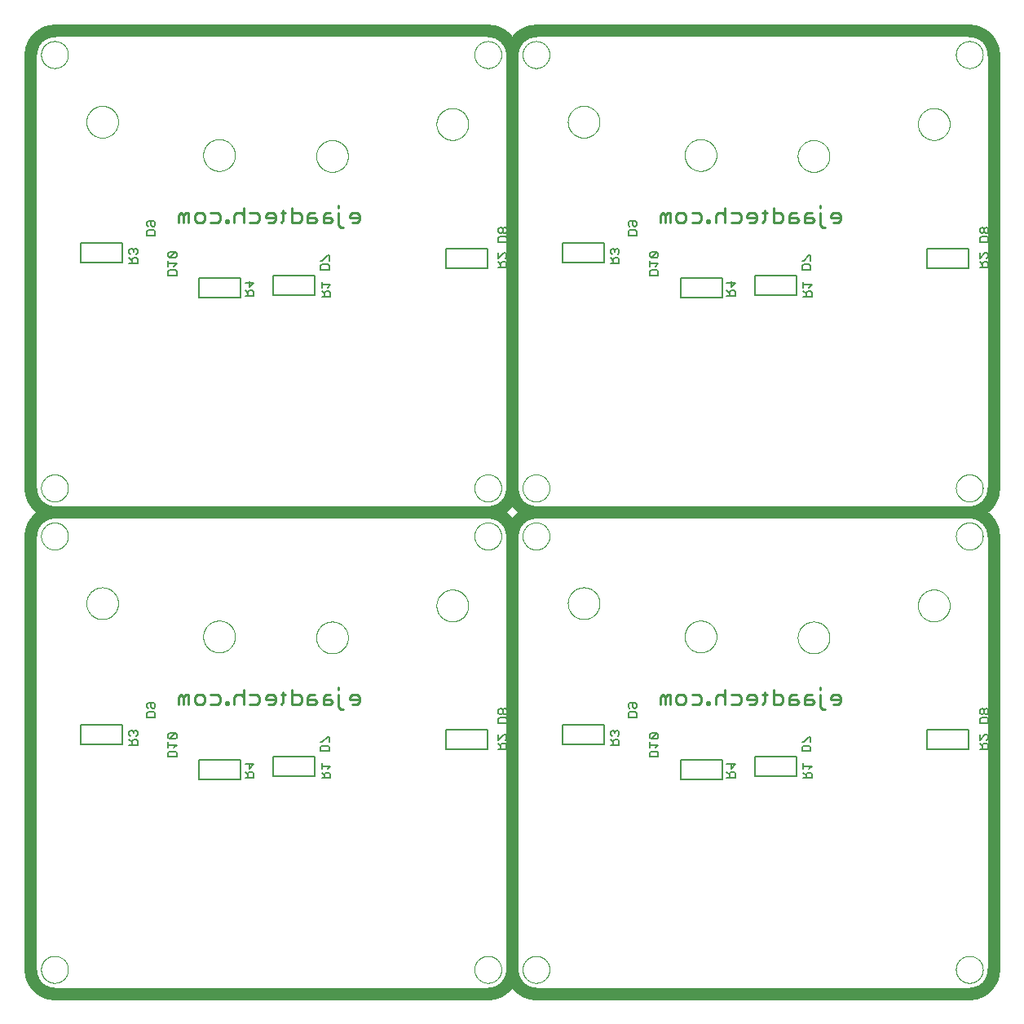
<source format=gbo>
G75*
%MOIN*%
%OFA0B0*%
%FSLAX25Y25*%
%IPPOS*%
%LPD*%
%AMOC8*
5,1,8,0,0,1.08239X$1,22.5*
%
%ADD10C,0.01100*%
%ADD11C,0.01000*%
%ADD12C,0.00000*%
%ADD13C,0.00600*%
%ADD14C,0.05000*%
%ADD15C,0.00500*%
D10*
X0166222Y0164794D02*
X0166222Y0167747D01*
X0167206Y0168731D01*
X0168190Y0167747D01*
X0168190Y0164794D01*
X0170159Y0164794D02*
X0170159Y0168731D01*
X0169174Y0168731D01*
X0168190Y0167747D01*
X0172667Y0167747D02*
X0173652Y0168731D01*
X0175620Y0168731D01*
X0176604Y0167747D01*
X0176604Y0165778D01*
X0175620Y0164794D01*
X0173652Y0164794D01*
X0172667Y0165778D01*
X0172667Y0167747D01*
X0179113Y0168731D02*
X0182065Y0168731D01*
X0183050Y0167747D01*
X0183050Y0165778D01*
X0182065Y0164794D01*
X0179113Y0164794D01*
X0185288Y0164794D02*
X0185288Y0165778D01*
X0186272Y0165778D01*
X0186272Y0164794D01*
X0185288Y0164794D01*
X0188781Y0164794D02*
X0188781Y0167747D01*
X0189765Y0168731D01*
X0191734Y0168731D01*
X0192718Y0167747D01*
X0195227Y0168731D02*
X0198179Y0168731D01*
X0199163Y0167747D01*
X0199163Y0165778D01*
X0198179Y0164794D01*
X0195227Y0164794D01*
X0192718Y0164794D02*
X0192718Y0170699D01*
X0201672Y0167747D02*
X0201672Y0166762D01*
X0205609Y0166762D01*
X0205609Y0165778D02*
X0205609Y0167747D01*
X0204625Y0168731D01*
X0202656Y0168731D01*
X0201672Y0167747D01*
X0202656Y0164794D02*
X0204625Y0164794D01*
X0205609Y0165778D01*
X0207938Y0164794D02*
X0208922Y0165778D01*
X0208922Y0169715D01*
X0209906Y0168731D02*
X0207938Y0168731D01*
X0212415Y0168731D02*
X0215367Y0168731D01*
X0216351Y0167747D01*
X0216351Y0165778D01*
X0215367Y0164794D01*
X0212415Y0164794D01*
X0212415Y0170699D01*
X0218860Y0167747D02*
X0218860Y0164794D01*
X0221813Y0164794D01*
X0222797Y0165778D01*
X0221813Y0166762D01*
X0218860Y0166762D01*
X0218860Y0167747D02*
X0219844Y0168731D01*
X0221813Y0168731D01*
X0225306Y0167747D02*
X0225306Y0164794D01*
X0228258Y0164794D01*
X0229242Y0165778D01*
X0228258Y0166762D01*
X0225306Y0166762D01*
X0225306Y0167747D02*
X0226290Y0168731D01*
X0228258Y0168731D01*
X0231571Y0168731D02*
X0231571Y0163810D01*
X0232555Y0162826D01*
X0233539Y0162826D01*
X0237032Y0164794D02*
X0239001Y0164794D01*
X0239985Y0165778D01*
X0239985Y0167747D01*
X0239001Y0168731D01*
X0237032Y0168731D01*
X0236048Y0167747D01*
X0236048Y0166762D01*
X0239985Y0166762D01*
X0231571Y0170699D02*
X0231571Y0171683D01*
X0363072Y0167747D02*
X0363072Y0164794D01*
X0365041Y0164794D02*
X0365041Y0167747D01*
X0364056Y0168731D01*
X0363072Y0167747D01*
X0365041Y0167747D02*
X0366025Y0168731D01*
X0367009Y0168731D01*
X0367009Y0164794D01*
X0369518Y0165778D02*
X0369518Y0167747D01*
X0370502Y0168731D01*
X0372470Y0168731D01*
X0373455Y0167747D01*
X0373455Y0165778D01*
X0372470Y0164794D01*
X0370502Y0164794D01*
X0369518Y0165778D01*
X0375963Y0164794D02*
X0378916Y0164794D01*
X0379900Y0165778D01*
X0379900Y0167747D01*
X0378916Y0168731D01*
X0375963Y0168731D01*
X0382139Y0165778D02*
X0382139Y0164794D01*
X0383123Y0164794D01*
X0383123Y0165778D01*
X0382139Y0165778D01*
X0385632Y0164794D02*
X0385632Y0167747D01*
X0386616Y0168731D01*
X0388584Y0168731D01*
X0389568Y0167747D01*
X0392077Y0168731D02*
X0395030Y0168731D01*
X0396014Y0167747D01*
X0396014Y0165778D01*
X0395030Y0164794D01*
X0392077Y0164794D01*
X0389568Y0164794D02*
X0389568Y0170699D01*
X0398523Y0167747D02*
X0398523Y0166762D01*
X0402459Y0166762D01*
X0402459Y0165778D02*
X0402459Y0167747D01*
X0401475Y0168731D01*
X0399507Y0168731D01*
X0398523Y0167747D01*
X0399507Y0164794D02*
X0401475Y0164794D01*
X0402459Y0165778D01*
X0404788Y0164794D02*
X0405772Y0165778D01*
X0405772Y0169715D01*
X0406756Y0168731D02*
X0404788Y0168731D01*
X0409265Y0168731D02*
X0412218Y0168731D01*
X0413202Y0167747D01*
X0413202Y0165778D01*
X0412218Y0164794D01*
X0409265Y0164794D01*
X0409265Y0170699D01*
X0415711Y0167747D02*
X0415711Y0164794D01*
X0418663Y0164794D01*
X0419647Y0165778D01*
X0418663Y0166762D01*
X0415711Y0166762D01*
X0415711Y0167747D02*
X0416695Y0168731D01*
X0418663Y0168731D01*
X0422156Y0167747D02*
X0422156Y0164794D01*
X0425109Y0164794D01*
X0426093Y0165778D01*
X0425109Y0166762D01*
X0422156Y0166762D01*
X0422156Y0167747D02*
X0423140Y0168731D01*
X0425109Y0168731D01*
X0428421Y0168731D02*
X0428421Y0163810D01*
X0429406Y0162826D01*
X0430390Y0162826D01*
X0433883Y0164794D02*
X0435851Y0164794D01*
X0436835Y0165778D01*
X0436835Y0167747D01*
X0435851Y0168731D01*
X0433883Y0168731D01*
X0432899Y0167747D01*
X0432899Y0166762D01*
X0436835Y0166762D01*
X0428421Y0170699D02*
X0428421Y0171683D01*
X0429406Y0359676D02*
X0428421Y0360660D01*
X0428421Y0365581D01*
X0428421Y0367550D02*
X0428421Y0368534D01*
X0425109Y0365581D02*
X0423140Y0365581D01*
X0422156Y0364597D01*
X0422156Y0361644D01*
X0425109Y0361644D01*
X0426093Y0362629D01*
X0425109Y0363613D01*
X0422156Y0363613D01*
X0419647Y0362629D02*
X0418663Y0363613D01*
X0415711Y0363613D01*
X0415711Y0364597D02*
X0415711Y0361644D01*
X0418663Y0361644D01*
X0419647Y0362629D01*
X0418663Y0365581D02*
X0416695Y0365581D01*
X0415711Y0364597D01*
X0413202Y0364597D02*
X0412218Y0365581D01*
X0409265Y0365581D01*
X0409265Y0367550D02*
X0409265Y0361644D01*
X0412218Y0361644D01*
X0413202Y0362629D01*
X0413202Y0364597D01*
X0406756Y0365581D02*
X0404788Y0365581D01*
X0405772Y0366565D02*
X0405772Y0362629D01*
X0404788Y0361644D01*
X0402459Y0362629D02*
X0401475Y0361644D01*
X0399507Y0361644D01*
X0398523Y0363613D02*
X0402459Y0363613D01*
X0402459Y0364597D02*
X0401475Y0365581D01*
X0399507Y0365581D01*
X0398523Y0364597D01*
X0398523Y0363613D01*
X0396014Y0364597D02*
X0396014Y0362629D01*
X0395030Y0361644D01*
X0392077Y0361644D01*
X0389568Y0361644D02*
X0389568Y0367550D01*
X0388584Y0365581D02*
X0389568Y0364597D01*
X0388584Y0365581D02*
X0386616Y0365581D01*
X0385632Y0364597D01*
X0385632Y0361644D01*
X0383123Y0361644D02*
X0383123Y0362629D01*
X0382139Y0362629D01*
X0382139Y0361644D01*
X0383123Y0361644D01*
X0379900Y0362629D02*
X0378916Y0361644D01*
X0375963Y0361644D01*
X0373455Y0362629D02*
X0372470Y0361644D01*
X0370502Y0361644D01*
X0369518Y0362629D01*
X0369518Y0364597D01*
X0370502Y0365581D01*
X0372470Y0365581D01*
X0373455Y0364597D01*
X0373455Y0362629D01*
X0375963Y0365581D02*
X0378916Y0365581D01*
X0379900Y0364597D01*
X0379900Y0362629D01*
X0392077Y0365581D02*
X0395030Y0365581D01*
X0396014Y0364597D01*
X0402459Y0364597D02*
X0402459Y0362629D01*
X0429406Y0359676D02*
X0430390Y0359676D01*
X0433883Y0361644D02*
X0435851Y0361644D01*
X0436835Y0362629D01*
X0436835Y0364597D01*
X0435851Y0365581D01*
X0433883Y0365581D01*
X0432899Y0364597D01*
X0432899Y0363613D01*
X0436835Y0363613D01*
X0367009Y0361644D02*
X0367009Y0365581D01*
X0366025Y0365581D01*
X0365041Y0364597D01*
X0364056Y0365581D01*
X0363072Y0364597D01*
X0363072Y0361644D01*
X0365041Y0361644D02*
X0365041Y0364597D01*
X0239985Y0364597D02*
X0239001Y0365581D01*
X0237032Y0365581D01*
X0236048Y0364597D01*
X0236048Y0363613D01*
X0239985Y0363613D01*
X0239985Y0362629D02*
X0239985Y0364597D01*
X0239985Y0362629D02*
X0239001Y0361644D01*
X0237032Y0361644D01*
X0233539Y0359676D02*
X0232555Y0359676D01*
X0231571Y0360660D01*
X0231571Y0365581D01*
X0231571Y0367550D02*
X0231571Y0368534D01*
X0228258Y0365581D02*
X0226290Y0365581D01*
X0225306Y0364597D01*
X0225306Y0361644D01*
X0228258Y0361644D01*
X0229242Y0362629D01*
X0228258Y0363613D01*
X0225306Y0363613D01*
X0222797Y0362629D02*
X0221813Y0361644D01*
X0218860Y0361644D01*
X0218860Y0364597D01*
X0219844Y0365581D01*
X0221813Y0365581D01*
X0221813Y0363613D02*
X0218860Y0363613D01*
X0216351Y0364597D02*
X0215367Y0365581D01*
X0212415Y0365581D01*
X0212415Y0367550D02*
X0212415Y0361644D01*
X0215367Y0361644D01*
X0216351Y0362629D01*
X0216351Y0364597D01*
X0221813Y0363613D02*
X0222797Y0362629D01*
X0209906Y0365581D02*
X0207938Y0365581D01*
X0208922Y0366565D02*
X0208922Y0362629D01*
X0207938Y0361644D01*
X0205609Y0362629D02*
X0204625Y0361644D01*
X0202656Y0361644D01*
X0201672Y0363613D02*
X0205609Y0363613D01*
X0205609Y0364597D02*
X0204625Y0365581D01*
X0202656Y0365581D01*
X0201672Y0364597D01*
X0201672Y0363613D01*
X0199163Y0364597D02*
X0199163Y0362629D01*
X0198179Y0361644D01*
X0195227Y0361644D01*
X0192718Y0361644D02*
X0192718Y0367550D01*
X0191734Y0365581D02*
X0192718Y0364597D01*
X0191734Y0365581D02*
X0189765Y0365581D01*
X0188781Y0364597D01*
X0188781Y0361644D01*
X0186272Y0361644D02*
X0186272Y0362629D01*
X0185288Y0362629D01*
X0185288Y0361644D01*
X0186272Y0361644D01*
X0183050Y0362629D02*
X0182065Y0361644D01*
X0179113Y0361644D01*
X0176604Y0362629D02*
X0175620Y0361644D01*
X0173652Y0361644D01*
X0172667Y0362629D01*
X0172667Y0364597D01*
X0173652Y0365581D01*
X0175620Y0365581D01*
X0176604Y0364597D01*
X0176604Y0362629D01*
X0179113Y0365581D02*
X0182065Y0365581D01*
X0183050Y0364597D01*
X0183050Y0362629D01*
X0195227Y0365581D02*
X0198179Y0365581D01*
X0199163Y0364597D01*
X0205609Y0364597D02*
X0205609Y0362629D01*
X0170159Y0361644D02*
X0170159Y0365581D01*
X0169174Y0365581D01*
X0168190Y0364597D01*
X0167206Y0365581D01*
X0166222Y0364597D01*
X0166222Y0361644D01*
X0168190Y0361644D02*
X0168190Y0364597D01*
D11*
X0105562Y0430358D02*
X0105565Y0430596D01*
X0105573Y0430834D01*
X0105588Y0431071D01*
X0105608Y0431308D01*
X0105634Y0431544D01*
X0105665Y0431780D01*
X0105702Y0432015D01*
X0105745Y0432249D01*
X0105794Y0432482D01*
X0105848Y0432714D01*
X0105908Y0432944D01*
X0105973Y0433173D01*
X0106044Y0433400D01*
X0106120Y0433625D01*
X0106202Y0433848D01*
X0106289Y0434070D01*
X0106381Y0434289D01*
X0106479Y0434506D01*
X0106581Y0434720D01*
X0106689Y0434932D01*
X0106803Y0435142D01*
X0106921Y0435348D01*
X0107044Y0435552D01*
X0107172Y0435752D01*
X0107304Y0435949D01*
X0107442Y0436144D01*
X0107584Y0436334D01*
X0107731Y0436522D01*
X0107882Y0436705D01*
X0108037Y0436885D01*
X0108197Y0437061D01*
X0108361Y0437233D01*
X0108530Y0437402D01*
X0108702Y0437566D01*
X0108878Y0437726D01*
X0109058Y0437881D01*
X0109241Y0438032D01*
X0109429Y0438179D01*
X0109619Y0438321D01*
X0109814Y0438459D01*
X0110011Y0438591D01*
X0110211Y0438719D01*
X0110415Y0438842D01*
X0110621Y0438960D01*
X0110831Y0439074D01*
X0111043Y0439182D01*
X0111257Y0439284D01*
X0111474Y0439382D01*
X0111693Y0439474D01*
X0111915Y0439561D01*
X0112138Y0439643D01*
X0112363Y0439719D01*
X0112590Y0439790D01*
X0112819Y0439855D01*
X0113049Y0439915D01*
X0113281Y0439969D01*
X0113514Y0440018D01*
X0113748Y0440061D01*
X0113983Y0440098D01*
X0114219Y0440129D01*
X0114455Y0440155D01*
X0114692Y0440175D01*
X0114929Y0440190D01*
X0115167Y0440198D01*
X0115405Y0440201D01*
X0292570Y0440201D01*
X0292808Y0440198D01*
X0293046Y0440190D01*
X0293283Y0440175D01*
X0293520Y0440155D01*
X0293756Y0440129D01*
X0293992Y0440098D01*
X0294227Y0440061D01*
X0294461Y0440018D01*
X0294694Y0439969D01*
X0294926Y0439915D01*
X0295156Y0439855D01*
X0295385Y0439790D01*
X0295612Y0439719D01*
X0295837Y0439643D01*
X0296060Y0439561D01*
X0296282Y0439474D01*
X0296501Y0439382D01*
X0296718Y0439284D01*
X0296932Y0439182D01*
X0297144Y0439074D01*
X0297354Y0438960D01*
X0297560Y0438842D01*
X0297764Y0438719D01*
X0297964Y0438591D01*
X0298161Y0438459D01*
X0298356Y0438321D01*
X0298546Y0438179D01*
X0298734Y0438032D01*
X0298917Y0437881D01*
X0299097Y0437726D01*
X0299273Y0437566D01*
X0299445Y0437402D01*
X0299614Y0437233D01*
X0299778Y0437061D01*
X0299938Y0436885D01*
X0300093Y0436705D01*
X0300244Y0436522D01*
X0300391Y0436334D01*
X0300533Y0436144D01*
X0300671Y0435949D01*
X0300803Y0435752D01*
X0300931Y0435552D01*
X0301054Y0435348D01*
X0301172Y0435142D01*
X0301286Y0434932D01*
X0301394Y0434720D01*
X0301496Y0434506D01*
X0301594Y0434289D01*
X0301686Y0434070D01*
X0301773Y0433848D01*
X0301855Y0433625D01*
X0301931Y0433400D01*
X0302002Y0433173D01*
X0302067Y0432944D01*
X0302127Y0432714D01*
X0302181Y0432482D01*
X0302230Y0432249D01*
X0302273Y0432015D01*
X0302310Y0431780D01*
X0302341Y0431544D01*
X0302367Y0431308D01*
X0302387Y0431071D01*
X0302402Y0430834D01*
X0302410Y0430596D01*
X0302413Y0430358D01*
X0302412Y0430358D02*
X0302415Y0430596D01*
X0302423Y0430834D01*
X0302438Y0431071D01*
X0302458Y0431308D01*
X0302484Y0431544D01*
X0302515Y0431780D01*
X0302552Y0432015D01*
X0302595Y0432249D01*
X0302644Y0432482D01*
X0302698Y0432714D01*
X0302758Y0432944D01*
X0302823Y0433173D01*
X0302894Y0433400D01*
X0302970Y0433625D01*
X0303052Y0433848D01*
X0303139Y0434070D01*
X0303231Y0434289D01*
X0303329Y0434506D01*
X0303431Y0434720D01*
X0303539Y0434932D01*
X0303653Y0435142D01*
X0303771Y0435348D01*
X0303894Y0435552D01*
X0304022Y0435752D01*
X0304154Y0435949D01*
X0304292Y0436144D01*
X0304434Y0436334D01*
X0304581Y0436522D01*
X0304732Y0436705D01*
X0304887Y0436885D01*
X0305047Y0437061D01*
X0305211Y0437233D01*
X0305380Y0437402D01*
X0305552Y0437566D01*
X0305728Y0437726D01*
X0305908Y0437881D01*
X0306091Y0438032D01*
X0306279Y0438179D01*
X0306469Y0438321D01*
X0306664Y0438459D01*
X0306861Y0438591D01*
X0307061Y0438719D01*
X0307265Y0438842D01*
X0307471Y0438960D01*
X0307681Y0439074D01*
X0307893Y0439182D01*
X0308107Y0439284D01*
X0308324Y0439382D01*
X0308543Y0439474D01*
X0308765Y0439561D01*
X0308988Y0439643D01*
X0309213Y0439719D01*
X0309440Y0439790D01*
X0309669Y0439855D01*
X0309899Y0439915D01*
X0310131Y0439969D01*
X0310364Y0440018D01*
X0310598Y0440061D01*
X0310833Y0440098D01*
X0311069Y0440129D01*
X0311305Y0440155D01*
X0311542Y0440175D01*
X0311779Y0440190D01*
X0312017Y0440198D01*
X0312255Y0440201D01*
X0489420Y0440201D01*
X0489658Y0440198D01*
X0489896Y0440190D01*
X0490133Y0440175D01*
X0490370Y0440155D01*
X0490606Y0440129D01*
X0490842Y0440098D01*
X0491077Y0440061D01*
X0491311Y0440018D01*
X0491544Y0439969D01*
X0491776Y0439915D01*
X0492006Y0439855D01*
X0492235Y0439790D01*
X0492462Y0439719D01*
X0492687Y0439643D01*
X0492910Y0439561D01*
X0493132Y0439474D01*
X0493351Y0439382D01*
X0493568Y0439284D01*
X0493782Y0439182D01*
X0493994Y0439074D01*
X0494204Y0438960D01*
X0494410Y0438842D01*
X0494614Y0438719D01*
X0494814Y0438591D01*
X0495011Y0438459D01*
X0495206Y0438321D01*
X0495396Y0438179D01*
X0495584Y0438032D01*
X0495767Y0437881D01*
X0495947Y0437726D01*
X0496123Y0437566D01*
X0496295Y0437402D01*
X0496464Y0437233D01*
X0496628Y0437061D01*
X0496788Y0436885D01*
X0496943Y0436705D01*
X0497094Y0436522D01*
X0497241Y0436334D01*
X0497383Y0436144D01*
X0497521Y0435949D01*
X0497653Y0435752D01*
X0497781Y0435552D01*
X0497904Y0435348D01*
X0498022Y0435142D01*
X0498136Y0434932D01*
X0498244Y0434720D01*
X0498346Y0434506D01*
X0498444Y0434289D01*
X0498536Y0434070D01*
X0498623Y0433848D01*
X0498705Y0433625D01*
X0498781Y0433400D01*
X0498852Y0433173D01*
X0498917Y0432944D01*
X0498977Y0432714D01*
X0499031Y0432482D01*
X0499080Y0432249D01*
X0499123Y0432015D01*
X0499160Y0431780D01*
X0499191Y0431544D01*
X0499217Y0431308D01*
X0499237Y0431071D01*
X0499252Y0430834D01*
X0499260Y0430596D01*
X0499263Y0430358D01*
X0499263Y0253193D01*
X0499260Y0252955D01*
X0499252Y0252717D01*
X0499237Y0252480D01*
X0499217Y0252243D01*
X0499191Y0252007D01*
X0499160Y0251771D01*
X0499123Y0251536D01*
X0499080Y0251302D01*
X0499031Y0251069D01*
X0498977Y0250837D01*
X0498917Y0250607D01*
X0498852Y0250378D01*
X0498781Y0250151D01*
X0498705Y0249926D01*
X0498623Y0249703D01*
X0498536Y0249481D01*
X0498444Y0249262D01*
X0498346Y0249045D01*
X0498244Y0248831D01*
X0498136Y0248619D01*
X0498022Y0248409D01*
X0497904Y0248203D01*
X0497781Y0247999D01*
X0497653Y0247799D01*
X0497521Y0247602D01*
X0497383Y0247407D01*
X0497241Y0247217D01*
X0497094Y0247029D01*
X0496943Y0246846D01*
X0496788Y0246666D01*
X0496628Y0246490D01*
X0496464Y0246318D01*
X0496295Y0246149D01*
X0496123Y0245985D01*
X0495947Y0245825D01*
X0495767Y0245670D01*
X0495584Y0245519D01*
X0495396Y0245372D01*
X0495206Y0245230D01*
X0495011Y0245092D01*
X0494814Y0244960D01*
X0494614Y0244832D01*
X0494410Y0244709D01*
X0494204Y0244591D01*
X0493994Y0244477D01*
X0493782Y0244369D01*
X0493568Y0244267D01*
X0493351Y0244169D01*
X0493132Y0244077D01*
X0492910Y0243990D01*
X0492687Y0243908D01*
X0492462Y0243832D01*
X0492235Y0243761D01*
X0492006Y0243696D01*
X0491776Y0243636D01*
X0491544Y0243582D01*
X0491311Y0243533D01*
X0491077Y0243490D01*
X0490842Y0243453D01*
X0490606Y0243422D01*
X0490370Y0243396D01*
X0490133Y0243376D01*
X0489896Y0243361D01*
X0489658Y0243353D01*
X0489420Y0243350D01*
X0489420Y0243351D02*
X0489658Y0243348D01*
X0489896Y0243340D01*
X0490133Y0243325D01*
X0490370Y0243305D01*
X0490606Y0243279D01*
X0490842Y0243248D01*
X0491077Y0243211D01*
X0491311Y0243168D01*
X0491544Y0243119D01*
X0491776Y0243065D01*
X0492006Y0243005D01*
X0492235Y0242940D01*
X0492462Y0242869D01*
X0492687Y0242793D01*
X0492910Y0242711D01*
X0493132Y0242624D01*
X0493351Y0242532D01*
X0493568Y0242434D01*
X0493782Y0242332D01*
X0493994Y0242224D01*
X0494204Y0242110D01*
X0494410Y0241992D01*
X0494614Y0241869D01*
X0494814Y0241741D01*
X0495011Y0241609D01*
X0495206Y0241471D01*
X0495396Y0241329D01*
X0495584Y0241182D01*
X0495767Y0241031D01*
X0495947Y0240876D01*
X0496123Y0240716D01*
X0496295Y0240552D01*
X0496464Y0240383D01*
X0496628Y0240211D01*
X0496788Y0240035D01*
X0496943Y0239855D01*
X0497094Y0239672D01*
X0497241Y0239484D01*
X0497383Y0239294D01*
X0497521Y0239099D01*
X0497653Y0238902D01*
X0497781Y0238702D01*
X0497904Y0238498D01*
X0498022Y0238292D01*
X0498136Y0238082D01*
X0498244Y0237870D01*
X0498346Y0237656D01*
X0498444Y0237439D01*
X0498536Y0237220D01*
X0498623Y0236998D01*
X0498705Y0236775D01*
X0498781Y0236550D01*
X0498852Y0236323D01*
X0498917Y0236094D01*
X0498977Y0235864D01*
X0499031Y0235632D01*
X0499080Y0235399D01*
X0499123Y0235165D01*
X0499160Y0234930D01*
X0499191Y0234694D01*
X0499217Y0234458D01*
X0499237Y0234221D01*
X0499252Y0233984D01*
X0499260Y0233746D01*
X0499263Y0233508D01*
X0499263Y0056343D01*
X0499260Y0056105D01*
X0499252Y0055867D01*
X0499237Y0055630D01*
X0499217Y0055393D01*
X0499191Y0055157D01*
X0499160Y0054921D01*
X0499123Y0054686D01*
X0499080Y0054452D01*
X0499031Y0054219D01*
X0498977Y0053987D01*
X0498917Y0053757D01*
X0498852Y0053528D01*
X0498781Y0053301D01*
X0498705Y0053076D01*
X0498623Y0052853D01*
X0498536Y0052631D01*
X0498444Y0052412D01*
X0498346Y0052195D01*
X0498244Y0051981D01*
X0498136Y0051769D01*
X0498022Y0051559D01*
X0497904Y0051353D01*
X0497781Y0051149D01*
X0497653Y0050949D01*
X0497521Y0050752D01*
X0497383Y0050557D01*
X0497241Y0050367D01*
X0497094Y0050179D01*
X0496943Y0049996D01*
X0496788Y0049816D01*
X0496628Y0049640D01*
X0496464Y0049468D01*
X0496295Y0049299D01*
X0496123Y0049135D01*
X0495947Y0048975D01*
X0495767Y0048820D01*
X0495584Y0048669D01*
X0495396Y0048522D01*
X0495206Y0048380D01*
X0495011Y0048242D01*
X0494814Y0048110D01*
X0494614Y0047982D01*
X0494410Y0047859D01*
X0494204Y0047741D01*
X0493994Y0047627D01*
X0493782Y0047519D01*
X0493568Y0047417D01*
X0493351Y0047319D01*
X0493132Y0047227D01*
X0492910Y0047140D01*
X0492687Y0047058D01*
X0492462Y0046982D01*
X0492235Y0046911D01*
X0492006Y0046846D01*
X0491776Y0046786D01*
X0491544Y0046732D01*
X0491311Y0046683D01*
X0491077Y0046640D01*
X0490842Y0046603D01*
X0490606Y0046572D01*
X0490370Y0046546D01*
X0490133Y0046526D01*
X0489896Y0046511D01*
X0489658Y0046503D01*
X0489420Y0046500D01*
X0312255Y0046500D01*
X0312017Y0046503D01*
X0311779Y0046511D01*
X0311542Y0046526D01*
X0311305Y0046546D01*
X0311069Y0046572D01*
X0310833Y0046603D01*
X0310598Y0046640D01*
X0310364Y0046683D01*
X0310131Y0046732D01*
X0309899Y0046786D01*
X0309669Y0046846D01*
X0309440Y0046911D01*
X0309213Y0046982D01*
X0308988Y0047058D01*
X0308765Y0047140D01*
X0308543Y0047227D01*
X0308324Y0047319D01*
X0308107Y0047417D01*
X0307893Y0047519D01*
X0307681Y0047627D01*
X0307471Y0047741D01*
X0307265Y0047859D01*
X0307061Y0047982D01*
X0306861Y0048110D01*
X0306664Y0048242D01*
X0306469Y0048380D01*
X0306279Y0048522D01*
X0306091Y0048669D01*
X0305908Y0048820D01*
X0305728Y0048975D01*
X0305552Y0049135D01*
X0305380Y0049299D01*
X0305211Y0049468D01*
X0305047Y0049640D01*
X0304887Y0049816D01*
X0304732Y0049996D01*
X0304581Y0050179D01*
X0304434Y0050367D01*
X0304292Y0050557D01*
X0304154Y0050752D01*
X0304022Y0050949D01*
X0303894Y0051149D01*
X0303771Y0051353D01*
X0303653Y0051559D01*
X0303539Y0051769D01*
X0303431Y0051981D01*
X0303329Y0052195D01*
X0303231Y0052412D01*
X0303139Y0052631D01*
X0303052Y0052853D01*
X0302970Y0053076D01*
X0302894Y0053301D01*
X0302823Y0053528D01*
X0302758Y0053757D01*
X0302698Y0053987D01*
X0302644Y0054219D01*
X0302595Y0054452D01*
X0302552Y0054686D01*
X0302515Y0054921D01*
X0302484Y0055157D01*
X0302458Y0055393D01*
X0302438Y0055630D01*
X0302423Y0055867D01*
X0302415Y0056105D01*
X0302412Y0056343D01*
X0302413Y0056343D02*
X0302410Y0056105D01*
X0302402Y0055867D01*
X0302387Y0055630D01*
X0302367Y0055393D01*
X0302341Y0055157D01*
X0302310Y0054921D01*
X0302273Y0054686D01*
X0302230Y0054452D01*
X0302181Y0054219D01*
X0302127Y0053987D01*
X0302067Y0053757D01*
X0302002Y0053528D01*
X0301931Y0053301D01*
X0301855Y0053076D01*
X0301773Y0052853D01*
X0301686Y0052631D01*
X0301594Y0052412D01*
X0301496Y0052195D01*
X0301394Y0051981D01*
X0301286Y0051769D01*
X0301172Y0051559D01*
X0301054Y0051353D01*
X0300931Y0051149D01*
X0300803Y0050949D01*
X0300671Y0050752D01*
X0300533Y0050557D01*
X0300391Y0050367D01*
X0300244Y0050179D01*
X0300093Y0049996D01*
X0299938Y0049816D01*
X0299778Y0049640D01*
X0299614Y0049468D01*
X0299445Y0049299D01*
X0299273Y0049135D01*
X0299097Y0048975D01*
X0298917Y0048820D01*
X0298734Y0048669D01*
X0298546Y0048522D01*
X0298356Y0048380D01*
X0298161Y0048242D01*
X0297964Y0048110D01*
X0297764Y0047982D01*
X0297560Y0047859D01*
X0297354Y0047741D01*
X0297144Y0047627D01*
X0296932Y0047519D01*
X0296718Y0047417D01*
X0296501Y0047319D01*
X0296282Y0047227D01*
X0296060Y0047140D01*
X0295837Y0047058D01*
X0295612Y0046982D01*
X0295385Y0046911D01*
X0295156Y0046846D01*
X0294926Y0046786D01*
X0294694Y0046732D01*
X0294461Y0046683D01*
X0294227Y0046640D01*
X0293992Y0046603D01*
X0293756Y0046572D01*
X0293520Y0046546D01*
X0293283Y0046526D01*
X0293046Y0046511D01*
X0292808Y0046503D01*
X0292570Y0046500D01*
X0115405Y0046500D01*
X0115167Y0046503D01*
X0114929Y0046511D01*
X0114692Y0046526D01*
X0114455Y0046546D01*
X0114219Y0046572D01*
X0113983Y0046603D01*
X0113748Y0046640D01*
X0113514Y0046683D01*
X0113281Y0046732D01*
X0113049Y0046786D01*
X0112819Y0046846D01*
X0112590Y0046911D01*
X0112363Y0046982D01*
X0112138Y0047058D01*
X0111915Y0047140D01*
X0111693Y0047227D01*
X0111474Y0047319D01*
X0111257Y0047417D01*
X0111043Y0047519D01*
X0110831Y0047627D01*
X0110621Y0047741D01*
X0110415Y0047859D01*
X0110211Y0047982D01*
X0110011Y0048110D01*
X0109814Y0048242D01*
X0109619Y0048380D01*
X0109429Y0048522D01*
X0109241Y0048669D01*
X0109058Y0048820D01*
X0108878Y0048975D01*
X0108702Y0049135D01*
X0108530Y0049299D01*
X0108361Y0049468D01*
X0108197Y0049640D01*
X0108037Y0049816D01*
X0107882Y0049996D01*
X0107731Y0050179D01*
X0107584Y0050367D01*
X0107442Y0050557D01*
X0107304Y0050752D01*
X0107172Y0050949D01*
X0107044Y0051149D01*
X0106921Y0051353D01*
X0106803Y0051559D01*
X0106689Y0051769D01*
X0106581Y0051981D01*
X0106479Y0052195D01*
X0106381Y0052412D01*
X0106289Y0052631D01*
X0106202Y0052853D01*
X0106120Y0053076D01*
X0106044Y0053301D01*
X0105973Y0053528D01*
X0105908Y0053757D01*
X0105848Y0053987D01*
X0105794Y0054219D01*
X0105745Y0054452D01*
X0105702Y0054686D01*
X0105665Y0054921D01*
X0105634Y0055157D01*
X0105608Y0055393D01*
X0105588Y0055630D01*
X0105573Y0055867D01*
X0105565Y0056105D01*
X0105562Y0056343D01*
X0105562Y0233508D01*
X0105565Y0233746D01*
X0105573Y0233984D01*
X0105588Y0234221D01*
X0105608Y0234458D01*
X0105634Y0234694D01*
X0105665Y0234930D01*
X0105702Y0235165D01*
X0105745Y0235399D01*
X0105794Y0235632D01*
X0105848Y0235864D01*
X0105908Y0236094D01*
X0105973Y0236323D01*
X0106044Y0236550D01*
X0106120Y0236775D01*
X0106202Y0236998D01*
X0106289Y0237220D01*
X0106381Y0237439D01*
X0106479Y0237656D01*
X0106581Y0237870D01*
X0106689Y0238082D01*
X0106803Y0238292D01*
X0106921Y0238498D01*
X0107044Y0238702D01*
X0107172Y0238902D01*
X0107304Y0239099D01*
X0107442Y0239294D01*
X0107584Y0239484D01*
X0107731Y0239672D01*
X0107882Y0239855D01*
X0108037Y0240035D01*
X0108197Y0240211D01*
X0108361Y0240383D01*
X0108530Y0240552D01*
X0108702Y0240716D01*
X0108878Y0240876D01*
X0109058Y0241031D01*
X0109241Y0241182D01*
X0109429Y0241329D01*
X0109619Y0241471D01*
X0109814Y0241609D01*
X0110011Y0241741D01*
X0110211Y0241869D01*
X0110415Y0241992D01*
X0110621Y0242110D01*
X0110831Y0242224D01*
X0111043Y0242332D01*
X0111257Y0242434D01*
X0111474Y0242532D01*
X0111693Y0242624D01*
X0111915Y0242711D01*
X0112138Y0242793D01*
X0112363Y0242869D01*
X0112590Y0242940D01*
X0112819Y0243005D01*
X0113049Y0243065D01*
X0113281Y0243119D01*
X0113514Y0243168D01*
X0113748Y0243211D01*
X0113983Y0243248D01*
X0114219Y0243279D01*
X0114455Y0243305D01*
X0114692Y0243325D01*
X0114929Y0243340D01*
X0115167Y0243348D01*
X0115405Y0243351D01*
X0115405Y0243350D02*
X0115167Y0243353D01*
X0114929Y0243361D01*
X0114692Y0243376D01*
X0114455Y0243396D01*
X0114219Y0243422D01*
X0113983Y0243453D01*
X0113748Y0243490D01*
X0113514Y0243533D01*
X0113281Y0243582D01*
X0113049Y0243636D01*
X0112819Y0243696D01*
X0112590Y0243761D01*
X0112363Y0243832D01*
X0112138Y0243908D01*
X0111915Y0243990D01*
X0111693Y0244077D01*
X0111474Y0244169D01*
X0111257Y0244267D01*
X0111043Y0244369D01*
X0110831Y0244477D01*
X0110621Y0244591D01*
X0110415Y0244709D01*
X0110211Y0244832D01*
X0110011Y0244960D01*
X0109814Y0245092D01*
X0109619Y0245230D01*
X0109429Y0245372D01*
X0109241Y0245519D01*
X0109058Y0245670D01*
X0108878Y0245825D01*
X0108702Y0245985D01*
X0108530Y0246149D01*
X0108361Y0246318D01*
X0108197Y0246490D01*
X0108037Y0246666D01*
X0107882Y0246846D01*
X0107731Y0247029D01*
X0107584Y0247217D01*
X0107442Y0247407D01*
X0107304Y0247602D01*
X0107172Y0247799D01*
X0107044Y0247999D01*
X0106921Y0248203D01*
X0106803Y0248409D01*
X0106689Y0248619D01*
X0106581Y0248831D01*
X0106479Y0249045D01*
X0106381Y0249262D01*
X0106289Y0249481D01*
X0106202Y0249703D01*
X0106120Y0249926D01*
X0106044Y0250151D01*
X0105973Y0250378D01*
X0105908Y0250607D01*
X0105848Y0250837D01*
X0105794Y0251069D01*
X0105745Y0251302D01*
X0105702Y0251536D01*
X0105665Y0251771D01*
X0105634Y0252007D01*
X0105608Y0252243D01*
X0105588Y0252480D01*
X0105573Y0252717D01*
X0105565Y0252955D01*
X0105562Y0253193D01*
X0105562Y0430358D01*
D12*
X0109893Y0430358D02*
X0109895Y0430506D01*
X0109901Y0430654D01*
X0109911Y0430802D01*
X0109925Y0430949D01*
X0109943Y0431096D01*
X0109964Y0431242D01*
X0109990Y0431388D01*
X0110020Y0431533D01*
X0110053Y0431677D01*
X0110091Y0431820D01*
X0110132Y0431962D01*
X0110177Y0432103D01*
X0110225Y0432243D01*
X0110278Y0432382D01*
X0110334Y0432519D01*
X0110394Y0432654D01*
X0110457Y0432788D01*
X0110524Y0432920D01*
X0110595Y0433050D01*
X0110669Y0433178D01*
X0110746Y0433304D01*
X0110827Y0433428D01*
X0110911Y0433550D01*
X0110998Y0433669D01*
X0111089Y0433786D01*
X0111183Y0433901D01*
X0111279Y0434013D01*
X0111379Y0434123D01*
X0111481Y0434229D01*
X0111587Y0434333D01*
X0111695Y0434434D01*
X0111806Y0434532D01*
X0111919Y0434628D01*
X0112035Y0434720D01*
X0112153Y0434809D01*
X0112274Y0434894D01*
X0112397Y0434977D01*
X0112522Y0435056D01*
X0112649Y0435132D01*
X0112778Y0435204D01*
X0112909Y0435273D01*
X0113042Y0435338D01*
X0113177Y0435399D01*
X0113313Y0435457D01*
X0113450Y0435512D01*
X0113589Y0435562D01*
X0113730Y0435609D01*
X0113871Y0435652D01*
X0114014Y0435692D01*
X0114158Y0435727D01*
X0114302Y0435759D01*
X0114448Y0435786D01*
X0114594Y0435810D01*
X0114741Y0435830D01*
X0114888Y0435846D01*
X0115035Y0435858D01*
X0115183Y0435866D01*
X0115331Y0435870D01*
X0115479Y0435870D01*
X0115627Y0435866D01*
X0115775Y0435858D01*
X0115922Y0435846D01*
X0116069Y0435830D01*
X0116216Y0435810D01*
X0116362Y0435786D01*
X0116508Y0435759D01*
X0116652Y0435727D01*
X0116796Y0435692D01*
X0116939Y0435652D01*
X0117080Y0435609D01*
X0117221Y0435562D01*
X0117360Y0435512D01*
X0117497Y0435457D01*
X0117633Y0435399D01*
X0117768Y0435338D01*
X0117901Y0435273D01*
X0118032Y0435204D01*
X0118161Y0435132D01*
X0118288Y0435056D01*
X0118413Y0434977D01*
X0118536Y0434894D01*
X0118657Y0434809D01*
X0118775Y0434720D01*
X0118891Y0434628D01*
X0119004Y0434532D01*
X0119115Y0434434D01*
X0119223Y0434333D01*
X0119329Y0434229D01*
X0119431Y0434123D01*
X0119531Y0434013D01*
X0119627Y0433901D01*
X0119721Y0433786D01*
X0119812Y0433669D01*
X0119899Y0433550D01*
X0119983Y0433428D01*
X0120064Y0433304D01*
X0120141Y0433178D01*
X0120215Y0433050D01*
X0120286Y0432920D01*
X0120353Y0432788D01*
X0120416Y0432654D01*
X0120476Y0432519D01*
X0120532Y0432382D01*
X0120585Y0432243D01*
X0120633Y0432103D01*
X0120678Y0431962D01*
X0120719Y0431820D01*
X0120757Y0431677D01*
X0120790Y0431533D01*
X0120820Y0431388D01*
X0120846Y0431242D01*
X0120867Y0431096D01*
X0120885Y0430949D01*
X0120899Y0430802D01*
X0120909Y0430654D01*
X0120915Y0430506D01*
X0120917Y0430358D01*
X0120915Y0430210D01*
X0120909Y0430062D01*
X0120899Y0429914D01*
X0120885Y0429767D01*
X0120867Y0429620D01*
X0120846Y0429474D01*
X0120820Y0429328D01*
X0120790Y0429183D01*
X0120757Y0429039D01*
X0120719Y0428896D01*
X0120678Y0428754D01*
X0120633Y0428613D01*
X0120585Y0428473D01*
X0120532Y0428334D01*
X0120476Y0428197D01*
X0120416Y0428062D01*
X0120353Y0427928D01*
X0120286Y0427796D01*
X0120215Y0427666D01*
X0120141Y0427538D01*
X0120064Y0427412D01*
X0119983Y0427288D01*
X0119899Y0427166D01*
X0119812Y0427047D01*
X0119721Y0426930D01*
X0119627Y0426815D01*
X0119531Y0426703D01*
X0119431Y0426593D01*
X0119329Y0426487D01*
X0119223Y0426383D01*
X0119115Y0426282D01*
X0119004Y0426184D01*
X0118891Y0426088D01*
X0118775Y0425996D01*
X0118657Y0425907D01*
X0118536Y0425822D01*
X0118413Y0425739D01*
X0118288Y0425660D01*
X0118161Y0425584D01*
X0118032Y0425512D01*
X0117901Y0425443D01*
X0117768Y0425378D01*
X0117633Y0425317D01*
X0117497Y0425259D01*
X0117360Y0425204D01*
X0117221Y0425154D01*
X0117080Y0425107D01*
X0116939Y0425064D01*
X0116796Y0425024D01*
X0116652Y0424989D01*
X0116508Y0424957D01*
X0116362Y0424930D01*
X0116216Y0424906D01*
X0116069Y0424886D01*
X0115922Y0424870D01*
X0115775Y0424858D01*
X0115627Y0424850D01*
X0115479Y0424846D01*
X0115331Y0424846D01*
X0115183Y0424850D01*
X0115035Y0424858D01*
X0114888Y0424870D01*
X0114741Y0424886D01*
X0114594Y0424906D01*
X0114448Y0424930D01*
X0114302Y0424957D01*
X0114158Y0424989D01*
X0114014Y0425024D01*
X0113871Y0425064D01*
X0113730Y0425107D01*
X0113589Y0425154D01*
X0113450Y0425204D01*
X0113313Y0425259D01*
X0113177Y0425317D01*
X0113042Y0425378D01*
X0112909Y0425443D01*
X0112778Y0425512D01*
X0112649Y0425584D01*
X0112522Y0425660D01*
X0112397Y0425739D01*
X0112274Y0425822D01*
X0112153Y0425907D01*
X0112035Y0425996D01*
X0111919Y0426088D01*
X0111806Y0426184D01*
X0111695Y0426282D01*
X0111587Y0426383D01*
X0111481Y0426487D01*
X0111379Y0426593D01*
X0111279Y0426703D01*
X0111183Y0426815D01*
X0111089Y0426930D01*
X0110998Y0427047D01*
X0110911Y0427166D01*
X0110827Y0427288D01*
X0110746Y0427412D01*
X0110669Y0427538D01*
X0110595Y0427666D01*
X0110524Y0427796D01*
X0110457Y0427928D01*
X0110394Y0428062D01*
X0110334Y0428197D01*
X0110278Y0428334D01*
X0110225Y0428473D01*
X0110177Y0428613D01*
X0110132Y0428754D01*
X0110091Y0428896D01*
X0110053Y0429039D01*
X0110020Y0429183D01*
X0109990Y0429328D01*
X0109964Y0429474D01*
X0109943Y0429620D01*
X0109925Y0429767D01*
X0109911Y0429914D01*
X0109901Y0430062D01*
X0109895Y0430210D01*
X0109893Y0430358D01*
X0128403Y0402892D02*
X0128405Y0403053D01*
X0128411Y0403213D01*
X0128421Y0403374D01*
X0128435Y0403534D01*
X0128453Y0403694D01*
X0128474Y0403853D01*
X0128500Y0404012D01*
X0128530Y0404170D01*
X0128563Y0404327D01*
X0128601Y0404484D01*
X0128642Y0404639D01*
X0128687Y0404793D01*
X0128736Y0404946D01*
X0128789Y0405098D01*
X0128845Y0405249D01*
X0128906Y0405398D01*
X0128969Y0405546D01*
X0129037Y0405692D01*
X0129108Y0405836D01*
X0129182Y0405978D01*
X0129260Y0406119D01*
X0129342Y0406257D01*
X0129427Y0406394D01*
X0129515Y0406528D01*
X0129607Y0406660D01*
X0129702Y0406790D01*
X0129800Y0406918D01*
X0129901Y0407043D01*
X0130005Y0407165D01*
X0130112Y0407285D01*
X0130222Y0407402D01*
X0130335Y0407517D01*
X0130451Y0407628D01*
X0130570Y0407737D01*
X0130691Y0407842D01*
X0130815Y0407945D01*
X0130941Y0408045D01*
X0131069Y0408141D01*
X0131200Y0408234D01*
X0131334Y0408324D01*
X0131469Y0408411D01*
X0131607Y0408494D01*
X0131746Y0408574D01*
X0131888Y0408650D01*
X0132031Y0408723D01*
X0132176Y0408792D01*
X0132323Y0408858D01*
X0132471Y0408920D01*
X0132621Y0408978D01*
X0132772Y0409033D01*
X0132925Y0409084D01*
X0133079Y0409131D01*
X0133234Y0409174D01*
X0133390Y0409213D01*
X0133546Y0409249D01*
X0133704Y0409280D01*
X0133862Y0409308D01*
X0134021Y0409332D01*
X0134181Y0409352D01*
X0134341Y0409368D01*
X0134501Y0409380D01*
X0134662Y0409388D01*
X0134823Y0409392D01*
X0134983Y0409392D01*
X0135144Y0409388D01*
X0135305Y0409380D01*
X0135465Y0409368D01*
X0135625Y0409352D01*
X0135785Y0409332D01*
X0135944Y0409308D01*
X0136102Y0409280D01*
X0136260Y0409249D01*
X0136416Y0409213D01*
X0136572Y0409174D01*
X0136727Y0409131D01*
X0136881Y0409084D01*
X0137034Y0409033D01*
X0137185Y0408978D01*
X0137335Y0408920D01*
X0137483Y0408858D01*
X0137630Y0408792D01*
X0137775Y0408723D01*
X0137918Y0408650D01*
X0138060Y0408574D01*
X0138199Y0408494D01*
X0138337Y0408411D01*
X0138472Y0408324D01*
X0138606Y0408234D01*
X0138737Y0408141D01*
X0138865Y0408045D01*
X0138991Y0407945D01*
X0139115Y0407842D01*
X0139236Y0407737D01*
X0139355Y0407628D01*
X0139471Y0407517D01*
X0139584Y0407402D01*
X0139694Y0407285D01*
X0139801Y0407165D01*
X0139905Y0407043D01*
X0140006Y0406918D01*
X0140104Y0406790D01*
X0140199Y0406660D01*
X0140291Y0406528D01*
X0140379Y0406394D01*
X0140464Y0406257D01*
X0140546Y0406119D01*
X0140624Y0405978D01*
X0140698Y0405836D01*
X0140769Y0405692D01*
X0140837Y0405546D01*
X0140900Y0405398D01*
X0140961Y0405249D01*
X0141017Y0405098D01*
X0141070Y0404946D01*
X0141119Y0404793D01*
X0141164Y0404639D01*
X0141205Y0404484D01*
X0141243Y0404327D01*
X0141276Y0404170D01*
X0141306Y0404012D01*
X0141332Y0403853D01*
X0141353Y0403694D01*
X0141371Y0403534D01*
X0141385Y0403374D01*
X0141395Y0403213D01*
X0141401Y0403053D01*
X0141403Y0402892D01*
X0141401Y0402731D01*
X0141395Y0402571D01*
X0141385Y0402410D01*
X0141371Y0402250D01*
X0141353Y0402090D01*
X0141332Y0401931D01*
X0141306Y0401772D01*
X0141276Y0401614D01*
X0141243Y0401457D01*
X0141205Y0401300D01*
X0141164Y0401145D01*
X0141119Y0400991D01*
X0141070Y0400838D01*
X0141017Y0400686D01*
X0140961Y0400535D01*
X0140900Y0400386D01*
X0140837Y0400238D01*
X0140769Y0400092D01*
X0140698Y0399948D01*
X0140624Y0399806D01*
X0140546Y0399665D01*
X0140464Y0399527D01*
X0140379Y0399390D01*
X0140291Y0399256D01*
X0140199Y0399124D01*
X0140104Y0398994D01*
X0140006Y0398866D01*
X0139905Y0398741D01*
X0139801Y0398619D01*
X0139694Y0398499D01*
X0139584Y0398382D01*
X0139471Y0398267D01*
X0139355Y0398156D01*
X0139236Y0398047D01*
X0139115Y0397942D01*
X0138991Y0397839D01*
X0138865Y0397739D01*
X0138737Y0397643D01*
X0138606Y0397550D01*
X0138472Y0397460D01*
X0138337Y0397373D01*
X0138199Y0397290D01*
X0138060Y0397210D01*
X0137918Y0397134D01*
X0137775Y0397061D01*
X0137630Y0396992D01*
X0137483Y0396926D01*
X0137335Y0396864D01*
X0137185Y0396806D01*
X0137034Y0396751D01*
X0136881Y0396700D01*
X0136727Y0396653D01*
X0136572Y0396610D01*
X0136416Y0396571D01*
X0136260Y0396535D01*
X0136102Y0396504D01*
X0135944Y0396476D01*
X0135785Y0396452D01*
X0135625Y0396432D01*
X0135465Y0396416D01*
X0135305Y0396404D01*
X0135144Y0396396D01*
X0134983Y0396392D01*
X0134823Y0396392D01*
X0134662Y0396396D01*
X0134501Y0396404D01*
X0134341Y0396416D01*
X0134181Y0396432D01*
X0134021Y0396452D01*
X0133862Y0396476D01*
X0133704Y0396504D01*
X0133546Y0396535D01*
X0133390Y0396571D01*
X0133234Y0396610D01*
X0133079Y0396653D01*
X0132925Y0396700D01*
X0132772Y0396751D01*
X0132621Y0396806D01*
X0132471Y0396864D01*
X0132323Y0396926D01*
X0132176Y0396992D01*
X0132031Y0397061D01*
X0131888Y0397134D01*
X0131746Y0397210D01*
X0131607Y0397290D01*
X0131469Y0397373D01*
X0131334Y0397460D01*
X0131200Y0397550D01*
X0131069Y0397643D01*
X0130941Y0397739D01*
X0130815Y0397839D01*
X0130691Y0397942D01*
X0130570Y0398047D01*
X0130451Y0398156D01*
X0130335Y0398267D01*
X0130222Y0398382D01*
X0130112Y0398499D01*
X0130005Y0398619D01*
X0129901Y0398741D01*
X0129800Y0398866D01*
X0129702Y0398994D01*
X0129607Y0399124D01*
X0129515Y0399256D01*
X0129427Y0399390D01*
X0129342Y0399527D01*
X0129260Y0399665D01*
X0129182Y0399806D01*
X0129108Y0399948D01*
X0129037Y0400092D01*
X0128969Y0400238D01*
X0128906Y0400386D01*
X0128845Y0400535D01*
X0128789Y0400686D01*
X0128736Y0400838D01*
X0128687Y0400991D01*
X0128642Y0401145D01*
X0128601Y0401300D01*
X0128563Y0401457D01*
X0128530Y0401614D01*
X0128500Y0401772D01*
X0128474Y0401931D01*
X0128453Y0402090D01*
X0128435Y0402250D01*
X0128421Y0402410D01*
X0128411Y0402571D01*
X0128405Y0402731D01*
X0128403Y0402892D01*
X0176178Y0389289D02*
X0176180Y0389450D01*
X0176186Y0389610D01*
X0176196Y0389771D01*
X0176210Y0389931D01*
X0176228Y0390091D01*
X0176249Y0390250D01*
X0176275Y0390409D01*
X0176305Y0390567D01*
X0176338Y0390724D01*
X0176376Y0390881D01*
X0176417Y0391036D01*
X0176462Y0391190D01*
X0176511Y0391343D01*
X0176564Y0391495D01*
X0176620Y0391646D01*
X0176681Y0391795D01*
X0176744Y0391943D01*
X0176812Y0392089D01*
X0176883Y0392233D01*
X0176957Y0392375D01*
X0177035Y0392516D01*
X0177117Y0392654D01*
X0177202Y0392791D01*
X0177290Y0392925D01*
X0177382Y0393057D01*
X0177477Y0393187D01*
X0177575Y0393315D01*
X0177676Y0393440D01*
X0177780Y0393562D01*
X0177887Y0393682D01*
X0177997Y0393799D01*
X0178110Y0393914D01*
X0178226Y0394025D01*
X0178345Y0394134D01*
X0178466Y0394239D01*
X0178590Y0394342D01*
X0178716Y0394442D01*
X0178844Y0394538D01*
X0178975Y0394631D01*
X0179109Y0394721D01*
X0179244Y0394808D01*
X0179382Y0394891D01*
X0179521Y0394971D01*
X0179663Y0395047D01*
X0179806Y0395120D01*
X0179951Y0395189D01*
X0180098Y0395255D01*
X0180246Y0395317D01*
X0180396Y0395375D01*
X0180547Y0395430D01*
X0180700Y0395481D01*
X0180854Y0395528D01*
X0181009Y0395571D01*
X0181165Y0395610D01*
X0181321Y0395646D01*
X0181479Y0395677D01*
X0181637Y0395705D01*
X0181796Y0395729D01*
X0181956Y0395749D01*
X0182116Y0395765D01*
X0182276Y0395777D01*
X0182437Y0395785D01*
X0182598Y0395789D01*
X0182758Y0395789D01*
X0182919Y0395785D01*
X0183080Y0395777D01*
X0183240Y0395765D01*
X0183400Y0395749D01*
X0183560Y0395729D01*
X0183719Y0395705D01*
X0183877Y0395677D01*
X0184035Y0395646D01*
X0184191Y0395610D01*
X0184347Y0395571D01*
X0184502Y0395528D01*
X0184656Y0395481D01*
X0184809Y0395430D01*
X0184960Y0395375D01*
X0185110Y0395317D01*
X0185258Y0395255D01*
X0185405Y0395189D01*
X0185550Y0395120D01*
X0185693Y0395047D01*
X0185835Y0394971D01*
X0185974Y0394891D01*
X0186112Y0394808D01*
X0186247Y0394721D01*
X0186381Y0394631D01*
X0186512Y0394538D01*
X0186640Y0394442D01*
X0186766Y0394342D01*
X0186890Y0394239D01*
X0187011Y0394134D01*
X0187130Y0394025D01*
X0187246Y0393914D01*
X0187359Y0393799D01*
X0187469Y0393682D01*
X0187576Y0393562D01*
X0187680Y0393440D01*
X0187781Y0393315D01*
X0187879Y0393187D01*
X0187974Y0393057D01*
X0188066Y0392925D01*
X0188154Y0392791D01*
X0188239Y0392654D01*
X0188321Y0392516D01*
X0188399Y0392375D01*
X0188473Y0392233D01*
X0188544Y0392089D01*
X0188612Y0391943D01*
X0188675Y0391795D01*
X0188736Y0391646D01*
X0188792Y0391495D01*
X0188845Y0391343D01*
X0188894Y0391190D01*
X0188939Y0391036D01*
X0188980Y0390881D01*
X0189018Y0390724D01*
X0189051Y0390567D01*
X0189081Y0390409D01*
X0189107Y0390250D01*
X0189128Y0390091D01*
X0189146Y0389931D01*
X0189160Y0389771D01*
X0189170Y0389610D01*
X0189176Y0389450D01*
X0189178Y0389289D01*
X0189176Y0389128D01*
X0189170Y0388968D01*
X0189160Y0388807D01*
X0189146Y0388647D01*
X0189128Y0388487D01*
X0189107Y0388328D01*
X0189081Y0388169D01*
X0189051Y0388011D01*
X0189018Y0387854D01*
X0188980Y0387697D01*
X0188939Y0387542D01*
X0188894Y0387388D01*
X0188845Y0387235D01*
X0188792Y0387083D01*
X0188736Y0386932D01*
X0188675Y0386783D01*
X0188612Y0386635D01*
X0188544Y0386489D01*
X0188473Y0386345D01*
X0188399Y0386203D01*
X0188321Y0386062D01*
X0188239Y0385924D01*
X0188154Y0385787D01*
X0188066Y0385653D01*
X0187974Y0385521D01*
X0187879Y0385391D01*
X0187781Y0385263D01*
X0187680Y0385138D01*
X0187576Y0385016D01*
X0187469Y0384896D01*
X0187359Y0384779D01*
X0187246Y0384664D01*
X0187130Y0384553D01*
X0187011Y0384444D01*
X0186890Y0384339D01*
X0186766Y0384236D01*
X0186640Y0384136D01*
X0186512Y0384040D01*
X0186381Y0383947D01*
X0186247Y0383857D01*
X0186112Y0383770D01*
X0185974Y0383687D01*
X0185835Y0383607D01*
X0185693Y0383531D01*
X0185550Y0383458D01*
X0185405Y0383389D01*
X0185258Y0383323D01*
X0185110Y0383261D01*
X0184960Y0383203D01*
X0184809Y0383148D01*
X0184656Y0383097D01*
X0184502Y0383050D01*
X0184347Y0383007D01*
X0184191Y0382968D01*
X0184035Y0382932D01*
X0183877Y0382901D01*
X0183719Y0382873D01*
X0183560Y0382849D01*
X0183400Y0382829D01*
X0183240Y0382813D01*
X0183080Y0382801D01*
X0182919Y0382793D01*
X0182758Y0382789D01*
X0182598Y0382789D01*
X0182437Y0382793D01*
X0182276Y0382801D01*
X0182116Y0382813D01*
X0181956Y0382829D01*
X0181796Y0382849D01*
X0181637Y0382873D01*
X0181479Y0382901D01*
X0181321Y0382932D01*
X0181165Y0382968D01*
X0181009Y0383007D01*
X0180854Y0383050D01*
X0180700Y0383097D01*
X0180547Y0383148D01*
X0180396Y0383203D01*
X0180246Y0383261D01*
X0180098Y0383323D01*
X0179951Y0383389D01*
X0179806Y0383458D01*
X0179663Y0383531D01*
X0179521Y0383607D01*
X0179382Y0383687D01*
X0179244Y0383770D01*
X0179109Y0383857D01*
X0178975Y0383947D01*
X0178844Y0384040D01*
X0178716Y0384136D01*
X0178590Y0384236D01*
X0178466Y0384339D01*
X0178345Y0384444D01*
X0178226Y0384553D01*
X0178110Y0384664D01*
X0177997Y0384779D01*
X0177887Y0384896D01*
X0177780Y0385016D01*
X0177676Y0385138D01*
X0177575Y0385263D01*
X0177477Y0385391D01*
X0177382Y0385521D01*
X0177290Y0385653D01*
X0177202Y0385787D01*
X0177117Y0385924D01*
X0177035Y0386062D01*
X0176957Y0386203D01*
X0176883Y0386345D01*
X0176812Y0386489D01*
X0176744Y0386635D01*
X0176681Y0386783D01*
X0176620Y0386932D01*
X0176564Y0387083D01*
X0176511Y0387235D01*
X0176462Y0387388D01*
X0176417Y0387542D01*
X0176376Y0387697D01*
X0176338Y0387854D01*
X0176305Y0388011D01*
X0176275Y0388169D01*
X0176249Y0388328D01*
X0176228Y0388487D01*
X0176210Y0388647D01*
X0176196Y0388807D01*
X0176186Y0388968D01*
X0176180Y0389128D01*
X0176178Y0389289D01*
X0222379Y0388896D02*
X0222381Y0389057D01*
X0222387Y0389217D01*
X0222397Y0389378D01*
X0222411Y0389538D01*
X0222429Y0389698D01*
X0222450Y0389857D01*
X0222476Y0390016D01*
X0222506Y0390174D01*
X0222539Y0390331D01*
X0222577Y0390488D01*
X0222618Y0390643D01*
X0222663Y0390797D01*
X0222712Y0390950D01*
X0222765Y0391102D01*
X0222821Y0391253D01*
X0222882Y0391402D01*
X0222945Y0391550D01*
X0223013Y0391696D01*
X0223084Y0391840D01*
X0223158Y0391982D01*
X0223236Y0392123D01*
X0223318Y0392261D01*
X0223403Y0392398D01*
X0223491Y0392532D01*
X0223583Y0392664D01*
X0223678Y0392794D01*
X0223776Y0392922D01*
X0223877Y0393047D01*
X0223981Y0393169D01*
X0224088Y0393289D01*
X0224198Y0393406D01*
X0224311Y0393521D01*
X0224427Y0393632D01*
X0224546Y0393741D01*
X0224667Y0393846D01*
X0224791Y0393949D01*
X0224917Y0394049D01*
X0225045Y0394145D01*
X0225176Y0394238D01*
X0225310Y0394328D01*
X0225445Y0394415D01*
X0225583Y0394498D01*
X0225722Y0394578D01*
X0225864Y0394654D01*
X0226007Y0394727D01*
X0226152Y0394796D01*
X0226299Y0394862D01*
X0226447Y0394924D01*
X0226597Y0394982D01*
X0226748Y0395037D01*
X0226901Y0395088D01*
X0227055Y0395135D01*
X0227210Y0395178D01*
X0227366Y0395217D01*
X0227522Y0395253D01*
X0227680Y0395284D01*
X0227838Y0395312D01*
X0227997Y0395336D01*
X0228157Y0395356D01*
X0228317Y0395372D01*
X0228477Y0395384D01*
X0228638Y0395392D01*
X0228799Y0395396D01*
X0228959Y0395396D01*
X0229120Y0395392D01*
X0229281Y0395384D01*
X0229441Y0395372D01*
X0229601Y0395356D01*
X0229761Y0395336D01*
X0229920Y0395312D01*
X0230078Y0395284D01*
X0230236Y0395253D01*
X0230392Y0395217D01*
X0230548Y0395178D01*
X0230703Y0395135D01*
X0230857Y0395088D01*
X0231010Y0395037D01*
X0231161Y0394982D01*
X0231311Y0394924D01*
X0231459Y0394862D01*
X0231606Y0394796D01*
X0231751Y0394727D01*
X0231894Y0394654D01*
X0232036Y0394578D01*
X0232175Y0394498D01*
X0232313Y0394415D01*
X0232448Y0394328D01*
X0232582Y0394238D01*
X0232713Y0394145D01*
X0232841Y0394049D01*
X0232967Y0393949D01*
X0233091Y0393846D01*
X0233212Y0393741D01*
X0233331Y0393632D01*
X0233447Y0393521D01*
X0233560Y0393406D01*
X0233670Y0393289D01*
X0233777Y0393169D01*
X0233881Y0393047D01*
X0233982Y0392922D01*
X0234080Y0392794D01*
X0234175Y0392664D01*
X0234267Y0392532D01*
X0234355Y0392398D01*
X0234440Y0392261D01*
X0234522Y0392123D01*
X0234600Y0391982D01*
X0234674Y0391840D01*
X0234745Y0391696D01*
X0234813Y0391550D01*
X0234876Y0391402D01*
X0234937Y0391253D01*
X0234993Y0391102D01*
X0235046Y0390950D01*
X0235095Y0390797D01*
X0235140Y0390643D01*
X0235181Y0390488D01*
X0235219Y0390331D01*
X0235252Y0390174D01*
X0235282Y0390016D01*
X0235308Y0389857D01*
X0235329Y0389698D01*
X0235347Y0389538D01*
X0235361Y0389378D01*
X0235371Y0389217D01*
X0235377Y0389057D01*
X0235379Y0388896D01*
X0235377Y0388735D01*
X0235371Y0388575D01*
X0235361Y0388414D01*
X0235347Y0388254D01*
X0235329Y0388094D01*
X0235308Y0387935D01*
X0235282Y0387776D01*
X0235252Y0387618D01*
X0235219Y0387461D01*
X0235181Y0387304D01*
X0235140Y0387149D01*
X0235095Y0386995D01*
X0235046Y0386842D01*
X0234993Y0386690D01*
X0234937Y0386539D01*
X0234876Y0386390D01*
X0234813Y0386242D01*
X0234745Y0386096D01*
X0234674Y0385952D01*
X0234600Y0385810D01*
X0234522Y0385669D01*
X0234440Y0385531D01*
X0234355Y0385394D01*
X0234267Y0385260D01*
X0234175Y0385128D01*
X0234080Y0384998D01*
X0233982Y0384870D01*
X0233881Y0384745D01*
X0233777Y0384623D01*
X0233670Y0384503D01*
X0233560Y0384386D01*
X0233447Y0384271D01*
X0233331Y0384160D01*
X0233212Y0384051D01*
X0233091Y0383946D01*
X0232967Y0383843D01*
X0232841Y0383743D01*
X0232713Y0383647D01*
X0232582Y0383554D01*
X0232448Y0383464D01*
X0232313Y0383377D01*
X0232175Y0383294D01*
X0232036Y0383214D01*
X0231894Y0383138D01*
X0231751Y0383065D01*
X0231606Y0382996D01*
X0231459Y0382930D01*
X0231311Y0382868D01*
X0231161Y0382810D01*
X0231010Y0382755D01*
X0230857Y0382704D01*
X0230703Y0382657D01*
X0230548Y0382614D01*
X0230392Y0382575D01*
X0230236Y0382539D01*
X0230078Y0382508D01*
X0229920Y0382480D01*
X0229761Y0382456D01*
X0229601Y0382436D01*
X0229441Y0382420D01*
X0229281Y0382408D01*
X0229120Y0382400D01*
X0228959Y0382396D01*
X0228799Y0382396D01*
X0228638Y0382400D01*
X0228477Y0382408D01*
X0228317Y0382420D01*
X0228157Y0382436D01*
X0227997Y0382456D01*
X0227838Y0382480D01*
X0227680Y0382508D01*
X0227522Y0382539D01*
X0227366Y0382575D01*
X0227210Y0382614D01*
X0227055Y0382657D01*
X0226901Y0382704D01*
X0226748Y0382755D01*
X0226597Y0382810D01*
X0226447Y0382868D01*
X0226299Y0382930D01*
X0226152Y0382996D01*
X0226007Y0383065D01*
X0225864Y0383138D01*
X0225722Y0383214D01*
X0225583Y0383294D01*
X0225445Y0383377D01*
X0225310Y0383464D01*
X0225176Y0383554D01*
X0225045Y0383647D01*
X0224917Y0383743D01*
X0224791Y0383843D01*
X0224667Y0383946D01*
X0224546Y0384051D01*
X0224427Y0384160D01*
X0224311Y0384271D01*
X0224198Y0384386D01*
X0224088Y0384503D01*
X0223981Y0384623D01*
X0223877Y0384745D01*
X0223776Y0384870D01*
X0223678Y0384998D01*
X0223583Y0385128D01*
X0223491Y0385260D01*
X0223403Y0385394D01*
X0223318Y0385531D01*
X0223236Y0385669D01*
X0223158Y0385810D01*
X0223084Y0385952D01*
X0223013Y0386096D01*
X0222945Y0386242D01*
X0222882Y0386390D01*
X0222821Y0386539D01*
X0222765Y0386690D01*
X0222712Y0386842D01*
X0222663Y0386995D01*
X0222618Y0387149D01*
X0222577Y0387304D01*
X0222539Y0387461D01*
X0222506Y0387618D01*
X0222476Y0387776D01*
X0222450Y0387935D01*
X0222429Y0388094D01*
X0222411Y0388254D01*
X0222397Y0388414D01*
X0222387Y0388575D01*
X0222381Y0388735D01*
X0222379Y0388896D01*
X0271552Y0401967D02*
X0271554Y0402128D01*
X0271560Y0402288D01*
X0271570Y0402449D01*
X0271584Y0402609D01*
X0271602Y0402769D01*
X0271623Y0402928D01*
X0271649Y0403087D01*
X0271679Y0403245D01*
X0271712Y0403402D01*
X0271750Y0403559D01*
X0271791Y0403714D01*
X0271836Y0403868D01*
X0271885Y0404021D01*
X0271938Y0404173D01*
X0271994Y0404324D01*
X0272055Y0404473D01*
X0272118Y0404621D01*
X0272186Y0404767D01*
X0272257Y0404911D01*
X0272331Y0405053D01*
X0272409Y0405194D01*
X0272491Y0405332D01*
X0272576Y0405469D01*
X0272664Y0405603D01*
X0272756Y0405735D01*
X0272851Y0405865D01*
X0272949Y0405993D01*
X0273050Y0406118D01*
X0273154Y0406240D01*
X0273261Y0406360D01*
X0273371Y0406477D01*
X0273484Y0406592D01*
X0273600Y0406703D01*
X0273719Y0406812D01*
X0273840Y0406917D01*
X0273964Y0407020D01*
X0274090Y0407120D01*
X0274218Y0407216D01*
X0274349Y0407309D01*
X0274483Y0407399D01*
X0274618Y0407486D01*
X0274756Y0407569D01*
X0274895Y0407649D01*
X0275037Y0407725D01*
X0275180Y0407798D01*
X0275325Y0407867D01*
X0275472Y0407933D01*
X0275620Y0407995D01*
X0275770Y0408053D01*
X0275921Y0408108D01*
X0276074Y0408159D01*
X0276228Y0408206D01*
X0276383Y0408249D01*
X0276539Y0408288D01*
X0276695Y0408324D01*
X0276853Y0408355D01*
X0277011Y0408383D01*
X0277170Y0408407D01*
X0277330Y0408427D01*
X0277490Y0408443D01*
X0277650Y0408455D01*
X0277811Y0408463D01*
X0277972Y0408467D01*
X0278132Y0408467D01*
X0278293Y0408463D01*
X0278454Y0408455D01*
X0278614Y0408443D01*
X0278774Y0408427D01*
X0278934Y0408407D01*
X0279093Y0408383D01*
X0279251Y0408355D01*
X0279409Y0408324D01*
X0279565Y0408288D01*
X0279721Y0408249D01*
X0279876Y0408206D01*
X0280030Y0408159D01*
X0280183Y0408108D01*
X0280334Y0408053D01*
X0280484Y0407995D01*
X0280632Y0407933D01*
X0280779Y0407867D01*
X0280924Y0407798D01*
X0281067Y0407725D01*
X0281209Y0407649D01*
X0281348Y0407569D01*
X0281486Y0407486D01*
X0281621Y0407399D01*
X0281755Y0407309D01*
X0281886Y0407216D01*
X0282014Y0407120D01*
X0282140Y0407020D01*
X0282264Y0406917D01*
X0282385Y0406812D01*
X0282504Y0406703D01*
X0282620Y0406592D01*
X0282733Y0406477D01*
X0282843Y0406360D01*
X0282950Y0406240D01*
X0283054Y0406118D01*
X0283155Y0405993D01*
X0283253Y0405865D01*
X0283348Y0405735D01*
X0283440Y0405603D01*
X0283528Y0405469D01*
X0283613Y0405332D01*
X0283695Y0405194D01*
X0283773Y0405053D01*
X0283847Y0404911D01*
X0283918Y0404767D01*
X0283986Y0404621D01*
X0284049Y0404473D01*
X0284110Y0404324D01*
X0284166Y0404173D01*
X0284219Y0404021D01*
X0284268Y0403868D01*
X0284313Y0403714D01*
X0284354Y0403559D01*
X0284392Y0403402D01*
X0284425Y0403245D01*
X0284455Y0403087D01*
X0284481Y0402928D01*
X0284502Y0402769D01*
X0284520Y0402609D01*
X0284534Y0402449D01*
X0284544Y0402288D01*
X0284550Y0402128D01*
X0284552Y0401967D01*
X0284550Y0401806D01*
X0284544Y0401646D01*
X0284534Y0401485D01*
X0284520Y0401325D01*
X0284502Y0401165D01*
X0284481Y0401006D01*
X0284455Y0400847D01*
X0284425Y0400689D01*
X0284392Y0400532D01*
X0284354Y0400375D01*
X0284313Y0400220D01*
X0284268Y0400066D01*
X0284219Y0399913D01*
X0284166Y0399761D01*
X0284110Y0399610D01*
X0284049Y0399461D01*
X0283986Y0399313D01*
X0283918Y0399167D01*
X0283847Y0399023D01*
X0283773Y0398881D01*
X0283695Y0398740D01*
X0283613Y0398602D01*
X0283528Y0398465D01*
X0283440Y0398331D01*
X0283348Y0398199D01*
X0283253Y0398069D01*
X0283155Y0397941D01*
X0283054Y0397816D01*
X0282950Y0397694D01*
X0282843Y0397574D01*
X0282733Y0397457D01*
X0282620Y0397342D01*
X0282504Y0397231D01*
X0282385Y0397122D01*
X0282264Y0397017D01*
X0282140Y0396914D01*
X0282014Y0396814D01*
X0281886Y0396718D01*
X0281755Y0396625D01*
X0281621Y0396535D01*
X0281486Y0396448D01*
X0281348Y0396365D01*
X0281209Y0396285D01*
X0281067Y0396209D01*
X0280924Y0396136D01*
X0280779Y0396067D01*
X0280632Y0396001D01*
X0280484Y0395939D01*
X0280334Y0395881D01*
X0280183Y0395826D01*
X0280030Y0395775D01*
X0279876Y0395728D01*
X0279721Y0395685D01*
X0279565Y0395646D01*
X0279409Y0395610D01*
X0279251Y0395579D01*
X0279093Y0395551D01*
X0278934Y0395527D01*
X0278774Y0395507D01*
X0278614Y0395491D01*
X0278454Y0395479D01*
X0278293Y0395471D01*
X0278132Y0395467D01*
X0277972Y0395467D01*
X0277811Y0395471D01*
X0277650Y0395479D01*
X0277490Y0395491D01*
X0277330Y0395507D01*
X0277170Y0395527D01*
X0277011Y0395551D01*
X0276853Y0395579D01*
X0276695Y0395610D01*
X0276539Y0395646D01*
X0276383Y0395685D01*
X0276228Y0395728D01*
X0276074Y0395775D01*
X0275921Y0395826D01*
X0275770Y0395881D01*
X0275620Y0395939D01*
X0275472Y0396001D01*
X0275325Y0396067D01*
X0275180Y0396136D01*
X0275037Y0396209D01*
X0274895Y0396285D01*
X0274756Y0396365D01*
X0274618Y0396448D01*
X0274483Y0396535D01*
X0274349Y0396625D01*
X0274218Y0396718D01*
X0274090Y0396814D01*
X0273964Y0396914D01*
X0273840Y0397017D01*
X0273719Y0397122D01*
X0273600Y0397231D01*
X0273484Y0397342D01*
X0273371Y0397457D01*
X0273261Y0397574D01*
X0273154Y0397694D01*
X0273050Y0397816D01*
X0272949Y0397941D01*
X0272851Y0398069D01*
X0272756Y0398199D01*
X0272664Y0398331D01*
X0272576Y0398465D01*
X0272491Y0398602D01*
X0272409Y0398740D01*
X0272331Y0398881D01*
X0272257Y0399023D01*
X0272186Y0399167D01*
X0272118Y0399313D01*
X0272055Y0399461D01*
X0271994Y0399610D01*
X0271938Y0399761D01*
X0271885Y0399913D01*
X0271836Y0400066D01*
X0271791Y0400220D01*
X0271750Y0400375D01*
X0271712Y0400532D01*
X0271679Y0400689D01*
X0271649Y0400847D01*
X0271623Y0401006D01*
X0271602Y0401165D01*
X0271584Y0401325D01*
X0271570Y0401485D01*
X0271560Y0401646D01*
X0271554Y0401806D01*
X0271552Y0401967D01*
X0287058Y0430358D02*
X0287060Y0430506D01*
X0287066Y0430654D01*
X0287076Y0430802D01*
X0287090Y0430949D01*
X0287108Y0431096D01*
X0287129Y0431242D01*
X0287155Y0431388D01*
X0287185Y0431533D01*
X0287218Y0431677D01*
X0287256Y0431820D01*
X0287297Y0431962D01*
X0287342Y0432103D01*
X0287390Y0432243D01*
X0287443Y0432382D01*
X0287499Y0432519D01*
X0287559Y0432654D01*
X0287622Y0432788D01*
X0287689Y0432920D01*
X0287760Y0433050D01*
X0287834Y0433178D01*
X0287911Y0433304D01*
X0287992Y0433428D01*
X0288076Y0433550D01*
X0288163Y0433669D01*
X0288254Y0433786D01*
X0288348Y0433901D01*
X0288444Y0434013D01*
X0288544Y0434123D01*
X0288646Y0434229D01*
X0288752Y0434333D01*
X0288860Y0434434D01*
X0288971Y0434532D01*
X0289084Y0434628D01*
X0289200Y0434720D01*
X0289318Y0434809D01*
X0289439Y0434894D01*
X0289562Y0434977D01*
X0289687Y0435056D01*
X0289814Y0435132D01*
X0289943Y0435204D01*
X0290074Y0435273D01*
X0290207Y0435338D01*
X0290342Y0435399D01*
X0290478Y0435457D01*
X0290615Y0435512D01*
X0290754Y0435562D01*
X0290895Y0435609D01*
X0291036Y0435652D01*
X0291179Y0435692D01*
X0291323Y0435727D01*
X0291467Y0435759D01*
X0291613Y0435786D01*
X0291759Y0435810D01*
X0291906Y0435830D01*
X0292053Y0435846D01*
X0292200Y0435858D01*
X0292348Y0435866D01*
X0292496Y0435870D01*
X0292644Y0435870D01*
X0292792Y0435866D01*
X0292940Y0435858D01*
X0293087Y0435846D01*
X0293234Y0435830D01*
X0293381Y0435810D01*
X0293527Y0435786D01*
X0293673Y0435759D01*
X0293817Y0435727D01*
X0293961Y0435692D01*
X0294104Y0435652D01*
X0294245Y0435609D01*
X0294386Y0435562D01*
X0294525Y0435512D01*
X0294662Y0435457D01*
X0294798Y0435399D01*
X0294933Y0435338D01*
X0295066Y0435273D01*
X0295197Y0435204D01*
X0295326Y0435132D01*
X0295453Y0435056D01*
X0295578Y0434977D01*
X0295701Y0434894D01*
X0295822Y0434809D01*
X0295940Y0434720D01*
X0296056Y0434628D01*
X0296169Y0434532D01*
X0296280Y0434434D01*
X0296388Y0434333D01*
X0296494Y0434229D01*
X0296596Y0434123D01*
X0296696Y0434013D01*
X0296792Y0433901D01*
X0296886Y0433786D01*
X0296977Y0433669D01*
X0297064Y0433550D01*
X0297148Y0433428D01*
X0297229Y0433304D01*
X0297306Y0433178D01*
X0297380Y0433050D01*
X0297451Y0432920D01*
X0297518Y0432788D01*
X0297581Y0432654D01*
X0297641Y0432519D01*
X0297697Y0432382D01*
X0297750Y0432243D01*
X0297798Y0432103D01*
X0297843Y0431962D01*
X0297884Y0431820D01*
X0297922Y0431677D01*
X0297955Y0431533D01*
X0297985Y0431388D01*
X0298011Y0431242D01*
X0298032Y0431096D01*
X0298050Y0430949D01*
X0298064Y0430802D01*
X0298074Y0430654D01*
X0298080Y0430506D01*
X0298082Y0430358D01*
X0298080Y0430210D01*
X0298074Y0430062D01*
X0298064Y0429914D01*
X0298050Y0429767D01*
X0298032Y0429620D01*
X0298011Y0429474D01*
X0297985Y0429328D01*
X0297955Y0429183D01*
X0297922Y0429039D01*
X0297884Y0428896D01*
X0297843Y0428754D01*
X0297798Y0428613D01*
X0297750Y0428473D01*
X0297697Y0428334D01*
X0297641Y0428197D01*
X0297581Y0428062D01*
X0297518Y0427928D01*
X0297451Y0427796D01*
X0297380Y0427666D01*
X0297306Y0427538D01*
X0297229Y0427412D01*
X0297148Y0427288D01*
X0297064Y0427166D01*
X0296977Y0427047D01*
X0296886Y0426930D01*
X0296792Y0426815D01*
X0296696Y0426703D01*
X0296596Y0426593D01*
X0296494Y0426487D01*
X0296388Y0426383D01*
X0296280Y0426282D01*
X0296169Y0426184D01*
X0296056Y0426088D01*
X0295940Y0425996D01*
X0295822Y0425907D01*
X0295701Y0425822D01*
X0295578Y0425739D01*
X0295453Y0425660D01*
X0295326Y0425584D01*
X0295197Y0425512D01*
X0295066Y0425443D01*
X0294933Y0425378D01*
X0294798Y0425317D01*
X0294662Y0425259D01*
X0294525Y0425204D01*
X0294386Y0425154D01*
X0294245Y0425107D01*
X0294104Y0425064D01*
X0293961Y0425024D01*
X0293817Y0424989D01*
X0293673Y0424957D01*
X0293527Y0424930D01*
X0293381Y0424906D01*
X0293234Y0424886D01*
X0293087Y0424870D01*
X0292940Y0424858D01*
X0292792Y0424850D01*
X0292644Y0424846D01*
X0292496Y0424846D01*
X0292348Y0424850D01*
X0292200Y0424858D01*
X0292053Y0424870D01*
X0291906Y0424886D01*
X0291759Y0424906D01*
X0291613Y0424930D01*
X0291467Y0424957D01*
X0291323Y0424989D01*
X0291179Y0425024D01*
X0291036Y0425064D01*
X0290895Y0425107D01*
X0290754Y0425154D01*
X0290615Y0425204D01*
X0290478Y0425259D01*
X0290342Y0425317D01*
X0290207Y0425378D01*
X0290074Y0425443D01*
X0289943Y0425512D01*
X0289814Y0425584D01*
X0289687Y0425660D01*
X0289562Y0425739D01*
X0289439Y0425822D01*
X0289318Y0425907D01*
X0289200Y0425996D01*
X0289084Y0426088D01*
X0288971Y0426184D01*
X0288860Y0426282D01*
X0288752Y0426383D01*
X0288646Y0426487D01*
X0288544Y0426593D01*
X0288444Y0426703D01*
X0288348Y0426815D01*
X0288254Y0426930D01*
X0288163Y0427047D01*
X0288076Y0427166D01*
X0287992Y0427288D01*
X0287911Y0427412D01*
X0287834Y0427538D01*
X0287760Y0427666D01*
X0287689Y0427796D01*
X0287622Y0427928D01*
X0287559Y0428062D01*
X0287499Y0428197D01*
X0287443Y0428334D01*
X0287390Y0428473D01*
X0287342Y0428613D01*
X0287297Y0428754D01*
X0287256Y0428896D01*
X0287218Y0429039D01*
X0287185Y0429183D01*
X0287155Y0429328D01*
X0287129Y0429474D01*
X0287108Y0429620D01*
X0287090Y0429767D01*
X0287076Y0429914D01*
X0287066Y0430062D01*
X0287060Y0430210D01*
X0287058Y0430358D01*
X0306743Y0430358D02*
X0306745Y0430506D01*
X0306751Y0430654D01*
X0306761Y0430802D01*
X0306775Y0430949D01*
X0306793Y0431096D01*
X0306814Y0431242D01*
X0306840Y0431388D01*
X0306870Y0431533D01*
X0306903Y0431677D01*
X0306941Y0431820D01*
X0306982Y0431962D01*
X0307027Y0432103D01*
X0307075Y0432243D01*
X0307128Y0432382D01*
X0307184Y0432519D01*
X0307244Y0432654D01*
X0307307Y0432788D01*
X0307374Y0432920D01*
X0307445Y0433050D01*
X0307519Y0433178D01*
X0307596Y0433304D01*
X0307677Y0433428D01*
X0307761Y0433550D01*
X0307848Y0433669D01*
X0307939Y0433786D01*
X0308033Y0433901D01*
X0308129Y0434013D01*
X0308229Y0434123D01*
X0308331Y0434229D01*
X0308437Y0434333D01*
X0308545Y0434434D01*
X0308656Y0434532D01*
X0308769Y0434628D01*
X0308885Y0434720D01*
X0309003Y0434809D01*
X0309124Y0434894D01*
X0309247Y0434977D01*
X0309372Y0435056D01*
X0309499Y0435132D01*
X0309628Y0435204D01*
X0309759Y0435273D01*
X0309892Y0435338D01*
X0310027Y0435399D01*
X0310163Y0435457D01*
X0310300Y0435512D01*
X0310439Y0435562D01*
X0310580Y0435609D01*
X0310721Y0435652D01*
X0310864Y0435692D01*
X0311008Y0435727D01*
X0311152Y0435759D01*
X0311298Y0435786D01*
X0311444Y0435810D01*
X0311591Y0435830D01*
X0311738Y0435846D01*
X0311885Y0435858D01*
X0312033Y0435866D01*
X0312181Y0435870D01*
X0312329Y0435870D01*
X0312477Y0435866D01*
X0312625Y0435858D01*
X0312772Y0435846D01*
X0312919Y0435830D01*
X0313066Y0435810D01*
X0313212Y0435786D01*
X0313358Y0435759D01*
X0313502Y0435727D01*
X0313646Y0435692D01*
X0313789Y0435652D01*
X0313930Y0435609D01*
X0314071Y0435562D01*
X0314210Y0435512D01*
X0314347Y0435457D01*
X0314483Y0435399D01*
X0314618Y0435338D01*
X0314751Y0435273D01*
X0314882Y0435204D01*
X0315011Y0435132D01*
X0315138Y0435056D01*
X0315263Y0434977D01*
X0315386Y0434894D01*
X0315507Y0434809D01*
X0315625Y0434720D01*
X0315741Y0434628D01*
X0315854Y0434532D01*
X0315965Y0434434D01*
X0316073Y0434333D01*
X0316179Y0434229D01*
X0316281Y0434123D01*
X0316381Y0434013D01*
X0316477Y0433901D01*
X0316571Y0433786D01*
X0316662Y0433669D01*
X0316749Y0433550D01*
X0316833Y0433428D01*
X0316914Y0433304D01*
X0316991Y0433178D01*
X0317065Y0433050D01*
X0317136Y0432920D01*
X0317203Y0432788D01*
X0317266Y0432654D01*
X0317326Y0432519D01*
X0317382Y0432382D01*
X0317435Y0432243D01*
X0317483Y0432103D01*
X0317528Y0431962D01*
X0317569Y0431820D01*
X0317607Y0431677D01*
X0317640Y0431533D01*
X0317670Y0431388D01*
X0317696Y0431242D01*
X0317717Y0431096D01*
X0317735Y0430949D01*
X0317749Y0430802D01*
X0317759Y0430654D01*
X0317765Y0430506D01*
X0317767Y0430358D01*
X0317765Y0430210D01*
X0317759Y0430062D01*
X0317749Y0429914D01*
X0317735Y0429767D01*
X0317717Y0429620D01*
X0317696Y0429474D01*
X0317670Y0429328D01*
X0317640Y0429183D01*
X0317607Y0429039D01*
X0317569Y0428896D01*
X0317528Y0428754D01*
X0317483Y0428613D01*
X0317435Y0428473D01*
X0317382Y0428334D01*
X0317326Y0428197D01*
X0317266Y0428062D01*
X0317203Y0427928D01*
X0317136Y0427796D01*
X0317065Y0427666D01*
X0316991Y0427538D01*
X0316914Y0427412D01*
X0316833Y0427288D01*
X0316749Y0427166D01*
X0316662Y0427047D01*
X0316571Y0426930D01*
X0316477Y0426815D01*
X0316381Y0426703D01*
X0316281Y0426593D01*
X0316179Y0426487D01*
X0316073Y0426383D01*
X0315965Y0426282D01*
X0315854Y0426184D01*
X0315741Y0426088D01*
X0315625Y0425996D01*
X0315507Y0425907D01*
X0315386Y0425822D01*
X0315263Y0425739D01*
X0315138Y0425660D01*
X0315011Y0425584D01*
X0314882Y0425512D01*
X0314751Y0425443D01*
X0314618Y0425378D01*
X0314483Y0425317D01*
X0314347Y0425259D01*
X0314210Y0425204D01*
X0314071Y0425154D01*
X0313930Y0425107D01*
X0313789Y0425064D01*
X0313646Y0425024D01*
X0313502Y0424989D01*
X0313358Y0424957D01*
X0313212Y0424930D01*
X0313066Y0424906D01*
X0312919Y0424886D01*
X0312772Y0424870D01*
X0312625Y0424858D01*
X0312477Y0424850D01*
X0312329Y0424846D01*
X0312181Y0424846D01*
X0312033Y0424850D01*
X0311885Y0424858D01*
X0311738Y0424870D01*
X0311591Y0424886D01*
X0311444Y0424906D01*
X0311298Y0424930D01*
X0311152Y0424957D01*
X0311008Y0424989D01*
X0310864Y0425024D01*
X0310721Y0425064D01*
X0310580Y0425107D01*
X0310439Y0425154D01*
X0310300Y0425204D01*
X0310163Y0425259D01*
X0310027Y0425317D01*
X0309892Y0425378D01*
X0309759Y0425443D01*
X0309628Y0425512D01*
X0309499Y0425584D01*
X0309372Y0425660D01*
X0309247Y0425739D01*
X0309124Y0425822D01*
X0309003Y0425907D01*
X0308885Y0425996D01*
X0308769Y0426088D01*
X0308656Y0426184D01*
X0308545Y0426282D01*
X0308437Y0426383D01*
X0308331Y0426487D01*
X0308229Y0426593D01*
X0308129Y0426703D01*
X0308033Y0426815D01*
X0307939Y0426930D01*
X0307848Y0427047D01*
X0307761Y0427166D01*
X0307677Y0427288D01*
X0307596Y0427412D01*
X0307519Y0427538D01*
X0307445Y0427666D01*
X0307374Y0427796D01*
X0307307Y0427928D01*
X0307244Y0428062D01*
X0307184Y0428197D01*
X0307128Y0428334D01*
X0307075Y0428473D01*
X0307027Y0428613D01*
X0306982Y0428754D01*
X0306941Y0428896D01*
X0306903Y0429039D01*
X0306870Y0429183D01*
X0306840Y0429328D01*
X0306814Y0429474D01*
X0306793Y0429620D01*
X0306775Y0429767D01*
X0306761Y0429914D01*
X0306751Y0430062D01*
X0306745Y0430210D01*
X0306743Y0430358D01*
X0325253Y0402892D02*
X0325255Y0403053D01*
X0325261Y0403213D01*
X0325271Y0403374D01*
X0325285Y0403534D01*
X0325303Y0403694D01*
X0325324Y0403853D01*
X0325350Y0404012D01*
X0325380Y0404170D01*
X0325413Y0404327D01*
X0325451Y0404484D01*
X0325492Y0404639D01*
X0325537Y0404793D01*
X0325586Y0404946D01*
X0325639Y0405098D01*
X0325695Y0405249D01*
X0325756Y0405398D01*
X0325819Y0405546D01*
X0325887Y0405692D01*
X0325958Y0405836D01*
X0326032Y0405978D01*
X0326110Y0406119D01*
X0326192Y0406257D01*
X0326277Y0406394D01*
X0326365Y0406528D01*
X0326457Y0406660D01*
X0326552Y0406790D01*
X0326650Y0406918D01*
X0326751Y0407043D01*
X0326855Y0407165D01*
X0326962Y0407285D01*
X0327072Y0407402D01*
X0327185Y0407517D01*
X0327301Y0407628D01*
X0327420Y0407737D01*
X0327541Y0407842D01*
X0327665Y0407945D01*
X0327791Y0408045D01*
X0327919Y0408141D01*
X0328050Y0408234D01*
X0328184Y0408324D01*
X0328319Y0408411D01*
X0328457Y0408494D01*
X0328596Y0408574D01*
X0328738Y0408650D01*
X0328881Y0408723D01*
X0329026Y0408792D01*
X0329173Y0408858D01*
X0329321Y0408920D01*
X0329471Y0408978D01*
X0329622Y0409033D01*
X0329775Y0409084D01*
X0329929Y0409131D01*
X0330084Y0409174D01*
X0330240Y0409213D01*
X0330396Y0409249D01*
X0330554Y0409280D01*
X0330712Y0409308D01*
X0330871Y0409332D01*
X0331031Y0409352D01*
X0331191Y0409368D01*
X0331351Y0409380D01*
X0331512Y0409388D01*
X0331673Y0409392D01*
X0331833Y0409392D01*
X0331994Y0409388D01*
X0332155Y0409380D01*
X0332315Y0409368D01*
X0332475Y0409352D01*
X0332635Y0409332D01*
X0332794Y0409308D01*
X0332952Y0409280D01*
X0333110Y0409249D01*
X0333266Y0409213D01*
X0333422Y0409174D01*
X0333577Y0409131D01*
X0333731Y0409084D01*
X0333884Y0409033D01*
X0334035Y0408978D01*
X0334185Y0408920D01*
X0334333Y0408858D01*
X0334480Y0408792D01*
X0334625Y0408723D01*
X0334768Y0408650D01*
X0334910Y0408574D01*
X0335049Y0408494D01*
X0335187Y0408411D01*
X0335322Y0408324D01*
X0335456Y0408234D01*
X0335587Y0408141D01*
X0335715Y0408045D01*
X0335841Y0407945D01*
X0335965Y0407842D01*
X0336086Y0407737D01*
X0336205Y0407628D01*
X0336321Y0407517D01*
X0336434Y0407402D01*
X0336544Y0407285D01*
X0336651Y0407165D01*
X0336755Y0407043D01*
X0336856Y0406918D01*
X0336954Y0406790D01*
X0337049Y0406660D01*
X0337141Y0406528D01*
X0337229Y0406394D01*
X0337314Y0406257D01*
X0337396Y0406119D01*
X0337474Y0405978D01*
X0337548Y0405836D01*
X0337619Y0405692D01*
X0337687Y0405546D01*
X0337750Y0405398D01*
X0337811Y0405249D01*
X0337867Y0405098D01*
X0337920Y0404946D01*
X0337969Y0404793D01*
X0338014Y0404639D01*
X0338055Y0404484D01*
X0338093Y0404327D01*
X0338126Y0404170D01*
X0338156Y0404012D01*
X0338182Y0403853D01*
X0338203Y0403694D01*
X0338221Y0403534D01*
X0338235Y0403374D01*
X0338245Y0403213D01*
X0338251Y0403053D01*
X0338253Y0402892D01*
X0338251Y0402731D01*
X0338245Y0402571D01*
X0338235Y0402410D01*
X0338221Y0402250D01*
X0338203Y0402090D01*
X0338182Y0401931D01*
X0338156Y0401772D01*
X0338126Y0401614D01*
X0338093Y0401457D01*
X0338055Y0401300D01*
X0338014Y0401145D01*
X0337969Y0400991D01*
X0337920Y0400838D01*
X0337867Y0400686D01*
X0337811Y0400535D01*
X0337750Y0400386D01*
X0337687Y0400238D01*
X0337619Y0400092D01*
X0337548Y0399948D01*
X0337474Y0399806D01*
X0337396Y0399665D01*
X0337314Y0399527D01*
X0337229Y0399390D01*
X0337141Y0399256D01*
X0337049Y0399124D01*
X0336954Y0398994D01*
X0336856Y0398866D01*
X0336755Y0398741D01*
X0336651Y0398619D01*
X0336544Y0398499D01*
X0336434Y0398382D01*
X0336321Y0398267D01*
X0336205Y0398156D01*
X0336086Y0398047D01*
X0335965Y0397942D01*
X0335841Y0397839D01*
X0335715Y0397739D01*
X0335587Y0397643D01*
X0335456Y0397550D01*
X0335322Y0397460D01*
X0335187Y0397373D01*
X0335049Y0397290D01*
X0334910Y0397210D01*
X0334768Y0397134D01*
X0334625Y0397061D01*
X0334480Y0396992D01*
X0334333Y0396926D01*
X0334185Y0396864D01*
X0334035Y0396806D01*
X0333884Y0396751D01*
X0333731Y0396700D01*
X0333577Y0396653D01*
X0333422Y0396610D01*
X0333266Y0396571D01*
X0333110Y0396535D01*
X0332952Y0396504D01*
X0332794Y0396476D01*
X0332635Y0396452D01*
X0332475Y0396432D01*
X0332315Y0396416D01*
X0332155Y0396404D01*
X0331994Y0396396D01*
X0331833Y0396392D01*
X0331673Y0396392D01*
X0331512Y0396396D01*
X0331351Y0396404D01*
X0331191Y0396416D01*
X0331031Y0396432D01*
X0330871Y0396452D01*
X0330712Y0396476D01*
X0330554Y0396504D01*
X0330396Y0396535D01*
X0330240Y0396571D01*
X0330084Y0396610D01*
X0329929Y0396653D01*
X0329775Y0396700D01*
X0329622Y0396751D01*
X0329471Y0396806D01*
X0329321Y0396864D01*
X0329173Y0396926D01*
X0329026Y0396992D01*
X0328881Y0397061D01*
X0328738Y0397134D01*
X0328596Y0397210D01*
X0328457Y0397290D01*
X0328319Y0397373D01*
X0328184Y0397460D01*
X0328050Y0397550D01*
X0327919Y0397643D01*
X0327791Y0397739D01*
X0327665Y0397839D01*
X0327541Y0397942D01*
X0327420Y0398047D01*
X0327301Y0398156D01*
X0327185Y0398267D01*
X0327072Y0398382D01*
X0326962Y0398499D01*
X0326855Y0398619D01*
X0326751Y0398741D01*
X0326650Y0398866D01*
X0326552Y0398994D01*
X0326457Y0399124D01*
X0326365Y0399256D01*
X0326277Y0399390D01*
X0326192Y0399527D01*
X0326110Y0399665D01*
X0326032Y0399806D01*
X0325958Y0399948D01*
X0325887Y0400092D01*
X0325819Y0400238D01*
X0325756Y0400386D01*
X0325695Y0400535D01*
X0325639Y0400686D01*
X0325586Y0400838D01*
X0325537Y0400991D01*
X0325492Y0401145D01*
X0325451Y0401300D01*
X0325413Y0401457D01*
X0325380Y0401614D01*
X0325350Y0401772D01*
X0325324Y0401931D01*
X0325303Y0402090D01*
X0325285Y0402250D01*
X0325271Y0402410D01*
X0325261Y0402571D01*
X0325255Y0402731D01*
X0325253Y0402892D01*
X0373029Y0389289D02*
X0373031Y0389450D01*
X0373037Y0389610D01*
X0373047Y0389771D01*
X0373061Y0389931D01*
X0373079Y0390091D01*
X0373100Y0390250D01*
X0373126Y0390409D01*
X0373156Y0390567D01*
X0373189Y0390724D01*
X0373227Y0390881D01*
X0373268Y0391036D01*
X0373313Y0391190D01*
X0373362Y0391343D01*
X0373415Y0391495D01*
X0373471Y0391646D01*
X0373532Y0391795D01*
X0373595Y0391943D01*
X0373663Y0392089D01*
X0373734Y0392233D01*
X0373808Y0392375D01*
X0373886Y0392516D01*
X0373968Y0392654D01*
X0374053Y0392791D01*
X0374141Y0392925D01*
X0374233Y0393057D01*
X0374328Y0393187D01*
X0374426Y0393315D01*
X0374527Y0393440D01*
X0374631Y0393562D01*
X0374738Y0393682D01*
X0374848Y0393799D01*
X0374961Y0393914D01*
X0375077Y0394025D01*
X0375196Y0394134D01*
X0375317Y0394239D01*
X0375441Y0394342D01*
X0375567Y0394442D01*
X0375695Y0394538D01*
X0375826Y0394631D01*
X0375960Y0394721D01*
X0376095Y0394808D01*
X0376233Y0394891D01*
X0376372Y0394971D01*
X0376514Y0395047D01*
X0376657Y0395120D01*
X0376802Y0395189D01*
X0376949Y0395255D01*
X0377097Y0395317D01*
X0377247Y0395375D01*
X0377398Y0395430D01*
X0377551Y0395481D01*
X0377705Y0395528D01*
X0377860Y0395571D01*
X0378016Y0395610D01*
X0378172Y0395646D01*
X0378330Y0395677D01*
X0378488Y0395705D01*
X0378647Y0395729D01*
X0378807Y0395749D01*
X0378967Y0395765D01*
X0379127Y0395777D01*
X0379288Y0395785D01*
X0379449Y0395789D01*
X0379609Y0395789D01*
X0379770Y0395785D01*
X0379931Y0395777D01*
X0380091Y0395765D01*
X0380251Y0395749D01*
X0380411Y0395729D01*
X0380570Y0395705D01*
X0380728Y0395677D01*
X0380886Y0395646D01*
X0381042Y0395610D01*
X0381198Y0395571D01*
X0381353Y0395528D01*
X0381507Y0395481D01*
X0381660Y0395430D01*
X0381811Y0395375D01*
X0381961Y0395317D01*
X0382109Y0395255D01*
X0382256Y0395189D01*
X0382401Y0395120D01*
X0382544Y0395047D01*
X0382686Y0394971D01*
X0382825Y0394891D01*
X0382963Y0394808D01*
X0383098Y0394721D01*
X0383232Y0394631D01*
X0383363Y0394538D01*
X0383491Y0394442D01*
X0383617Y0394342D01*
X0383741Y0394239D01*
X0383862Y0394134D01*
X0383981Y0394025D01*
X0384097Y0393914D01*
X0384210Y0393799D01*
X0384320Y0393682D01*
X0384427Y0393562D01*
X0384531Y0393440D01*
X0384632Y0393315D01*
X0384730Y0393187D01*
X0384825Y0393057D01*
X0384917Y0392925D01*
X0385005Y0392791D01*
X0385090Y0392654D01*
X0385172Y0392516D01*
X0385250Y0392375D01*
X0385324Y0392233D01*
X0385395Y0392089D01*
X0385463Y0391943D01*
X0385526Y0391795D01*
X0385587Y0391646D01*
X0385643Y0391495D01*
X0385696Y0391343D01*
X0385745Y0391190D01*
X0385790Y0391036D01*
X0385831Y0390881D01*
X0385869Y0390724D01*
X0385902Y0390567D01*
X0385932Y0390409D01*
X0385958Y0390250D01*
X0385979Y0390091D01*
X0385997Y0389931D01*
X0386011Y0389771D01*
X0386021Y0389610D01*
X0386027Y0389450D01*
X0386029Y0389289D01*
X0386027Y0389128D01*
X0386021Y0388968D01*
X0386011Y0388807D01*
X0385997Y0388647D01*
X0385979Y0388487D01*
X0385958Y0388328D01*
X0385932Y0388169D01*
X0385902Y0388011D01*
X0385869Y0387854D01*
X0385831Y0387697D01*
X0385790Y0387542D01*
X0385745Y0387388D01*
X0385696Y0387235D01*
X0385643Y0387083D01*
X0385587Y0386932D01*
X0385526Y0386783D01*
X0385463Y0386635D01*
X0385395Y0386489D01*
X0385324Y0386345D01*
X0385250Y0386203D01*
X0385172Y0386062D01*
X0385090Y0385924D01*
X0385005Y0385787D01*
X0384917Y0385653D01*
X0384825Y0385521D01*
X0384730Y0385391D01*
X0384632Y0385263D01*
X0384531Y0385138D01*
X0384427Y0385016D01*
X0384320Y0384896D01*
X0384210Y0384779D01*
X0384097Y0384664D01*
X0383981Y0384553D01*
X0383862Y0384444D01*
X0383741Y0384339D01*
X0383617Y0384236D01*
X0383491Y0384136D01*
X0383363Y0384040D01*
X0383232Y0383947D01*
X0383098Y0383857D01*
X0382963Y0383770D01*
X0382825Y0383687D01*
X0382686Y0383607D01*
X0382544Y0383531D01*
X0382401Y0383458D01*
X0382256Y0383389D01*
X0382109Y0383323D01*
X0381961Y0383261D01*
X0381811Y0383203D01*
X0381660Y0383148D01*
X0381507Y0383097D01*
X0381353Y0383050D01*
X0381198Y0383007D01*
X0381042Y0382968D01*
X0380886Y0382932D01*
X0380728Y0382901D01*
X0380570Y0382873D01*
X0380411Y0382849D01*
X0380251Y0382829D01*
X0380091Y0382813D01*
X0379931Y0382801D01*
X0379770Y0382793D01*
X0379609Y0382789D01*
X0379449Y0382789D01*
X0379288Y0382793D01*
X0379127Y0382801D01*
X0378967Y0382813D01*
X0378807Y0382829D01*
X0378647Y0382849D01*
X0378488Y0382873D01*
X0378330Y0382901D01*
X0378172Y0382932D01*
X0378016Y0382968D01*
X0377860Y0383007D01*
X0377705Y0383050D01*
X0377551Y0383097D01*
X0377398Y0383148D01*
X0377247Y0383203D01*
X0377097Y0383261D01*
X0376949Y0383323D01*
X0376802Y0383389D01*
X0376657Y0383458D01*
X0376514Y0383531D01*
X0376372Y0383607D01*
X0376233Y0383687D01*
X0376095Y0383770D01*
X0375960Y0383857D01*
X0375826Y0383947D01*
X0375695Y0384040D01*
X0375567Y0384136D01*
X0375441Y0384236D01*
X0375317Y0384339D01*
X0375196Y0384444D01*
X0375077Y0384553D01*
X0374961Y0384664D01*
X0374848Y0384779D01*
X0374738Y0384896D01*
X0374631Y0385016D01*
X0374527Y0385138D01*
X0374426Y0385263D01*
X0374328Y0385391D01*
X0374233Y0385521D01*
X0374141Y0385653D01*
X0374053Y0385787D01*
X0373968Y0385924D01*
X0373886Y0386062D01*
X0373808Y0386203D01*
X0373734Y0386345D01*
X0373663Y0386489D01*
X0373595Y0386635D01*
X0373532Y0386783D01*
X0373471Y0386932D01*
X0373415Y0387083D01*
X0373362Y0387235D01*
X0373313Y0387388D01*
X0373268Y0387542D01*
X0373227Y0387697D01*
X0373189Y0387854D01*
X0373156Y0388011D01*
X0373126Y0388169D01*
X0373100Y0388328D01*
X0373079Y0388487D01*
X0373061Y0388647D01*
X0373047Y0388807D01*
X0373037Y0388968D01*
X0373031Y0389128D01*
X0373029Y0389289D01*
X0419230Y0388896D02*
X0419232Y0389057D01*
X0419238Y0389217D01*
X0419248Y0389378D01*
X0419262Y0389538D01*
X0419280Y0389698D01*
X0419301Y0389857D01*
X0419327Y0390016D01*
X0419357Y0390174D01*
X0419390Y0390331D01*
X0419428Y0390488D01*
X0419469Y0390643D01*
X0419514Y0390797D01*
X0419563Y0390950D01*
X0419616Y0391102D01*
X0419672Y0391253D01*
X0419733Y0391402D01*
X0419796Y0391550D01*
X0419864Y0391696D01*
X0419935Y0391840D01*
X0420009Y0391982D01*
X0420087Y0392123D01*
X0420169Y0392261D01*
X0420254Y0392398D01*
X0420342Y0392532D01*
X0420434Y0392664D01*
X0420529Y0392794D01*
X0420627Y0392922D01*
X0420728Y0393047D01*
X0420832Y0393169D01*
X0420939Y0393289D01*
X0421049Y0393406D01*
X0421162Y0393521D01*
X0421278Y0393632D01*
X0421397Y0393741D01*
X0421518Y0393846D01*
X0421642Y0393949D01*
X0421768Y0394049D01*
X0421896Y0394145D01*
X0422027Y0394238D01*
X0422161Y0394328D01*
X0422296Y0394415D01*
X0422434Y0394498D01*
X0422573Y0394578D01*
X0422715Y0394654D01*
X0422858Y0394727D01*
X0423003Y0394796D01*
X0423150Y0394862D01*
X0423298Y0394924D01*
X0423448Y0394982D01*
X0423599Y0395037D01*
X0423752Y0395088D01*
X0423906Y0395135D01*
X0424061Y0395178D01*
X0424217Y0395217D01*
X0424373Y0395253D01*
X0424531Y0395284D01*
X0424689Y0395312D01*
X0424848Y0395336D01*
X0425008Y0395356D01*
X0425168Y0395372D01*
X0425328Y0395384D01*
X0425489Y0395392D01*
X0425650Y0395396D01*
X0425810Y0395396D01*
X0425971Y0395392D01*
X0426132Y0395384D01*
X0426292Y0395372D01*
X0426452Y0395356D01*
X0426612Y0395336D01*
X0426771Y0395312D01*
X0426929Y0395284D01*
X0427087Y0395253D01*
X0427243Y0395217D01*
X0427399Y0395178D01*
X0427554Y0395135D01*
X0427708Y0395088D01*
X0427861Y0395037D01*
X0428012Y0394982D01*
X0428162Y0394924D01*
X0428310Y0394862D01*
X0428457Y0394796D01*
X0428602Y0394727D01*
X0428745Y0394654D01*
X0428887Y0394578D01*
X0429026Y0394498D01*
X0429164Y0394415D01*
X0429299Y0394328D01*
X0429433Y0394238D01*
X0429564Y0394145D01*
X0429692Y0394049D01*
X0429818Y0393949D01*
X0429942Y0393846D01*
X0430063Y0393741D01*
X0430182Y0393632D01*
X0430298Y0393521D01*
X0430411Y0393406D01*
X0430521Y0393289D01*
X0430628Y0393169D01*
X0430732Y0393047D01*
X0430833Y0392922D01*
X0430931Y0392794D01*
X0431026Y0392664D01*
X0431118Y0392532D01*
X0431206Y0392398D01*
X0431291Y0392261D01*
X0431373Y0392123D01*
X0431451Y0391982D01*
X0431525Y0391840D01*
X0431596Y0391696D01*
X0431664Y0391550D01*
X0431727Y0391402D01*
X0431788Y0391253D01*
X0431844Y0391102D01*
X0431897Y0390950D01*
X0431946Y0390797D01*
X0431991Y0390643D01*
X0432032Y0390488D01*
X0432070Y0390331D01*
X0432103Y0390174D01*
X0432133Y0390016D01*
X0432159Y0389857D01*
X0432180Y0389698D01*
X0432198Y0389538D01*
X0432212Y0389378D01*
X0432222Y0389217D01*
X0432228Y0389057D01*
X0432230Y0388896D01*
X0432228Y0388735D01*
X0432222Y0388575D01*
X0432212Y0388414D01*
X0432198Y0388254D01*
X0432180Y0388094D01*
X0432159Y0387935D01*
X0432133Y0387776D01*
X0432103Y0387618D01*
X0432070Y0387461D01*
X0432032Y0387304D01*
X0431991Y0387149D01*
X0431946Y0386995D01*
X0431897Y0386842D01*
X0431844Y0386690D01*
X0431788Y0386539D01*
X0431727Y0386390D01*
X0431664Y0386242D01*
X0431596Y0386096D01*
X0431525Y0385952D01*
X0431451Y0385810D01*
X0431373Y0385669D01*
X0431291Y0385531D01*
X0431206Y0385394D01*
X0431118Y0385260D01*
X0431026Y0385128D01*
X0430931Y0384998D01*
X0430833Y0384870D01*
X0430732Y0384745D01*
X0430628Y0384623D01*
X0430521Y0384503D01*
X0430411Y0384386D01*
X0430298Y0384271D01*
X0430182Y0384160D01*
X0430063Y0384051D01*
X0429942Y0383946D01*
X0429818Y0383843D01*
X0429692Y0383743D01*
X0429564Y0383647D01*
X0429433Y0383554D01*
X0429299Y0383464D01*
X0429164Y0383377D01*
X0429026Y0383294D01*
X0428887Y0383214D01*
X0428745Y0383138D01*
X0428602Y0383065D01*
X0428457Y0382996D01*
X0428310Y0382930D01*
X0428162Y0382868D01*
X0428012Y0382810D01*
X0427861Y0382755D01*
X0427708Y0382704D01*
X0427554Y0382657D01*
X0427399Y0382614D01*
X0427243Y0382575D01*
X0427087Y0382539D01*
X0426929Y0382508D01*
X0426771Y0382480D01*
X0426612Y0382456D01*
X0426452Y0382436D01*
X0426292Y0382420D01*
X0426132Y0382408D01*
X0425971Y0382400D01*
X0425810Y0382396D01*
X0425650Y0382396D01*
X0425489Y0382400D01*
X0425328Y0382408D01*
X0425168Y0382420D01*
X0425008Y0382436D01*
X0424848Y0382456D01*
X0424689Y0382480D01*
X0424531Y0382508D01*
X0424373Y0382539D01*
X0424217Y0382575D01*
X0424061Y0382614D01*
X0423906Y0382657D01*
X0423752Y0382704D01*
X0423599Y0382755D01*
X0423448Y0382810D01*
X0423298Y0382868D01*
X0423150Y0382930D01*
X0423003Y0382996D01*
X0422858Y0383065D01*
X0422715Y0383138D01*
X0422573Y0383214D01*
X0422434Y0383294D01*
X0422296Y0383377D01*
X0422161Y0383464D01*
X0422027Y0383554D01*
X0421896Y0383647D01*
X0421768Y0383743D01*
X0421642Y0383843D01*
X0421518Y0383946D01*
X0421397Y0384051D01*
X0421278Y0384160D01*
X0421162Y0384271D01*
X0421049Y0384386D01*
X0420939Y0384503D01*
X0420832Y0384623D01*
X0420728Y0384745D01*
X0420627Y0384870D01*
X0420529Y0384998D01*
X0420434Y0385128D01*
X0420342Y0385260D01*
X0420254Y0385394D01*
X0420169Y0385531D01*
X0420087Y0385669D01*
X0420009Y0385810D01*
X0419935Y0385952D01*
X0419864Y0386096D01*
X0419796Y0386242D01*
X0419733Y0386390D01*
X0419672Y0386539D01*
X0419616Y0386690D01*
X0419563Y0386842D01*
X0419514Y0386995D01*
X0419469Y0387149D01*
X0419428Y0387304D01*
X0419390Y0387461D01*
X0419357Y0387618D01*
X0419327Y0387776D01*
X0419301Y0387935D01*
X0419280Y0388094D01*
X0419262Y0388254D01*
X0419248Y0388414D01*
X0419238Y0388575D01*
X0419232Y0388735D01*
X0419230Y0388896D01*
X0468403Y0401967D02*
X0468405Y0402128D01*
X0468411Y0402288D01*
X0468421Y0402449D01*
X0468435Y0402609D01*
X0468453Y0402769D01*
X0468474Y0402928D01*
X0468500Y0403087D01*
X0468530Y0403245D01*
X0468563Y0403402D01*
X0468601Y0403559D01*
X0468642Y0403714D01*
X0468687Y0403868D01*
X0468736Y0404021D01*
X0468789Y0404173D01*
X0468845Y0404324D01*
X0468906Y0404473D01*
X0468969Y0404621D01*
X0469037Y0404767D01*
X0469108Y0404911D01*
X0469182Y0405053D01*
X0469260Y0405194D01*
X0469342Y0405332D01*
X0469427Y0405469D01*
X0469515Y0405603D01*
X0469607Y0405735D01*
X0469702Y0405865D01*
X0469800Y0405993D01*
X0469901Y0406118D01*
X0470005Y0406240D01*
X0470112Y0406360D01*
X0470222Y0406477D01*
X0470335Y0406592D01*
X0470451Y0406703D01*
X0470570Y0406812D01*
X0470691Y0406917D01*
X0470815Y0407020D01*
X0470941Y0407120D01*
X0471069Y0407216D01*
X0471200Y0407309D01*
X0471334Y0407399D01*
X0471469Y0407486D01*
X0471607Y0407569D01*
X0471746Y0407649D01*
X0471888Y0407725D01*
X0472031Y0407798D01*
X0472176Y0407867D01*
X0472323Y0407933D01*
X0472471Y0407995D01*
X0472621Y0408053D01*
X0472772Y0408108D01*
X0472925Y0408159D01*
X0473079Y0408206D01*
X0473234Y0408249D01*
X0473390Y0408288D01*
X0473546Y0408324D01*
X0473704Y0408355D01*
X0473862Y0408383D01*
X0474021Y0408407D01*
X0474181Y0408427D01*
X0474341Y0408443D01*
X0474501Y0408455D01*
X0474662Y0408463D01*
X0474823Y0408467D01*
X0474983Y0408467D01*
X0475144Y0408463D01*
X0475305Y0408455D01*
X0475465Y0408443D01*
X0475625Y0408427D01*
X0475785Y0408407D01*
X0475944Y0408383D01*
X0476102Y0408355D01*
X0476260Y0408324D01*
X0476416Y0408288D01*
X0476572Y0408249D01*
X0476727Y0408206D01*
X0476881Y0408159D01*
X0477034Y0408108D01*
X0477185Y0408053D01*
X0477335Y0407995D01*
X0477483Y0407933D01*
X0477630Y0407867D01*
X0477775Y0407798D01*
X0477918Y0407725D01*
X0478060Y0407649D01*
X0478199Y0407569D01*
X0478337Y0407486D01*
X0478472Y0407399D01*
X0478606Y0407309D01*
X0478737Y0407216D01*
X0478865Y0407120D01*
X0478991Y0407020D01*
X0479115Y0406917D01*
X0479236Y0406812D01*
X0479355Y0406703D01*
X0479471Y0406592D01*
X0479584Y0406477D01*
X0479694Y0406360D01*
X0479801Y0406240D01*
X0479905Y0406118D01*
X0480006Y0405993D01*
X0480104Y0405865D01*
X0480199Y0405735D01*
X0480291Y0405603D01*
X0480379Y0405469D01*
X0480464Y0405332D01*
X0480546Y0405194D01*
X0480624Y0405053D01*
X0480698Y0404911D01*
X0480769Y0404767D01*
X0480837Y0404621D01*
X0480900Y0404473D01*
X0480961Y0404324D01*
X0481017Y0404173D01*
X0481070Y0404021D01*
X0481119Y0403868D01*
X0481164Y0403714D01*
X0481205Y0403559D01*
X0481243Y0403402D01*
X0481276Y0403245D01*
X0481306Y0403087D01*
X0481332Y0402928D01*
X0481353Y0402769D01*
X0481371Y0402609D01*
X0481385Y0402449D01*
X0481395Y0402288D01*
X0481401Y0402128D01*
X0481403Y0401967D01*
X0481401Y0401806D01*
X0481395Y0401646D01*
X0481385Y0401485D01*
X0481371Y0401325D01*
X0481353Y0401165D01*
X0481332Y0401006D01*
X0481306Y0400847D01*
X0481276Y0400689D01*
X0481243Y0400532D01*
X0481205Y0400375D01*
X0481164Y0400220D01*
X0481119Y0400066D01*
X0481070Y0399913D01*
X0481017Y0399761D01*
X0480961Y0399610D01*
X0480900Y0399461D01*
X0480837Y0399313D01*
X0480769Y0399167D01*
X0480698Y0399023D01*
X0480624Y0398881D01*
X0480546Y0398740D01*
X0480464Y0398602D01*
X0480379Y0398465D01*
X0480291Y0398331D01*
X0480199Y0398199D01*
X0480104Y0398069D01*
X0480006Y0397941D01*
X0479905Y0397816D01*
X0479801Y0397694D01*
X0479694Y0397574D01*
X0479584Y0397457D01*
X0479471Y0397342D01*
X0479355Y0397231D01*
X0479236Y0397122D01*
X0479115Y0397017D01*
X0478991Y0396914D01*
X0478865Y0396814D01*
X0478737Y0396718D01*
X0478606Y0396625D01*
X0478472Y0396535D01*
X0478337Y0396448D01*
X0478199Y0396365D01*
X0478060Y0396285D01*
X0477918Y0396209D01*
X0477775Y0396136D01*
X0477630Y0396067D01*
X0477483Y0396001D01*
X0477335Y0395939D01*
X0477185Y0395881D01*
X0477034Y0395826D01*
X0476881Y0395775D01*
X0476727Y0395728D01*
X0476572Y0395685D01*
X0476416Y0395646D01*
X0476260Y0395610D01*
X0476102Y0395579D01*
X0475944Y0395551D01*
X0475785Y0395527D01*
X0475625Y0395507D01*
X0475465Y0395491D01*
X0475305Y0395479D01*
X0475144Y0395471D01*
X0474983Y0395467D01*
X0474823Y0395467D01*
X0474662Y0395471D01*
X0474501Y0395479D01*
X0474341Y0395491D01*
X0474181Y0395507D01*
X0474021Y0395527D01*
X0473862Y0395551D01*
X0473704Y0395579D01*
X0473546Y0395610D01*
X0473390Y0395646D01*
X0473234Y0395685D01*
X0473079Y0395728D01*
X0472925Y0395775D01*
X0472772Y0395826D01*
X0472621Y0395881D01*
X0472471Y0395939D01*
X0472323Y0396001D01*
X0472176Y0396067D01*
X0472031Y0396136D01*
X0471888Y0396209D01*
X0471746Y0396285D01*
X0471607Y0396365D01*
X0471469Y0396448D01*
X0471334Y0396535D01*
X0471200Y0396625D01*
X0471069Y0396718D01*
X0470941Y0396814D01*
X0470815Y0396914D01*
X0470691Y0397017D01*
X0470570Y0397122D01*
X0470451Y0397231D01*
X0470335Y0397342D01*
X0470222Y0397457D01*
X0470112Y0397574D01*
X0470005Y0397694D01*
X0469901Y0397816D01*
X0469800Y0397941D01*
X0469702Y0398069D01*
X0469607Y0398199D01*
X0469515Y0398331D01*
X0469427Y0398465D01*
X0469342Y0398602D01*
X0469260Y0398740D01*
X0469182Y0398881D01*
X0469108Y0399023D01*
X0469037Y0399167D01*
X0468969Y0399313D01*
X0468906Y0399461D01*
X0468845Y0399610D01*
X0468789Y0399761D01*
X0468736Y0399913D01*
X0468687Y0400066D01*
X0468642Y0400220D01*
X0468601Y0400375D01*
X0468563Y0400532D01*
X0468530Y0400689D01*
X0468500Y0400847D01*
X0468474Y0401006D01*
X0468453Y0401165D01*
X0468435Y0401325D01*
X0468421Y0401485D01*
X0468411Y0401646D01*
X0468405Y0401806D01*
X0468403Y0401967D01*
X0483908Y0430358D02*
X0483910Y0430506D01*
X0483916Y0430654D01*
X0483926Y0430802D01*
X0483940Y0430949D01*
X0483958Y0431096D01*
X0483979Y0431242D01*
X0484005Y0431388D01*
X0484035Y0431533D01*
X0484068Y0431677D01*
X0484106Y0431820D01*
X0484147Y0431962D01*
X0484192Y0432103D01*
X0484240Y0432243D01*
X0484293Y0432382D01*
X0484349Y0432519D01*
X0484409Y0432654D01*
X0484472Y0432788D01*
X0484539Y0432920D01*
X0484610Y0433050D01*
X0484684Y0433178D01*
X0484761Y0433304D01*
X0484842Y0433428D01*
X0484926Y0433550D01*
X0485013Y0433669D01*
X0485104Y0433786D01*
X0485198Y0433901D01*
X0485294Y0434013D01*
X0485394Y0434123D01*
X0485496Y0434229D01*
X0485602Y0434333D01*
X0485710Y0434434D01*
X0485821Y0434532D01*
X0485934Y0434628D01*
X0486050Y0434720D01*
X0486168Y0434809D01*
X0486289Y0434894D01*
X0486412Y0434977D01*
X0486537Y0435056D01*
X0486664Y0435132D01*
X0486793Y0435204D01*
X0486924Y0435273D01*
X0487057Y0435338D01*
X0487192Y0435399D01*
X0487328Y0435457D01*
X0487465Y0435512D01*
X0487604Y0435562D01*
X0487745Y0435609D01*
X0487886Y0435652D01*
X0488029Y0435692D01*
X0488173Y0435727D01*
X0488317Y0435759D01*
X0488463Y0435786D01*
X0488609Y0435810D01*
X0488756Y0435830D01*
X0488903Y0435846D01*
X0489050Y0435858D01*
X0489198Y0435866D01*
X0489346Y0435870D01*
X0489494Y0435870D01*
X0489642Y0435866D01*
X0489790Y0435858D01*
X0489937Y0435846D01*
X0490084Y0435830D01*
X0490231Y0435810D01*
X0490377Y0435786D01*
X0490523Y0435759D01*
X0490667Y0435727D01*
X0490811Y0435692D01*
X0490954Y0435652D01*
X0491095Y0435609D01*
X0491236Y0435562D01*
X0491375Y0435512D01*
X0491512Y0435457D01*
X0491648Y0435399D01*
X0491783Y0435338D01*
X0491916Y0435273D01*
X0492047Y0435204D01*
X0492176Y0435132D01*
X0492303Y0435056D01*
X0492428Y0434977D01*
X0492551Y0434894D01*
X0492672Y0434809D01*
X0492790Y0434720D01*
X0492906Y0434628D01*
X0493019Y0434532D01*
X0493130Y0434434D01*
X0493238Y0434333D01*
X0493344Y0434229D01*
X0493446Y0434123D01*
X0493546Y0434013D01*
X0493642Y0433901D01*
X0493736Y0433786D01*
X0493827Y0433669D01*
X0493914Y0433550D01*
X0493998Y0433428D01*
X0494079Y0433304D01*
X0494156Y0433178D01*
X0494230Y0433050D01*
X0494301Y0432920D01*
X0494368Y0432788D01*
X0494431Y0432654D01*
X0494491Y0432519D01*
X0494547Y0432382D01*
X0494600Y0432243D01*
X0494648Y0432103D01*
X0494693Y0431962D01*
X0494734Y0431820D01*
X0494772Y0431677D01*
X0494805Y0431533D01*
X0494835Y0431388D01*
X0494861Y0431242D01*
X0494882Y0431096D01*
X0494900Y0430949D01*
X0494914Y0430802D01*
X0494924Y0430654D01*
X0494930Y0430506D01*
X0494932Y0430358D01*
X0494930Y0430210D01*
X0494924Y0430062D01*
X0494914Y0429914D01*
X0494900Y0429767D01*
X0494882Y0429620D01*
X0494861Y0429474D01*
X0494835Y0429328D01*
X0494805Y0429183D01*
X0494772Y0429039D01*
X0494734Y0428896D01*
X0494693Y0428754D01*
X0494648Y0428613D01*
X0494600Y0428473D01*
X0494547Y0428334D01*
X0494491Y0428197D01*
X0494431Y0428062D01*
X0494368Y0427928D01*
X0494301Y0427796D01*
X0494230Y0427666D01*
X0494156Y0427538D01*
X0494079Y0427412D01*
X0493998Y0427288D01*
X0493914Y0427166D01*
X0493827Y0427047D01*
X0493736Y0426930D01*
X0493642Y0426815D01*
X0493546Y0426703D01*
X0493446Y0426593D01*
X0493344Y0426487D01*
X0493238Y0426383D01*
X0493130Y0426282D01*
X0493019Y0426184D01*
X0492906Y0426088D01*
X0492790Y0425996D01*
X0492672Y0425907D01*
X0492551Y0425822D01*
X0492428Y0425739D01*
X0492303Y0425660D01*
X0492176Y0425584D01*
X0492047Y0425512D01*
X0491916Y0425443D01*
X0491783Y0425378D01*
X0491648Y0425317D01*
X0491512Y0425259D01*
X0491375Y0425204D01*
X0491236Y0425154D01*
X0491095Y0425107D01*
X0490954Y0425064D01*
X0490811Y0425024D01*
X0490667Y0424989D01*
X0490523Y0424957D01*
X0490377Y0424930D01*
X0490231Y0424906D01*
X0490084Y0424886D01*
X0489937Y0424870D01*
X0489790Y0424858D01*
X0489642Y0424850D01*
X0489494Y0424846D01*
X0489346Y0424846D01*
X0489198Y0424850D01*
X0489050Y0424858D01*
X0488903Y0424870D01*
X0488756Y0424886D01*
X0488609Y0424906D01*
X0488463Y0424930D01*
X0488317Y0424957D01*
X0488173Y0424989D01*
X0488029Y0425024D01*
X0487886Y0425064D01*
X0487745Y0425107D01*
X0487604Y0425154D01*
X0487465Y0425204D01*
X0487328Y0425259D01*
X0487192Y0425317D01*
X0487057Y0425378D01*
X0486924Y0425443D01*
X0486793Y0425512D01*
X0486664Y0425584D01*
X0486537Y0425660D01*
X0486412Y0425739D01*
X0486289Y0425822D01*
X0486168Y0425907D01*
X0486050Y0425996D01*
X0485934Y0426088D01*
X0485821Y0426184D01*
X0485710Y0426282D01*
X0485602Y0426383D01*
X0485496Y0426487D01*
X0485394Y0426593D01*
X0485294Y0426703D01*
X0485198Y0426815D01*
X0485104Y0426930D01*
X0485013Y0427047D01*
X0484926Y0427166D01*
X0484842Y0427288D01*
X0484761Y0427412D01*
X0484684Y0427538D01*
X0484610Y0427666D01*
X0484539Y0427796D01*
X0484472Y0427928D01*
X0484409Y0428062D01*
X0484349Y0428197D01*
X0484293Y0428334D01*
X0484240Y0428473D01*
X0484192Y0428613D01*
X0484147Y0428754D01*
X0484106Y0428896D01*
X0484068Y0429039D01*
X0484035Y0429183D01*
X0484005Y0429328D01*
X0483979Y0429474D01*
X0483958Y0429620D01*
X0483940Y0429767D01*
X0483926Y0429914D01*
X0483916Y0430062D01*
X0483910Y0430210D01*
X0483908Y0430358D01*
X0483908Y0253193D02*
X0483910Y0253341D01*
X0483916Y0253489D01*
X0483926Y0253637D01*
X0483940Y0253784D01*
X0483958Y0253931D01*
X0483979Y0254077D01*
X0484005Y0254223D01*
X0484035Y0254368D01*
X0484068Y0254512D01*
X0484106Y0254655D01*
X0484147Y0254797D01*
X0484192Y0254938D01*
X0484240Y0255078D01*
X0484293Y0255217D01*
X0484349Y0255354D01*
X0484409Y0255489D01*
X0484472Y0255623D01*
X0484539Y0255755D01*
X0484610Y0255885D01*
X0484684Y0256013D01*
X0484761Y0256139D01*
X0484842Y0256263D01*
X0484926Y0256385D01*
X0485013Y0256504D01*
X0485104Y0256621D01*
X0485198Y0256736D01*
X0485294Y0256848D01*
X0485394Y0256958D01*
X0485496Y0257064D01*
X0485602Y0257168D01*
X0485710Y0257269D01*
X0485821Y0257367D01*
X0485934Y0257463D01*
X0486050Y0257555D01*
X0486168Y0257644D01*
X0486289Y0257729D01*
X0486412Y0257812D01*
X0486537Y0257891D01*
X0486664Y0257967D01*
X0486793Y0258039D01*
X0486924Y0258108D01*
X0487057Y0258173D01*
X0487192Y0258234D01*
X0487328Y0258292D01*
X0487465Y0258347D01*
X0487604Y0258397D01*
X0487745Y0258444D01*
X0487886Y0258487D01*
X0488029Y0258527D01*
X0488173Y0258562D01*
X0488317Y0258594D01*
X0488463Y0258621D01*
X0488609Y0258645D01*
X0488756Y0258665D01*
X0488903Y0258681D01*
X0489050Y0258693D01*
X0489198Y0258701D01*
X0489346Y0258705D01*
X0489494Y0258705D01*
X0489642Y0258701D01*
X0489790Y0258693D01*
X0489937Y0258681D01*
X0490084Y0258665D01*
X0490231Y0258645D01*
X0490377Y0258621D01*
X0490523Y0258594D01*
X0490667Y0258562D01*
X0490811Y0258527D01*
X0490954Y0258487D01*
X0491095Y0258444D01*
X0491236Y0258397D01*
X0491375Y0258347D01*
X0491512Y0258292D01*
X0491648Y0258234D01*
X0491783Y0258173D01*
X0491916Y0258108D01*
X0492047Y0258039D01*
X0492176Y0257967D01*
X0492303Y0257891D01*
X0492428Y0257812D01*
X0492551Y0257729D01*
X0492672Y0257644D01*
X0492790Y0257555D01*
X0492906Y0257463D01*
X0493019Y0257367D01*
X0493130Y0257269D01*
X0493238Y0257168D01*
X0493344Y0257064D01*
X0493446Y0256958D01*
X0493546Y0256848D01*
X0493642Y0256736D01*
X0493736Y0256621D01*
X0493827Y0256504D01*
X0493914Y0256385D01*
X0493998Y0256263D01*
X0494079Y0256139D01*
X0494156Y0256013D01*
X0494230Y0255885D01*
X0494301Y0255755D01*
X0494368Y0255623D01*
X0494431Y0255489D01*
X0494491Y0255354D01*
X0494547Y0255217D01*
X0494600Y0255078D01*
X0494648Y0254938D01*
X0494693Y0254797D01*
X0494734Y0254655D01*
X0494772Y0254512D01*
X0494805Y0254368D01*
X0494835Y0254223D01*
X0494861Y0254077D01*
X0494882Y0253931D01*
X0494900Y0253784D01*
X0494914Y0253637D01*
X0494924Y0253489D01*
X0494930Y0253341D01*
X0494932Y0253193D01*
X0494930Y0253045D01*
X0494924Y0252897D01*
X0494914Y0252749D01*
X0494900Y0252602D01*
X0494882Y0252455D01*
X0494861Y0252309D01*
X0494835Y0252163D01*
X0494805Y0252018D01*
X0494772Y0251874D01*
X0494734Y0251731D01*
X0494693Y0251589D01*
X0494648Y0251448D01*
X0494600Y0251308D01*
X0494547Y0251169D01*
X0494491Y0251032D01*
X0494431Y0250897D01*
X0494368Y0250763D01*
X0494301Y0250631D01*
X0494230Y0250501D01*
X0494156Y0250373D01*
X0494079Y0250247D01*
X0493998Y0250123D01*
X0493914Y0250001D01*
X0493827Y0249882D01*
X0493736Y0249765D01*
X0493642Y0249650D01*
X0493546Y0249538D01*
X0493446Y0249428D01*
X0493344Y0249322D01*
X0493238Y0249218D01*
X0493130Y0249117D01*
X0493019Y0249019D01*
X0492906Y0248923D01*
X0492790Y0248831D01*
X0492672Y0248742D01*
X0492551Y0248657D01*
X0492428Y0248574D01*
X0492303Y0248495D01*
X0492176Y0248419D01*
X0492047Y0248347D01*
X0491916Y0248278D01*
X0491783Y0248213D01*
X0491648Y0248152D01*
X0491512Y0248094D01*
X0491375Y0248039D01*
X0491236Y0247989D01*
X0491095Y0247942D01*
X0490954Y0247899D01*
X0490811Y0247859D01*
X0490667Y0247824D01*
X0490523Y0247792D01*
X0490377Y0247765D01*
X0490231Y0247741D01*
X0490084Y0247721D01*
X0489937Y0247705D01*
X0489790Y0247693D01*
X0489642Y0247685D01*
X0489494Y0247681D01*
X0489346Y0247681D01*
X0489198Y0247685D01*
X0489050Y0247693D01*
X0488903Y0247705D01*
X0488756Y0247721D01*
X0488609Y0247741D01*
X0488463Y0247765D01*
X0488317Y0247792D01*
X0488173Y0247824D01*
X0488029Y0247859D01*
X0487886Y0247899D01*
X0487745Y0247942D01*
X0487604Y0247989D01*
X0487465Y0248039D01*
X0487328Y0248094D01*
X0487192Y0248152D01*
X0487057Y0248213D01*
X0486924Y0248278D01*
X0486793Y0248347D01*
X0486664Y0248419D01*
X0486537Y0248495D01*
X0486412Y0248574D01*
X0486289Y0248657D01*
X0486168Y0248742D01*
X0486050Y0248831D01*
X0485934Y0248923D01*
X0485821Y0249019D01*
X0485710Y0249117D01*
X0485602Y0249218D01*
X0485496Y0249322D01*
X0485394Y0249428D01*
X0485294Y0249538D01*
X0485198Y0249650D01*
X0485104Y0249765D01*
X0485013Y0249882D01*
X0484926Y0250001D01*
X0484842Y0250123D01*
X0484761Y0250247D01*
X0484684Y0250373D01*
X0484610Y0250501D01*
X0484539Y0250631D01*
X0484472Y0250763D01*
X0484409Y0250897D01*
X0484349Y0251032D01*
X0484293Y0251169D01*
X0484240Y0251308D01*
X0484192Y0251448D01*
X0484147Y0251589D01*
X0484106Y0251731D01*
X0484068Y0251874D01*
X0484035Y0252018D01*
X0484005Y0252163D01*
X0483979Y0252309D01*
X0483958Y0252455D01*
X0483940Y0252602D01*
X0483926Y0252749D01*
X0483916Y0252897D01*
X0483910Y0253045D01*
X0483908Y0253193D01*
X0483908Y0233508D02*
X0483910Y0233656D01*
X0483916Y0233804D01*
X0483926Y0233952D01*
X0483940Y0234099D01*
X0483958Y0234246D01*
X0483979Y0234392D01*
X0484005Y0234538D01*
X0484035Y0234683D01*
X0484068Y0234827D01*
X0484106Y0234970D01*
X0484147Y0235112D01*
X0484192Y0235253D01*
X0484240Y0235393D01*
X0484293Y0235532D01*
X0484349Y0235669D01*
X0484409Y0235804D01*
X0484472Y0235938D01*
X0484539Y0236070D01*
X0484610Y0236200D01*
X0484684Y0236328D01*
X0484761Y0236454D01*
X0484842Y0236578D01*
X0484926Y0236700D01*
X0485013Y0236819D01*
X0485104Y0236936D01*
X0485198Y0237051D01*
X0485294Y0237163D01*
X0485394Y0237273D01*
X0485496Y0237379D01*
X0485602Y0237483D01*
X0485710Y0237584D01*
X0485821Y0237682D01*
X0485934Y0237778D01*
X0486050Y0237870D01*
X0486168Y0237959D01*
X0486289Y0238044D01*
X0486412Y0238127D01*
X0486537Y0238206D01*
X0486664Y0238282D01*
X0486793Y0238354D01*
X0486924Y0238423D01*
X0487057Y0238488D01*
X0487192Y0238549D01*
X0487328Y0238607D01*
X0487465Y0238662D01*
X0487604Y0238712D01*
X0487745Y0238759D01*
X0487886Y0238802D01*
X0488029Y0238842D01*
X0488173Y0238877D01*
X0488317Y0238909D01*
X0488463Y0238936D01*
X0488609Y0238960D01*
X0488756Y0238980D01*
X0488903Y0238996D01*
X0489050Y0239008D01*
X0489198Y0239016D01*
X0489346Y0239020D01*
X0489494Y0239020D01*
X0489642Y0239016D01*
X0489790Y0239008D01*
X0489937Y0238996D01*
X0490084Y0238980D01*
X0490231Y0238960D01*
X0490377Y0238936D01*
X0490523Y0238909D01*
X0490667Y0238877D01*
X0490811Y0238842D01*
X0490954Y0238802D01*
X0491095Y0238759D01*
X0491236Y0238712D01*
X0491375Y0238662D01*
X0491512Y0238607D01*
X0491648Y0238549D01*
X0491783Y0238488D01*
X0491916Y0238423D01*
X0492047Y0238354D01*
X0492176Y0238282D01*
X0492303Y0238206D01*
X0492428Y0238127D01*
X0492551Y0238044D01*
X0492672Y0237959D01*
X0492790Y0237870D01*
X0492906Y0237778D01*
X0493019Y0237682D01*
X0493130Y0237584D01*
X0493238Y0237483D01*
X0493344Y0237379D01*
X0493446Y0237273D01*
X0493546Y0237163D01*
X0493642Y0237051D01*
X0493736Y0236936D01*
X0493827Y0236819D01*
X0493914Y0236700D01*
X0493998Y0236578D01*
X0494079Y0236454D01*
X0494156Y0236328D01*
X0494230Y0236200D01*
X0494301Y0236070D01*
X0494368Y0235938D01*
X0494431Y0235804D01*
X0494491Y0235669D01*
X0494547Y0235532D01*
X0494600Y0235393D01*
X0494648Y0235253D01*
X0494693Y0235112D01*
X0494734Y0234970D01*
X0494772Y0234827D01*
X0494805Y0234683D01*
X0494835Y0234538D01*
X0494861Y0234392D01*
X0494882Y0234246D01*
X0494900Y0234099D01*
X0494914Y0233952D01*
X0494924Y0233804D01*
X0494930Y0233656D01*
X0494932Y0233508D01*
X0494930Y0233360D01*
X0494924Y0233212D01*
X0494914Y0233064D01*
X0494900Y0232917D01*
X0494882Y0232770D01*
X0494861Y0232624D01*
X0494835Y0232478D01*
X0494805Y0232333D01*
X0494772Y0232189D01*
X0494734Y0232046D01*
X0494693Y0231904D01*
X0494648Y0231763D01*
X0494600Y0231623D01*
X0494547Y0231484D01*
X0494491Y0231347D01*
X0494431Y0231212D01*
X0494368Y0231078D01*
X0494301Y0230946D01*
X0494230Y0230816D01*
X0494156Y0230688D01*
X0494079Y0230562D01*
X0493998Y0230438D01*
X0493914Y0230316D01*
X0493827Y0230197D01*
X0493736Y0230080D01*
X0493642Y0229965D01*
X0493546Y0229853D01*
X0493446Y0229743D01*
X0493344Y0229637D01*
X0493238Y0229533D01*
X0493130Y0229432D01*
X0493019Y0229334D01*
X0492906Y0229238D01*
X0492790Y0229146D01*
X0492672Y0229057D01*
X0492551Y0228972D01*
X0492428Y0228889D01*
X0492303Y0228810D01*
X0492176Y0228734D01*
X0492047Y0228662D01*
X0491916Y0228593D01*
X0491783Y0228528D01*
X0491648Y0228467D01*
X0491512Y0228409D01*
X0491375Y0228354D01*
X0491236Y0228304D01*
X0491095Y0228257D01*
X0490954Y0228214D01*
X0490811Y0228174D01*
X0490667Y0228139D01*
X0490523Y0228107D01*
X0490377Y0228080D01*
X0490231Y0228056D01*
X0490084Y0228036D01*
X0489937Y0228020D01*
X0489790Y0228008D01*
X0489642Y0228000D01*
X0489494Y0227996D01*
X0489346Y0227996D01*
X0489198Y0228000D01*
X0489050Y0228008D01*
X0488903Y0228020D01*
X0488756Y0228036D01*
X0488609Y0228056D01*
X0488463Y0228080D01*
X0488317Y0228107D01*
X0488173Y0228139D01*
X0488029Y0228174D01*
X0487886Y0228214D01*
X0487745Y0228257D01*
X0487604Y0228304D01*
X0487465Y0228354D01*
X0487328Y0228409D01*
X0487192Y0228467D01*
X0487057Y0228528D01*
X0486924Y0228593D01*
X0486793Y0228662D01*
X0486664Y0228734D01*
X0486537Y0228810D01*
X0486412Y0228889D01*
X0486289Y0228972D01*
X0486168Y0229057D01*
X0486050Y0229146D01*
X0485934Y0229238D01*
X0485821Y0229334D01*
X0485710Y0229432D01*
X0485602Y0229533D01*
X0485496Y0229637D01*
X0485394Y0229743D01*
X0485294Y0229853D01*
X0485198Y0229965D01*
X0485104Y0230080D01*
X0485013Y0230197D01*
X0484926Y0230316D01*
X0484842Y0230438D01*
X0484761Y0230562D01*
X0484684Y0230688D01*
X0484610Y0230816D01*
X0484539Y0230946D01*
X0484472Y0231078D01*
X0484409Y0231212D01*
X0484349Y0231347D01*
X0484293Y0231484D01*
X0484240Y0231623D01*
X0484192Y0231763D01*
X0484147Y0231904D01*
X0484106Y0232046D01*
X0484068Y0232189D01*
X0484035Y0232333D01*
X0484005Y0232478D01*
X0483979Y0232624D01*
X0483958Y0232770D01*
X0483940Y0232917D01*
X0483926Y0233064D01*
X0483916Y0233212D01*
X0483910Y0233360D01*
X0483908Y0233508D01*
X0468403Y0205116D02*
X0468405Y0205277D01*
X0468411Y0205437D01*
X0468421Y0205598D01*
X0468435Y0205758D01*
X0468453Y0205918D01*
X0468474Y0206077D01*
X0468500Y0206236D01*
X0468530Y0206394D01*
X0468563Y0206551D01*
X0468601Y0206708D01*
X0468642Y0206863D01*
X0468687Y0207017D01*
X0468736Y0207170D01*
X0468789Y0207322D01*
X0468845Y0207473D01*
X0468906Y0207622D01*
X0468969Y0207770D01*
X0469037Y0207916D01*
X0469108Y0208060D01*
X0469182Y0208202D01*
X0469260Y0208343D01*
X0469342Y0208481D01*
X0469427Y0208618D01*
X0469515Y0208752D01*
X0469607Y0208884D01*
X0469702Y0209014D01*
X0469800Y0209142D01*
X0469901Y0209267D01*
X0470005Y0209389D01*
X0470112Y0209509D01*
X0470222Y0209626D01*
X0470335Y0209741D01*
X0470451Y0209852D01*
X0470570Y0209961D01*
X0470691Y0210066D01*
X0470815Y0210169D01*
X0470941Y0210269D01*
X0471069Y0210365D01*
X0471200Y0210458D01*
X0471334Y0210548D01*
X0471469Y0210635D01*
X0471607Y0210718D01*
X0471746Y0210798D01*
X0471888Y0210874D01*
X0472031Y0210947D01*
X0472176Y0211016D01*
X0472323Y0211082D01*
X0472471Y0211144D01*
X0472621Y0211202D01*
X0472772Y0211257D01*
X0472925Y0211308D01*
X0473079Y0211355D01*
X0473234Y0211398D01*
X0473390Y0211437D01*
X0473546Y0211473D01*
X0473704Y0211504D01*
X0473862Y0211532D01*
X0474021Y0211556D01*
X0474181Y0211576D01*
X0474341Y0211592D01*
X0474501Y0211604D01*
X0474662Y0211612D01*
X0474823Y0211616D01*
X0474983Y0211616D01*
X0475144Y0211612D01*
X0475305Y0211604D01*
X0475465Y0211592D01*
X0475625Y0211576D01*
X0475785Y0211556D01*
X0475944Y0211532D01*
X0476102Y0211504D01*
X0476260Y0211473D01*
X0476416Y0211437D01*
X0476572Y0211398D01*
X0476727Y0211355D01*
X0476881Y0211308D01*
X0477034Y0211257D01*
X0477185Y0211202D01*
X0477335Y0211144D01*
X0477483Y0211082D01*
X0477630Y0211016D01*
X0477775Y0210947D01*
X0477918Y0210874D01*
X0478060Y0210798D01*
X0478199Y0210718D01*
X0478337Y0210635D01*
X0478472Y0210548D01*
X0478606Y0210458D01*
X0478737Y0210365D01*
X0478865Y0210269D01*
X0478991Y0210169D01*
X0479115Y0210066D01*
X0479236Y0209961D01*
X0479355Y0209852D01*
X0479471Y0209741D01*
X0479584Y0209626D01*
X0479694Y0209509D01*
X0479801Y0209389D01*
X0479905Y0209267D01*
X0480006Y0209142D01*
X0480104Y0209014D01*
X0480199Y0208884D01*
X0480291Y0208752D01*
X0480379Y0208618D01*
X0480464Y0208481D01*
X0480546Y0208343D01*
X0480624Y0208202D01*
X0480698Y0208060D01*
X0480769Y0207916D01*
X0480837Y0207770D01*
X0480900Y0207622D01*
X0480961Y0207473D01*
X0481017Y0207322D01*
X0481070Y0207170D01*
X0481119Y0207017D01*
X0481164Y0206863D01*
X0481205Y0206708D01*
X0481243Y0206551D01*
X0481276Y0206394D01*
X0481306Y0206236D01*
X0481332Y0206077D01*
X0481353Y0205918D01*
X0481371Y0205758D01*
X0481385Y0205598D01*
X0481395Y0205437D01*
X0481401Y0205277D01*
X0481403Y0205116D01*
X0481401Y0204955D01*
X0481395Y0204795D01*
X0481385Y0204634D01*
X0481371Y0204474D01*
X0481353Y0204314D01*
X0481332Y0204155D01*
X0481306Y0203996D01*
X0481276Y0203838D01*
X0481243Y0203681D01*
X0481205Y0203524D01*
X0481164Y0203369D01*
X0481119Y0203215D01*
X0481070Y0203062D01*
X0481017Y0202910D01*
X0480961Y0202759D01*
X0480900Y0202610D01*
X0480837Y0202462D01*
X0480769Y0202316D01*
X0480698Y0202172D01*
X0480624Y0202030D01*
X0480546Y0201889D01*
X0480464Y0201751D01*
X0480379Y0201614D01*
X0480291Y0201480D01*
X0480199Y0201348D01*
X0480104Y0201218D01*
X0480006Y0201090D01*
X0479905Y0200965D01*
X0479801Y0200843D01*
X0479694Y0200723D01*
X0479584Y0200606D01*
X0479471Y0200491D01*
X0479355Y0200380D01*
X0479236Y0200271D01*
X0479115Y0200166D01*
X0478991Y0200063D01*
X0478865Y0199963D01*
X0478737Y0199867D01*
X0478606Y0199774D01*
X0478472Y0199684D01*
X0478337Y0199597D01*
X0478199Y0199514D01*
X0478060Y0199434D01*
X0477918Y0199358D01*
X0477775Y0199285D01*
X0477630Y0199216D01*
X0477483Y0199150D01*
X0477335Y0199088D01*
X0477185Y0199030D01*
X0477034Y0198975D01*
X0476881Y0198924D01*
X0476727Y0198877D01*
X0476572Y0198834D01*
X0476416Y0198795D01*
X0476260Y0198759D01*
X0476102Y0198728D01*
X0475944Y0198700D01*
X0475785Y0198676D01*
X0475625Y0198656D01*
X0475465Y0198640D01*
X0475305Y0198628D01*
X0475144Y0198620D01*
X0474983Y0198616D01*
X0474823Y0198616D01*
X0474662Y0198620D01*
X0474501Y0198628D01*
X0474341Y0198640D01*
X0474181Y0198656D01*
X0474021Y0198676D01*
X0473862Y0198700D01*
X0473704Y0198728D01*
X0473546Y0198759D01*
X0473390Y0198795D01*
X0473234Y0198834D01*
X0473079Y0198877D01*
X0472925Y0198924D01*
X0472772Y0198975D01*
X0472621Y0199030D01*
X0472471Y0199088D01*
X0472323Y0199150D01*
X0472176Y0199216D01*
X0472031Y0199285D01*
X0471888Y0199358D01*
X0471746Y0199434D01*
X0471607Y0199514D01*
X0471469Y0199597D01*
X0471334Y0199684D01*
X0471200Y0199774D01*
X0471069Y0199867D01*
X0470941Y0199963D01*
X0470815Y0200063D01*
X0470691Y0200166D01*
X0470570Y0200271D01*
X0470451Y0200380D01*
X0470335Y0200491D01*
X0470222Y0200606D01*
X0470112Y0200723D01*
X0470005Y0200843D01*
X0469901Y0200965D01*
X0469800Y0201090D01*
X0469702Y0201218D01*
X0469607Y0201348D01*
X0469515Y0201480D01*
X0469427Y0201614D01*
X0469342Y0201751D01*
X0469260Y0201889D01*
X0469182Y0202030D01*
X0469108Y0202172D01*
X0469037Y0202316D01*
X0468969Y0202462D01*
X0468906Y0202610D01*
X0468845Y0202759D01*
X0468789Y0202910D01*
X0468736Y0203062D01*
X0468687Y0203215D01*
X0468642Y0203369D01*
X0468601Y0203524D01*
X0468563Y0203681D01*
X0468530Y0203838D01*
X0468500Y0203996D01*
X0468474Y0204155D01*
X0468453Y0204314D01*
X0468435Y0204474D01*
X0468421Y0204634D01*
X0468411Y0204795D01*
X0468405Y0204955D01*
X0468403Y0205116D01*
X0419230Y0192045D02*
X0419232Y0192206D01*
X0419238Y0192366D01*
X0419248Y0192527D01*
X0419262Y0192687D01*
X0419280Y0192847D01*
X0419301Y0193006D01*
X0419327Y0193165D01*
X0419357Y0193323D01*
X0419390Y0193480D01*
X0419428Y0193637D01*
X0419469Y0193792D01*
X0419514Y0193946D01*
X0419563Y0194099D01*
X0419616Y0194251D01*
X0419672Y0194402D01*
X0419733Y0194551D01*
X0419796Y0194699D01*
X0419864Y0194845D01*
X0419935Y0194989D01*
X0420009Y0195131D01*
X0420087Y0195272D01*
X0420169Y0195410D01*
X0420254Y0195547D01*
X0420342Y0195681D01*
X0420434Y0195813D01*
X0420529Y0195943D01*
X0420627Y0196071D01*
X0420728Y0196196D01*
X0420832Y0196318D01*
X0420939Y0196438D01*
X0421049Y0196555D01*
X0421162Y0196670D01*
X0421278Y0196781D01*
X0421397Y0196890D01*
X0421518Y0196995D01*
X0421642Y0197098D01*
X0421768Y0197198D01*
X0421896Y0197294D01*
X0422027Y0197387D01*
X0422161Y0197477D01*
X0422296Y0197564D01*
X0422434Y0197647D01*
X0422573Y0197727D01*
X0422715Y0197803D01*
X0422858Y0197876D01*
X0423003Y0197945D01*
X0423150Y0198011D01*
X0423298Y0198073D01*
X0423448Y0198131D01*
X0423599Y0198186D01*
X0423752Y0198237D01*
X0423906Y0198284D01*
X0424061Y0198327D01*
X0424217Y0198366D01*
X0424373Y0198402D01*
X0424531Y0198433D01*
X0424689Y0198461D01*
X0424848Y0198485D01*
X0425008Y0198505D01*
X0425168Y0198521D01*
X0425328Y0198533D01*
X0425489Y0198541D01*
X0425650Y0198545D01*
X0425810Y0198545D01*
X0425971Y0198541D01*
X0426132Y0198533D01*
X0426292Y0198521D01*
X0426452Y0198505D01*
X0426612Y0198485D01*
X0426771Y0198461D01*
X0426929Y0198433D01*
X0427087Y0198402D01*
X0427243Y0198366D01*
X0427399Y0198327D01*
X0427554Y0198284D01*
X0427708Y0198237D01*
X0427861Y0198186D01*
X0428012Y0198131D01*
X0428162Y0198073D01*
X0428310Y0198011D01*
X0428457Y0197945D01*
X0428602Y0197876D01*
X0428745Y0197803D01*
X0428887Y0197727D01*
X0429026Y0197647D01*
X0429164Y0197564D01*
X0429299Y0197477D01*
X0429433Y0197387D01*
X0429564Y0197294D01*
X0429692Y0197198D01*
X0429818Y0197098D01*
X0429942Y0196995D01*
X0430063Y0196890D01*
X0430182Y0196781D01*
X0430298Y0196670D01*
X0430411Y0196555D01*
X0430521Y0196438D01*
X0430628Y0196318D01*
X0430732Y0196196D01*
X0430833Y0196071D01*
X0430931Y0195943D01*
X0431026Y0195813D01*
X0431118Y0195681D01*
X0431206Y0195547D01*
X0431291Y0195410D01*
X0431373Y0195272D01*
X0431451Y0195131D01*
X0431525Y0194989D01*
X0431596Y0194845D01*
X0431664Y0194699D01*
X0431727Y0194551D01*
X0431788Y0194402D01*
X0431844Y0194251D01*
X0431897Y0194099D01*
X0431946Y0193946D01*
X0431991Y0193792D01*
X0432032Y0193637D01*
X0432070Y0193480D01*
X0432103Y0193323D01*
X0432133Y0193165D01*
X0432159Y0193006D01*
X0432180Y0192847D01*
X0432198Y0192687D01*
X0432212Y0192527D01*
X0432222Y0192366D01*
X0432228Y0192206D01*
X0432230Y0192045D01*
X0432228Y0191884D01*
X0432222Y0191724D01*
X0432212Y0191563D01*
X0432198Y0191403D01*
X0432180Y0191243D01*
X0432159Y0191084D01*
X0432133Y0190925D01*
X0432103Y0190767D01*
X0432070Y0190610D01*
X0432032Y0190453D01*
X0431991Y0190298D01*
X0431946Y0190144D01*
X0431897Y0189991D01*
X0431844Y0189839D01*
X0431788Y0189688D01*
X0431727Y0189539D01*
X0431664Y0189391D01*
X0431596Y0189245D01*
X0431525Y0189101D01*
X0431451Y0188959D01*
X0431373Y0188818D01*
X0431291Y0188680D01*
X0431206Y0188543D01*
X0431118Y0188409D01*
X0431026Y0188277D01*
X0430931Y0188147D01*
X0430833Y0188019D01*
X0430732Y0187894D01*
X0430628Y0187772D01*
X0430521Y0187652D01*
X0430411Y0187535D01*
X0430298Y0187420D01*
X0430182Y0187309D01*
X0430063Y0187200D01*
X0429942Y0187095D01*
X0429818Y0186992D01*
X0429692Y0186892D01*
X0429564Y0186796D01*
X0429433Y0186703D01*
X0429299Y0186613D01*
X0429164Y0186526D01*
X0429026Y0186443D01*
X0428887Y0186363D01*
X0428745Y0186287D01*
X0428602Y0186214D01*
X0428457Y0186145D01*
X0428310Y0186079D01*
X0428162Y0186017D01*
X0428012Y0185959D01*
X0427861Y0185904D01*
X0427708Y0185853D01*
X0427554Y0185806D01*
X0427399Y0185763D01*
X0427243Y0185724D01*
X0427087Y0185688D01*
X0426929Y0185657D01*
X0426771Y0185629D01*
X0426612Y0185605D01*
X0426452Y0185585D01*
X0426292Y0185569D01*
X0426132Y0185557D01*
X0425971Y0185549D01*
X0425810Y0185545D01*
X0425650Y0185545D01*
X0425489Y0185549D01*
X0425328Y0185557D01*
X0425168Y0185569D01*
X0425008Y0185585D01*
X0424848Y0185605D01*
X0424689Y0185629D01*
X0424531Y0185657D01*
X0424373Y0185688D01*
X0424217Y0185724D01*
X0424061Y0185763D01*
X0423906Y0185806D01*
X0423752Y0185853D01*
X0423599Y0185904D01*
X0423448Y0185959D01*
X0423298Y0186017D01*
X0423150Y0186079D01*
X0423003Y0186145D01*
X0422858Y0186214D01*
X0422715Y0186287D01*
X0422573Y0186363D01*
X0422434Y0186443D01*
X0422296Y0186526D01*
X0422161Y0186613D01*
X0422027Y0186703D01*
X0421896Y0186796D01*
X0421768Y0186892D01*
X0421642Y0186992D01*
X0421518Y0187095D01*
X0421397Y0187200D01*
X0421278Y0187309D01*
X0421162Y0187420D01*
X0421049Y0187535D01*
X0420939Y0187652D01*
X0420832Y0187772D01*
X0420728Y0187894D01*
X0420627Y0188019D01*
X0420529Y0188147D01*
X0420434Y0188277D01*
X0420342Y0188409D01*
X0420254Y0188543D01*
X0420169Y0188680D01*
X0420087Y0188818D01*
X0420009Y0188959D01*
X0419935Y0189101D01*
X0419864Y0189245D01*
X0419796Y0189391D01*
X0419733Y0189539D01*
X0419672Y0189688D01*
X0419616Y0189839D01*
X0419563Y0189991D01*
X0419514Y0190144D01*
X0419469Y0190298D01*
X0419428Y0190453D01*
X0419390Y0190610D01*
X0419357Y0190767D01*
X0419327Y0190925D01*
X0419301Y0191084D01*
X0419280Y0191243D01*
X0419262Y0191403D01*
X0419248Y0191563D01*
X0419238Y0191724D01*
X0419232Y0191884D01*
X0419230Y0192045D01*
X0373029Y0192439D02*
X0373031Y0192600D01*
X0373037Y0192760D01*
X0373047Y0192921D01*
X0373061Y0193081D01*
X0373079Y0193241D01*
X0373100Y0193400D01*
X0373126Y0193559D01*
X0373156Y0193717D01*
X0373189Y0193874D01*
X0373227Y0194031D01*
X0373268Y0194186D01*
X0373313Y0194340D01*
X0373362Y0194493D01*
X0373415Y0194645D01*
X0373471Y0194796D01*
X0373532Y0194945D01*
X0373595Y0195093D01*
X0373663Y0195239D01*
X0373734Y0195383D01*
X0373808Y0195525D01*
X0373886Y0195666D01*
X0373968Y0195804D01*
X0374053Y0195941D01*
X0374141Y0196075D01*
X0374233Y0196207D01*
X0374328Y0196337D01*
X0374426Y0196465D01*
X0374527Y0196590D01*
X0374631Y0196712D01*
X0374738Y0196832D01*
X0374848Y0196949D01*
X0374961Y0197064D01*
X0375077Y0197175D01*
X0375196Y0197284D01*
X0375317Y0197389D01*
X0375441Y0197492D01*
X0375567Y0197592D01*
X0375695Y0197688D01*
X0375826Y0197781D01*
X0375960Y0197871D01*
X0376095Y0197958D01*
X0376233Y0198041D01*
X0376372Y0198121D01*
X0376514Y0198197D01*
X0376657Y0198270D01*
X0376802Y0198339D01*
X0376949Y0198405D01*
X0377097Y0198467D01*
X0377247Y0198525D01*
X0377398Y0198580D01*
X0377551Y0198631D01*
X0377705Y0198678D01*
X0377860Y0198721D01*
X0378016Y0198760D01*
X0378172Y0198796D01*
X0378330Y0198827D01*
X0378488Y0198855D01*
X0378647Y0198879D01*
X0378807Y0198899D01*
X0378967Y0198915D01*
X0379127Y0198927D01*
X0379288Y0198935D01*
X0379449Y0198939D01*
X0379609Y0198939D01*
X0379770Y0198935D01*
X0379931Y0198927D01*
X0380091Y0198915D01*
X0380251Y0198899D01*
X0380411Y0198879D01*
X0380570Y0198855D01*
X0380728Y0198827D01*
X0380886Y0198796D01*
X0381042Y0198760D01*
X0381198Y0198721D01*
X0381353Y0198678D01*
X0381507Y0198631D01*
X0381660Y0198580D01*
X0381811Y0198525D01*
X0381961Y0198467D01*
X0382109Y0198405D01*
X0382256Y0198339D01*
X0382401Y0198270D01*
X0382544Y0198197D01*
X0382686Y0198121D01*
X0382825Y0198041D01*
X0382963Y0197958D01*
X0383098Y0197871D01*
X0383232Y0197781D01*
X0383363Y0197688D01*
X0383491Y0197592D01*
X0383617Y0197492D01*
X0383741Y0197389D01*
X0383862Y0197284D01*
X0383981Y0197175D01*
X0384097Y0197064D01*
X0384210Y0196949D01*
X0384320Y0196832D01*
X0384427Y0196712D01*
X0384531Y0196590D01*
X0384632Y0196465D01*
X0384730Y0196337D01*
X0384825Y0196207D01*
X0384917Y0196075D01*
X0385005Y0195941D01*
X0385090Y0195804D01*
X0385172Y0195666D01*
X0385250Y0195525D01*
X0385324Y0195383D01*
X0385395Y0195239D01*
X0385463Y0195093D01*
X0385526Y0194945D01*
X0385587Y0194796D01*
X0385643Y0194645D01*
X0385696Y0194493D01*
X0385745Y0194340D01*
X0385790Y0194186D01*
X0385831Y0194031D01*
X0385869Y0193874D01*
X0385902Y0193717D01*
X0385932Y0193559D01*
X0385958Y0193400D01*
X0385979Y0193241D01*
X0385997Y0193081D01*
X0386011Y0192921D01*
X0386021Y0192760D01*
X0386027Y0192600D01*
X0386029Y0192439D01*
X0386027Y0192278D01*
X0386021Y0192118D01*
X0386011Y0191957D01*
X0385997Y0191797D01*
X0385979Y0191637D01*
X0385958Y0191478D01*
X0385932Y0191319D01*
X0385902Y0191161D01*
X0385869Y0191004D01*
X0385831Y0190847D01*
X0385790Y0190692D01*
X0385745Y0190538D01*
X0385696Y0190385D01*
X0385643Y0190233D01*
X0385587Y0190082D01*
X0385526Y0189933D01*
X0385463Y0189785D01*
X0385395Y0189639D01*
X0385324Y0189495D01*
X0385250Y0189353D01*
X0385172Y0189212D01*
X0385090Y0189074D01*
X0385005Y0188937D01*
X0384917Y0188803D01*
X0384825Y0188671D01*
X0384730Y0188541D01*
X0384632Y0188413D01*
X0384531Y0188288D01*
X0384427Y0188166D01*
X0384320Y0188046D01*
X0384210Y0187929D01*
X0384097Y0187814D01*
X0383981Y0187703D01*
X0383862Y0187594D01*
X0383741Y0187489D01*
X0383617Y0187386D01*
X0383491Y0187286D01*
X0383363Y0187190D01*
X0383232Y0187097D01*
X0383098Y0187007D01*
X0382963Y0186920D01*
X0382825Y0186837D01*
X0382686Y0186757D01*
X0382544Y0186681D01*
X0382401Y0186608D01*
X0382256Y0186539D01*
X0382109Y0186473D01*
X0381961Y0186411D01*
X0381811Y0186353D01*
X0381660Y0186298D01*
X0381507Y0186247D01*
X0381353Y0186200D01*
X0381198Y0186157D01*
X0381042Y0186118D01*
X0380886Y0186082D01*
X0380728Y0186051D01*
X0380570Y0186023D01*
X0380411Y0185999D01*
X0380251Y0185979D01*
X0380091Y0185963D01*
X0379931Y0185951D01*
X0379770Y0185943D01*
X0379609Y0185939D01*
X0379449Y0185939D01*
X0379288Y0185943D01*
X0379127Y0185951D01*
X0378967Y0185963D01*
X0378807Y0185979D01*
X0378647Y0185999D01*
X0378488Y0186023D01*
X0378330Y0186051D01*
X0378172Y0186082D01*
X0378016Y0186118D01*
X0377860Y0186157D01*
X0377705Y0186200D01*
X0377551Y0186247D01*
X0377398Y0186298D01*
X0377247Y0186353D01*
X0377097Y0186411D01*
X0376949Y0186473D01*
X0376802Y0186539D01*
X0376657Y0186608D01*
X0376514Y0186681D01*
X0376372Y0186757D01*
X0376233Y0186837D01*
X0376095Y0186920D01*
X0375960Y0187007D01*
X0375826Y0187097D01*
X0375695Y0187190D01*
X0375567Y0187286D01*
X0375441Y0187386D01*
X0375317Y0187489D01*
X0375196Y0187594D01*
X0375077Y0187703D01*
X0374961Y0187814D01*
X0374848Y0187929D01*
X0374738Y0188046D01*
X0374631Y0188166D01*
X0374527Y0188288D01*
X0374426Y0188413D01*
X0374328Y0188541D01*
X0374233Y0188671D01*
X0374141Y0188803D01*
X0374053Y0188937D01*
X0373968Y0189074D01*
X0373886Y0189212D01*
X0373808Y0189353D01*
X0373734Y0189495D01*
X0373663Y0189639D01*
X0373595Y0189785D01*
X0373532Y0189933D01*
X0373471Y0190082D01*
X0373415Y0190233D01*
X0373362Y0190385D01*
X0373313Y0190538D01*
X0373268Y0190692D01*
X0373227Y0190847D01*
X0373189Y0191004D01*
X0373156Y0191161D01*
X0373126Y0191319D01*
X0373100Y0191478D01*
X0373079Y0191637D01*
X0373061Y0191797D01*
X0373047Y0191957D01*
X0373037Y0192118D01*
X0373031Y0192278D01*
X0373029Y0192439D01*
X0325253Y0206041D02*
X0325255Y0206202D01*
X0325261Y0206362D01*
X0325271Y0206523D01*
X0325285Y0206683D01*
X0325303Y0206843D01*
X0325324Y0207002D01*
X0325350Y0207161D01*
X0325380Y0207319D01*
X0325413Y0207476D01*
X0325451Y0207633D01*
X0325492Y0207788D01*
X0325537Y0207942D01*
X0325586Y0208095D01*
X0325639Y0208247D01*
X0325695Y0208398D01*
X0325756Y0208547D01*
X0325819Y0208695D01*
X0325887Y0208841D01*
X0325958Y0208985D01*
X0326032Y0209127D01*
X0326110Y0209268D01*
X0326192Y0209406D01*
X0326277Y0209543D01*
X0326365Y0209677D01*
X0326457Y0209809D01*
X0326552Y0209939D01*
X0326650Y0210067D01*
X0326751Y0210192D01*
X0326855Y0210314D01*
X0326962Y0210434D01*
X0327072Y0210551D01*
X0327185Y0210666D01*
X0327301Y0210777D01*
X0327420Y0210886D01*
X0327541Y0210991D01*
X0327665Y0211094D01*
X0327791Y0211194D01*
X0327919Y0211290D01*
X0328050Y0211383D01*
X0328184Y0211473D01*
X0328319Y0211560D01*
X0328457Y0211643D01*
X0328596Y0211723D01*
X0328738Y0211799D01*
X0328881Y0211872D01*
X0329026Y0211941D01*
X0329173Y0212007D01*
X0329321Y0212069D01*
X0329471Y0212127D01*
X0329622Y0212182D01*
X0329775Y0212233D01*
X0329929Y0212280D01*
X0330084Y0212323D01*
X0330240Y0212362D01*
X0330396Y0212398D01*
X0330554Y0212429D01*
X0330712Y0212457D01*
X0330871Y0212481D01*
X0331031Y0212501D01*
X0331191Y0212517D01*
X0331351Y0212529D01*
X0331512Y0212537D01*
X0331673Y0212541D01*
X0331833Y0212541D01*
X0331994Y0212537D01*
X0332155Y0212529D01*
X0332315Y0212517D01*
X0332475Y0212501D01*
X0332635Y0212481D01*
X0332794Y0212457D01*
X0332952Y0212429D01*
X0333110Y0212398D01*
X0333266Y0212362D01*
X0333422Y0212323D01*
X0333577Y0212280D01*
X0333731Y0212233D01*
X0333884Y0212182D01*
X0334035Y0212127D01*
X0334185Y0212069D01*
X0334333Y0212007D01*
X0334480Y0211941D01*
X0334625Y0211872D01*
X0334768Y0211799D01*
X0334910Y0211723D01*
X0335049Y0211643D01*
X0335187Y0211560D01*
X0335322Y0211473D01*
X0335456Y0211383D01*
X0335587Y0211290D01*
X0335715Y0211194D01*
X0335841Y0211094D01*
X0335965Y0210991D01*
X0336086Y0210886D01*
X0336205Y0210777D01*
X0336321Y0210666D01*
X0336434Y0210551D01*
X0336544Y0210434D01*
X0336651Y0210314D01*
X0336755Y0210192D01*
X0336856Y0210067D01*
X0336954Y0209939D01*
X0337049Y0209809D01*
X0337141Y0209677D01*
X0337229Y0209543D01*
X0337314Y0209406D01*
X0337396Y0209268D01*
X0337474Y0209127D01*
X0337548Y0208985D01*
X0337619Y0208841D01*
X0337687Y0208695D01*
X0337750Y0208547D01*
X0337811Y0208398D01*
X0337867Y0208247D01*
X0337920Y0208095D01*
X0337969Y0207942D01*
X0338014Y0207788D01*
X0338055Y0207633D01*
X0338093Y0207476D01*
X0338126Y0207319D01*
X0338156Y0207161D01*
X0338182Y0207002D01*
X0338203Y0206843D01*
X0338221Y0206683D01*
X0338235Y0206523D01*
X0338245Y0206362D01*
X0338251Y0206202D01*
X0338253Y0206041D01*
X0338251Y0205880D01*
X0338245Y0205720D01*
X0338235Y0205559D01*
X0338221Y0205399D01*
X0338203Y0205239D01*
X0338182Y0205080D01*
X0338156Y0204921D01*
X0338126Y0204763D01*
X0338093Y0204606D01*
X0338055Y0204449D01*
X0338014Y0204294D01*
X0337969Y0204140D01*
X0337920Y0203987D01*
X0337867Y0203835D01*
X0337811Y0203684D01*
X0337750Y0203535D01*
X0337687Y0203387D01*
X0337619Y0203241D01*
X0337548Y0203097D01*
X0337474Y0202955D01*
X0337396Y0202814D01*
X0337314Y0202676D01*
X0337229Y0202539D01*
X0337141Y0202405D01*
X0337049Y0202273D01*
X0336954Y0202143D01*
X0336856Y0202015D01*
X0336755Y0201890D01*
X0336651Y0201768D01*
X0336544Y0201648D01*
X0336434Y0201531D01*
X0336321Y0201416D01*
X0336205Y0201305D01*
X0336086Y0201196D01*
X0335965Y0201091D01*
X0335841Y0200988D01*
X0335715Y0200888D01*
X0335587Y0200792D01*
X0335456Y0200699D01*
X0335322Y0200609D01*
X0335187Y0200522D01*
X0335049Y0200439D01*
X0334910Y0200359D01*
X0334768Y0200283D01*
X0334625Y0200210D01*
X0334480Y0200141D01*
X0334333Y0200075D01*
X0334185Y0200013D01*
X0334035Y0199955D01*
X0333884Y0199900D01*
X0333731Y0199849D01*
X0333577Y0199802D01*
X0333422Y0199759D01*
X0333266Y0199720D01*
X0333110Y0199684D01*
X0332952Y0199653D01*
X0332794Y0199625D01*
X0332635Y0199601D01*
X0332475Y0199581D01*
X0332315Y0199565D01*
X0332155Y0199553D01*
X0331994Y0199545D01*
X0331833Y0199541D01*
X0331673Y0199541D01*
X0331512Y0199545D01*
X0331351Y0199553D01*
X0331191Y0199565D01*
X0331031Y0199581D01*
X0330871Y0199601D01*
X0330712Y0199625D01*
X0330554Y0199653D01*
X0330396Y0199684D01*
X0330240Y0199720D01*
X0330084Y0199759D01*
X0329929Y0199802D01*
X0329775Y0199849D01*
X0329622Y0199900D01*
X0329471Y0199955D01*
X0329321Y0200013D01*
X0329173Y0200075D01*
X0329026Y0200141D01*
X0328881Y0200210D01*
X0328738Y0200283D01*
X0328596Y0200359D01*
X0328457Y0200439D01*
X0328319Y0200522D01*
X0328184Y0200609D01*
X0328050Y0200699D01*
X0327919Y0200792D01*
X0327791Y0200888D01*
X0327665Y0200988D01*
X0327541Y0201091D01*
X0327420Y0201196D01*
X0327301Y0201305D01*
X0327185Y0201416D01*
X0327072Y0201531D01*
X0326962Y0201648D01*
X0326855Y0201768D01*
X0326751Y0201890D01*
X0326650Y0202015D01*
X0326552Y0202143D01*
X0326457Y0202273D01*
X0326365Y0202405D01*
X0326277Y0202539D01*
X0326192Y0202676D01*
X0326110Y0202814D01*
X0326032Y0202955D01*
X0325958Y0203097D01*
X0325887Y0203241D01*
X0325819Y0203387D01*
X0325756Y0203535D01*
X0325695Y0203684D01*
X0325639Y0203835D01*
X0325586Y0203987D01*
X0325537Y0204140D01*
X0325492Y0204294D01*
X0325451Y0204449D01*
X0325413Y0204606D01*
X0325380Y0204763D01*
X0325350Y0204921D01*
X0325324Y0205080D01*
X0325303Y0205239D01*
X0325285Y0205399D01*
X0325271Y0205559D01*
X0325261Y0205720D01*
X0325255Y0205880D01*
X0325253Y0206041D01*
X0306743Y0233508D02*
X0306745Y0233656D01*
X0306751Y0233804D01*
X0306761Y0233952D01*
X0306775Y0234099D01*
X0306793Y0234246D01*
X0306814Y0234392D01*
X0306840Y0234538D01*
X0306870Y0234683D01*
X0306903Y0234827D01*
X0306941Y0234970D01*
X0306982Y0235112D01*
X0307027Y0235253D01*
X0307075Y0235393D01*
X0307128Y0235532D01*
X0307184Y0235669D01*
X0307244Y0235804D01*
X0307307Y0235938D01*
X0307374Y0236070D01*
X0307445Y0236200D01*
X0307519Y0236328D01*
X0307596Y0236454D01*
X0307677Y0236578D01*
X0307761Y0236700D01*
X0307848Y0236819D01*
X0307939Y0236936D01*
X0308033Y0237051D01*
X0308129Y0237163D01*
X0308229Y0237273D01*
X0308331Y0237379D01*
X0308437Y0237483D01*
X0308545Y0237584D01*
X0308656Y0237682D01*
X0308769Y0237778D01*
X0308885Y0237870D01*
X0309003Y0237959D01*
X0309124Y0238044D01*
X0309247Y0238127D01*
X0309372Y0238206D01*
X0309499Y0238282D01*
X0309628Y0238354D01*
X0309759Y0238423D01*
X0309892Y0238488D01*
X0310027Y0238549D01*
X0310163Y0238607D01*
X0310300Y0238662D01*
X0310439Y0238712D01*
X0310580Y0238759D01*
X0310721Y0238802D01*
X0310864Y0238842D01*
X0311008Y0238877D01*
X0311152Y0238909D01*
X0311298Y0238936D01*
X0311444Y0238960D01*
X0311591Y0238980D01*
X0311738Y0238996D01*
X0311885Y0239008D01*
X0312033Y0239016D01*
X0312181Y0239020D01*
X0312329Y0239020D01*
X0312477Y0239016D01*
X0312625Y0239008D01*
X0312772Y0238996D01*
X0312919Y0238980D01*
X0313066Y0238960D01*
X0313212Y0238936D01*
X0313358Y0238909D01*
X0313502Y0238877D01*
X0313646Y0238842D01*
X0313789Y0238802D01*
X0313930Y0238759D01*
X0314071Y0238712D01*
X0314210Y0238662D01*
X0314347Y0238607D01*
X0314483Y0238549D01*
X0314618Y0238488D01*
X0314751Y0238423D01*
X0314882Y0238354D01*
X0315011Y0238282D01*
X0315138Y0238206D01*
X0315263Y0238127D01*
X0315386Y0238044D01*
X0315507Y0237959D01*
X0315625Y0237870D01*
X0315741Y0237778D01*
X0315854Y0237682D01*
X0315965Y0237584D01*
X0316073Y0237483D01*
X0316179Y0237379D01*
X0316281Y0237273D01*
X0316381Y0237163D01*
X0316477Y0237051D01*
X0316571Y0236936D01*
X0316662Y0236819D01*
X0316749Y0236700D01*
X0316833Y0236578D01*
X0316914Y0236454D01*
X0316991Y0236328D01*
X0317065Y0236200D01*
X0317136Y0236070D01*
X0317203Y0235938D01*
X0317266Y0235804D01*
X0317326Y0235669D01*
X0317382Y0235532D01*
X0317435Y0235393D01*
X0317483Y0235253D01*
X0317528Y0235112D01*
X0317569Y0234970D01*
X0317607Y0234827D01*
X0317640Y0234683D01*
X0317670Y0234538D01*
X0317696Y0234392D01*
X0317717Y0234246D01*
X0317735Y0234099D01*
X0317749Y0233952D01*
X0317759Y0233804D01*
X0317765Y0233656D01*
X0317767Y0233508D01*
X0317765Y0233360D01*
X0317759Y0233212D01*
X0317749Y0233064D01*
X0317735Y0232917D01*
X0317717Y0232770D01*
X0317696Y0232624D01*
X0317670Y0232478D01*
X0317640Y0232333D01*
X0317607Y0232189D01*
X0317569Y0232046D01*
X0317528Y0231904D01*
X0317483Y0231763D01*
X0317435Y0231623D01*
X0317382Y0231484D01*
X0317326Y0231347D01*
X0317266Y0231212D01*
X0317203Y0231078D01*
X0317136Y0230946D01*
X0317065Y0230816D01*
X0316991Y0230688D01*
X0316914Y0230562D01*
X0316833Y0230438D01*
X0316749Y0230316D01*
X0316662Y0230197D01*
X0316571Y0230080D01*
X0316477Y0229965D01*
X0316381Y0229853D01*
X0316281Y0229743D01*
X0316179Y0229637D01*
X0316073Y0229533D01*
X0315965Y0229432D01*
X0315854Y0229334D01*
X0315741Y0229238D01*
X0315625Y0229146D01*
X0315507Y0229057D01*
X0315386Y0228972D01*
X0315263Y0228889D01*
X0315138Y0228810D01*
X0315011Y0228734D01*
X0314882Y0228662D01*
X0314751Y0228593D01*
X0314618Y0228528D01*
X0314483Y0228467D01*
X0314347Y0228409D01*
X0314210Y0228354D01*
X0314071Y0228304D01*
X0313930Y0228257D01*
X0313789Y0228214D01*
X0313646Y0228174D01*
X0313502Y0228139D01*
X0313358Y0228107D01*
X0313212Y0228080D01*
X0313066Y0228056D01*
X0312919Y0228036D01*
X0312772Y0228020D01*
X0312625Y0228008D01*
X0312477Y0228000D01*
X0312329Y0227996D01*
X0312181Y0227996D01*
X0312033Y0228000D01*
X0311885Y0228008D01*
X0311738Y0228020D01*
X0311591Y0228036D01*
X0311444Y0228056D01*
X0311298Y0228080D01*
X0311152Y0228107D01*
X0311008Y0228139D01*
X0310864Y0228174D01*
X0310721Y0228214D01*
X0310580Y0228257D01*
X0310439Y0228304D01*
X0310300Y0228354D01*
X0310163Y0228409D01*
X0310027Y0228467D01*
X0309892Y0228528D01*
X0309759Y0228593D01*
X0309628Y0228662D01*
X0309499Y0228734D01*
X0309372Y0228810D01*
X0309247Y0228889D01*
X0309124Y0228972D01*
X0309003Y0229057D01*
X0308885Y0229146D01*
X0308769Y0229238D01*
X0308656Y0229334D01*
X0308545Y0229432D01*
X0308437Y0229533D01*
X0308331Y0229637D01*
X0308229Y0229743D01*
X0308129Y0229853D01*
X0308033Y0229965D01*
X0307939Y0230080D01*
X0307848Y0230197D01*
X0307761Y0230316D01*
X0307677Y0230438D01*
X0307596Y0230562D01*
X0307519Y0230688D01*
X0307445Y0230816D01*
X0307374Y0230946D01*
X0307307Y0231078D01*
X0307244Y0231212D01*
X0307184Y0231347D01*
X0307128Y0231484D01*
X0307075Y0231623D01*
X0307027Y0231763D01*
X0306982Y0231904D01*
X0306941Y0232046D01*
X0306903Y0232189D01*
X0306870Y0232333D01*
X0306840Y0232478D01*
X0306814Y0232624D01*
X0306793Y0232770D01*
X0306775Y0232917D01*
X0306761Y0233064D01*
X0306751Y0233212D01*
X0306745Y0233360D01*
X0306743Y0233508D01*
X0287058Y0233508D02*
X0287060Y0233656D01*
X0287066Y0233804D01*
X0287076Y0233952D01*
X0287090Y0234099D01*
X0287108Y0234246D01*
X0287129Y0234392D01*
X0287155Y0234538D01*
X0287185Y0234683D01*
X0287218Y0234827D01*
X0287256Y0234970D01*
X0287297Y0235112D01*
X0287342Y0235253D01*
X0287390Y0235393D01*
X0287443Y0235532D01*
X0287499Y0235669D01*
X0287559Y0235804D01*
X0287622Y0235938D01*
X0287689Y0236070D01*
X0287760Y0236200D01*
X0287834Y0236328D01*
X0287911Y0236454D01*
X0287992Y0236578D01*
X0288076Y0236700D01*
X0288163Y0236819D01*
X0288254Y0236936D01*
X0288348Y0237051D01*
X0288444Y0237163D01*
X0288544Y0237273D01*
X0288646Y0237379D01*
X0288752Y0237483D01*
X0288860Y0237584D01*
X0288971Y0237682D01*
X0289084Y0237778D01*
X0289200Y0237870D01*
X0289318Y0237959D01*
X0289439Y0238044D01*
X0289562Y0238127D01*
X0289687Y0238206D01*
X0289814Y0238282D01*
X0289943Y0238354D01*
X0290074Y0238423D01*
X0290207Y0238488D01*
X0290342Y0238549D01*
X0290478Y0238607D01*
X0290615Y0238662D01*
X0290754Y0238712D01*
X0290895Y0238759D01*
X0291036Y0238802D01*
X0291179Y0238842D01*
X0291323Y0238877D01*
X0291467Y0238909D01*
X0291613Y0238936D01*
X0291759Y0238960D01*
X0291906Y0238980D01*
X0292053Y0238996D01*
X0292200Y0239008D01*
X0292348Y0239016D01*
X0292496Y0239020D01*
X0292644Y0239020D01*
X0292792Y0239016D01*
X0292940Y0239008D01*
X0293087Y0238996D01*
X0293234Y0238980D01*
X0293381Y0238960D01*
X0293527Y0238936D01*
X0293673Y0238909D01*
X0293817Y0238877D01*
X0293961Y0238842D01*
X0294104Y0238802D01*
X0294245Y0238759D01*
X0294386Y0238712D01*
X0294525Y0238662D01*
X0294662Y0238607D01*
X0294798Y0238549D01*
X0294933Y0238488D01*
X0295066Y0238423D01*
X0295197Y0238354D01*
X0295326Y0238282D01*
X0295453Y0238206D01*
X0295578Y0238127D01*
X0295701Y0238044D01*
X0295822Y0237959D01*
X0295940Y0237870D01*
X0296056Y0237778D01*
X0296169Y0237682D01*
X0296280Y0237584D01*
X0296388Y0237483D01*
X0296494Y0237379D01*
X0296596Y0237273D01*
X0296696Y0237163D01*
X0296792Y0237051D01*
X0296886Y0236936D01*
X0296977Y0236819D01*
X0297064Y0236700D01*
X0297148Y0236578D01*
X0297229Y0236454D01*
X0297306Y0236328D01*
X0297380Y0236200D01*
X0297451Y0236070D01*
X0297518Y0235938D01*
X0297581Y0235804D01*
X0297641Y0235669D01*
X0297697Y0235532D01*
X0297750Y0235393D01*
X0297798Y0235253D01*
X0297843Y0235112D01*
X0297884Y0234970D01*
X0297922Y0234827D01*
X0297955Y0234683D01*
X0297985Y0234538D01*
X0298011Y0234392D01*
X0298032Y0234246D01*
X0298050Y0234099D01*
X0298064Y0233952D01*
X0298074Y0233804D01*
X0298080Y0233656D01*
X0298082Y0233508D01*
X0298080Y0233360D01*
X0298074Y0233212D01*
X0298064Y0233064D01*
X0298050Y0232917D01*
X0298032Y0232770D01*
X0298011Y0232624D01*
X0297985Y0232478D01*
X0297955Y0232333D01*
X0297922Y0232189D01*
X0297884Y0232046D01*
X0297843Y0231904D01*
X0297798Y0231763D01*
X0297750Y0231623D01*
X0297697Y0231484D01*
X0297641Y0231347D01*
X0297581Y0231212D01*
X0297518Y0231078D01*
X0297451Y0230946D01*
X0297380Y0230816D01*
X0297306Y0230688D01*
X0297229Y0230562D01*
X0297148Y0230438D01*
X0297064Y0230316D01*
X0296977Y0230197D01*
X0296886Y0230080D01*
X0296792Y0229965D01*
X0296696Y0229853D01*
X0296596Y0229743D01*
X0296494Y0229637D01*
X0296388Y0229533D01*
X0296280Y0229432D01*
X0296169Y0229334D01*
X0296056Y0229238D01*
X0295940Y0229146D01*
X0295822Y0229057D01*
X0295701Y0228972D01*
X0295578Y0228889D01*
X0295453Y0228810D01*
X0295326Y0228734D01*
X0295197Y0228662D01*
X0295066Y0228593D01*
X0294933Y0228528D01*
X0294798Y0228467D01*
X0294662Y0228409D01*
X0294525Y0228354D01*
X0294386Y0228304D01*
X0294245Y0228257D01*
X0294104Y0228214D01*
X0293961Y0228174D01*
X0293817Y0228139D01*
X0293673Y0228107D01*
X0293527Y0228080D01*
X0293381Y0228056D01*
X0293234Y0228036D01*
X0293087Y0228020D01*
X0292940Y0228008D01*
X0292792Y0228000D01*
X0292644Y0227996D01*
X0292496Y0227996D01*
X0292348Y0228000D01*
X0292200Y0228008D01*
X0292053Y0228020D01*
X0291906Y0228036D01*
X0291759Y0228056D01*
X0291613Y0228080D01*
X0291467Y0228107D01*
X0291323Y0228139D01*
X0291179Y0228174D01*
X0291036Y0228214D01*
X0290895Y0228257D01*
X0290754Y0228304D01*
X0290615Y0228354D01*
X0290478Y0228409D01*
X0290342Y0228467D01*
X0290207Y0228528D01*
X0290074Y0228593D01*
X0289943Y0228662D01*
X0289814Y0228734D01*
X0289687Y0228810D01*
X0289562Y0228889D01*
X0289439Y0228972D01*
X0289318Y0229057D01*
X0289200Y0229146D01*
X0289084Y0229238D01*
X0288971Y0229334D01*
X0288860Y0229432D01*
X0288752Y0229533D01*
X0288646Y0229637D01*
X0288544Y0229743D01*
X0288444Y0229853D01*
X0288348Y0229965D01*
X0288254Y0230080D01*
X0288163Y0230197D01*
X0288076Y0230316D01*
X0287992Y0230438D01*
X0287911Y0230562D01*
X0287834Y0230688D01*
X0287760Y0230816D01*
X0287689Y0230946D01*
X0287622Y0231078D01*
X0287559Y0231212D01*
X0287499Y0231347D01*
X0287443Y0231484D01*
X0287390Y0231623D01*
X0287342Y0231763D01*
X0287297Y0231904D01*
X0287256Y0232046D01*
X0287218Y0232189D01*
X0287185Y0232333D01*
X0287155Y0232478D01*
X0287129Y0232624D01*
X0287108Y0232770D01*
X0287090Y0232917D01*
X0287076Y0233064D01*
X0287066Y0233212D01*
X0287060Y0233360D01*
X0287058Y0233508D01*
X0287058Y0253193D02*
X0287060Y0253341D01*
X0287066Y0253489D01*
X0287076Y0253637D01*
X0287090Y0253784D01*
X0287108Y0253931D01*
X0287129Y0254077D01*
X0287155Y0254223D01*
X0287185Y0254368D01*
X0287218Y0254512D01*
X0287256Y0254655D01*
X0287297Y0254797D01*
X0287342Y0254938D01*
X0287390Y0255078D01*
X0287443Y0255217D01*
X0287499Y0255354D01*
X0287559Y0255489D01*
X0287622Y0255623D01*
X0287689Y0255755D01*
X0287760Y0255885D01*
X0287834Y0256013D01*
X0287911Y0256139D01*
X0287992Y0256263D01*
X0288076Y0256385D01*
X0288163Y0256504D01*
X0288254Y0256621D01*
X0288348Y0256736D01*
X0288444Y0256848D01*
X0288544Y0256958D01*
X0288646Y0257064D01*
X0288752Y0257168D01*
X0288860Y0257269D01*
X0288971Y0257367D01*
X0289084Y0257463D01*
X0289200Y0257555D01*
X0289318Y0257644D01*
X0289439Y0257729D01*
X0289562Y0257812D01*
X0289687Y0257891D01*
X0289814Y0257967D01*
X0289943Y0258039D01*
X0290074Y0258108D01*
X0290207Y0258173D01*
X0290342Y0258234D01*
X0290478Y0258292D01*
X0290615Y0258347D01*
X0290754Y0258397D01*
X0290895Y0258444D01*
X0291036Y0258487D01*
X0291179Y0258527D01*
X0291323Y0258562D01*
X0291467Y0258594D01*
X0291613Y0258621D01*
X0291759Y0258645D01*
X0291906Y0258665D01*
X0292053Y0258681D01*
X0292200Y0258693D01*
X0292348Y0258701D01*
X0292496Y0258705D01*
X0292644Y0258705D01*
X0292792Y0258701D01*
X0292940Y0258693D01*
X0293087Y0258681D01*
X0293234Y0258665D01*
X0293381Y0258645D01*
X0293527Y0258621D01*
X0293673Y0258594D01*
X0293817Y0258562D01*
X0293961Y0258527D01*
X0294104Y0258487D01*
X0294245Y0258444D01*
X0294386Y0258397D01*
X0294525Y0258347D01*
X0294662Y0258292D01*
X0294798Y0258234D01*
X0294933Y0258173D01*
X0295066Y0258108D01*
X0295197Y0258039D01*
X0295326Y0257967D01*
X0295453Y0257891D01*
X0295578Y0257812D01*
X0295701Y0257729D01*
X0295822Y0257644D01*
X0295940Y0257555D01*
X0296056Y0257463D01*
X0296169Y0257367D01*
X0296280Y0257269D01*
X0296388Y0257168D01*
X0296494Y0257064D01*
X0296596Y0256958D01*
X0296696Y0256848D01*
X0296792Y0256736D01*
X0296886Y0256621D01*
X0296977Y0256504D01*
X0297064Y0256385D01*
X0297148Y0256263D01*
X0297229Y0256139D01*
X0297306Y0256013D01*
X0297380Y0255885D01*
X0297451Y0255755D01*
X0297518Y0255623D01*
X0297581Y0255489D01*
X0297641Y0255354D01*
X0297697Y0255217D01*
X0297750Y0255078D01*
X0297798Y0254938D01*
X0297843Y0254797D01*
X0297884Y0254655D01*
X0297922Y0254512D01*
X0297955Y0254368D01*
X0297985Y0254223D01*
X0298011Y0254077D01*
X0298032Y0253931D01*
X0298050Y0253784D01*
X0298064Y0253637D01*
X0298074Y0253489D01*
X0298080Y0253341D01*
X0298082Y0253193D01*
X0298080Y0253045D01*
X0298074Y0252897D01*
X0298064Y0252749D01*
X0298050Y0252602D01*
X0298032Y0252455D01*
X0298011Y0252309D01*
X0297985Y0252163D01*
X0297955Y0252018D01*
X0297922Y0251874D01*
X0297884Y0251731D01*
X0297843Y0251589D01*
X0297798Y0251448D01*
X0297750Y0251308D01*
X0297697Y0251169D01*
X0297641Y0251032D01*
X0297581Y0250897D01*
X0297518Y0250763D01*
X0297451Y0250631D01*
X0297380Y0250501D01*
X0297306Y0250373D01*
X0297229Y0250247D01*
X0297148Y0250123D01*
X0297064Y0250001D01*
X0296977Y0249882D01*
X0296886Y0249765D01*
X0296792Y0249650D01*
X0296696Y0249538D01*
X0296596Y0249428D01*
X0296494Y0249322D01*
X0296388Y0249218D01*
X0296280Y0249117D01*
X0296169Y0249019D01*
X0296056Y0248923D01*
X0295940Y0248831D01*
X0295822Y0248742D01*
X0295701Y0248657D01*
X0295578Y0248574D01*
X0295453Y0248495D01*
X0295326Y0248419D01*
X0295197Y0248347D01*
X0295066Y0248278D01*
X0294933Y0248213D01*
X0294798Y0248152D01*
X0294662Y0248094D01*
X0294525Y0248039D01*
X0294386Y0247989D01*
X0294245Y0247942D01*
X0294104Y0247899D01*
X0293961Y0247859D01*
X0293817Y0247824D01*
X0293673Y0247792D01*
X0293527Y0247765D01*
X0293381Y0247741D01*
X0293234Y0247721D01*
X0293087Y0247705D01*
X0292940Y0247693D01*
X0292792Y0247685D01*
X0292644Y0247681D01*
X0292496Y0247681D01*
X0292348Y0247685D01*
X0292200Y0247693D01*
X0292053Y0247705D01*
X0291906Y0247721D01*
X0291759Y0247741D01*
X0291613Y0247765D01*
X0291467Y0247792D01*
X0291323Y0247824D01*
X0291179Y0247859D01*
X0291036Y0247899D01*
X0290895Y0247942D01*
X0290754Y0247989D01*
X0290615Y0248039D01*
X0290478Y0248094D01*
X0290342Y0248152D01*
X0290207Y0248213D01*
X0290074Y0248278D01*
X0289943Y0248347D01*
X0289814Y0248419D01*
X0289687Y0248495D01*
X0289562Y0248574D01*
X0289439Y0248657D01*
X0289318Y0248742D01*
X0289200Y0248831D01*
X0289084Y0248923D01*
X0288971Y0249019D01*
X0288860Y0249117D01*
X0288752Y0249218D01*
X0288646Y0249322D01*
X0288544Y0249428D01*
X0288444Y0249538D01*
X0288348Y0249650D01*
X0288254Y0249765D01*
X0288163Y0249882D01*
X0288076Y0250001D01*
X0287992Y0250123D01*
X0287911Y0250247D01*
X0287834Y0250373D01*
X0287760Y0250501D01*
X0287689Y0250631D01*
X0287622Y0250763D01*
X0287559Y0250897D01*
X0287499Y0251032D01*
X0287443Y0251169D01*
X0287390Y0251308D01*
X0287342Y0251448D01*
X0287297Y0251589D01*
X0287256Y0251731D01*
X0287218Y0251874D01*
X0287185Y0252018D01*
X0287155Y0252163D01*
X0287129Y0252309D01*
X0287108Y0252455D01*
X0287090Y0252602D01*
X0287076Y0252749D01*
X0287066Y0252897D01*
X0287060Y0253045D01*
X0287058Y0253193D01*
X0306743Y0253193D02*
X0306745Y0253341D01*
X0306751Y0253489D01*
X0306761Y0253637D01*
X0306775Y0253784D01*
X0306793Y0253931D01*
X0306814Y0254077D01*
X0306840Y0254223D01*
X0306870Y0254368D01*
X0306903Y0254512D01*
X0306941Y0254655D01*
X0306982Y0254797D01*
X0307027Y0254938D01*
X0307075Y0255078D01*
X0307128Y0255217D01*
X0307184Y0255354D01*
X0307244Y0255489D01*
X0307307Y0255623D01*
X0307374Y0255755D01*
X0307445Y0255885D01*
X0307519Y0256013D01*
X0307596Y0256139D01*
X0307677Y0256263D01*
X0307761Y0256385D01*
X0307848Y0256504D01*
X0307939Y0256621D01*
X0308033Y0256736D01*
X0308129Y0256848D01*
X0308229Y0256958D01*
X0308331Y0257064D01*
X0308437Y0257168D01*
X0308545Y0257269D01*
X0308656Y0257367D01*
X0308769Y0257463D01*
X0308885Y0257555D01*
X0309003Y0257644D01*
X0309124Y0257729D01*
X0309247Y0257812D01*
X0309372Y0257891D01*
X0309499Y0257967D01*
X0309628Y0258039D01*
X0309759Y0258108D01*
X0309892Y0258173D01*
X0310027Y0258234D01*
X0310163Y0258292D01*
X0310300Y0258347D01*
X0310439Y0258397D01*
X0310580Y0258444D01*
X0310721Y0258487D01*
X0310864Y0258527D01*
X0311008Y0258562D01*
X0311152Y0258594D01*
X0311298Y0258621D01*
X0311444Y0258645D01*
X0311591Y0258665D01*
X0311738Y0258681D01*
X0311885Y0258693D01*
X0312033Y0258701D01*
X0312181Y0258705D01*
X0312329Y0258705D01*
X0312477Y0258701D01*
X0312625Y0258693D01*
X0312772Y0258681D01*
X0312919Y0258665D01*
X0313066Y0258645D01*
X0313212Y0258621D01*
X0313358Y0258594D01*
X0313502Y0258562D01*
X0313646Y0258527D01*
X0313789Y0258487D01*
X0313930Y0258444D01*
X0314071Y0258397D01*
X0314210Y0258347D01*
X0314347Y0258292D01*
X0314483Y0258234D01*
X0314618Y0258173D01*
X0314751Y0258108D01*
X0314882Y0258039D01*
X0315011Y0257967D01*
X0315138Y0257891D01*
X0315263Y0257812D01*
X0315386Y0257729D01*
X0315507Y0257644D01*
X0315625Y0257555D01*
X0315741Y0257463D01*
X0315854Y0257367D01*
X0315965Y0257269D01*
X0316073Y0257168D01*
X0316179Y0257064D01*
X0316281Y0256958D01*
X0316381Y0256848D01*
X0316477Y0256736D01*
X0316571Y0256621D01*
X0316662Y0256504D01*
X0316749Y0256385D01*
X0316833Y0256263D01*
X0316914Y0256139D01*
X0316991Y0256013D01*
X0317065Y0255885D01*
X0317136Y0255755D01*
X0317203Y0255623D01*
X0317266Y0255489D01*
X0317326Y0255354D01*
X0317382Y0255217D01*
X0317435Y0255078D01*
X0317483Y0254938D01*
X0317528Y0254797D01*
X0317569Y0254655D01*
X0317607Y0254512D01*
X0317640Y0254368D01*
X0317670Y0254223D01*
X0317696Y0254077D01*
X0317717Y0253931D01*
X0317735Y0253784D01*
X0317749Y0253637D01*
X0317759Y0253489D01*
X0317765Y0253341D01*
X0317767Y0253193D01*
X0317765Y0253045D01*
X0317759Y0252897D01*
X0317749Y0252749D01*
X0317735Y0252602D01*
X0317717Y0252455D01*
X0317696Y0252309D01*
X0317670Y0252163D01*
X0317640Y0252018D01*
X0317607Y0251874D01*
X0317569Y0251731D01*
X0317528Y0251589D01*
X0317483Y0251448D01*
X0317435Y0251308D01*
X0317382Y0251169D01*
X0317326Y0251032D01*
X0317266Y0250897D01*
X0317203Y0250763D01*
X0317136Y0250631D01*
X0317065Y0250501D01*
X0316991Y0250373D01*
X0316914Y0250247D01*
X0316833Y0250123D01*
X0316749Y0250001D01*
X0316662Y0249882D01*
X0316571Y0249765D01*
X0316477Y0249650D01*
X0316381Y0249538D01*
X0316281Y0249428D01*
X0316179Y0249322D01*
X0316073Y0249218D01*
X0315965Y0249117D01*
X0315854Y0249019D01*
X0315741Y0248923D01*
X0315625Y0248831D01*
X0315507Y0248742D01*
X0315386Y0248657D01*
X0315263Y0248574D01*
X0315138Y0248495D01*
X0315011Y0248419D01*
X0314882Y0248347D01*
X0314751Y0248278D01*
X0314618Y0248213D01*
X0314483Y0248152D01*
X0314347Y0248094D01*
X0314210Y0248039D01*
X0314071Y0247989D01*
X0313930Y0247942D01*
X0313789Y0247899D01*
X0313646Y0247859D01*
X0313502Y0247824D01*
X0313358Y0247792D01*
X0313212Y0247765D01*
X0313066Y0247741D01*
X0312919Y0247721D01*
X0312772Y0247705D01*
X0312625Y0247693D01*
X0312477Y0247685D01*
X0312329Y0247681D01*
X0312181Y0247681D01*
X0312033Y0247685D01*
X0311885Y0247693D01*
X0311738Y0247705D01*
X0311591Y0247721D01*
X0311444Y0247741D01*
X0311298Y0247765D01*
X0311152Y0247792D01*
X0311008Y0247824D01*
X0310864Y0247859D01*
X0310721Y0247899D01*
X0310580Y0247942D01*
X0310439Y0247989D01*
X0310300Y0248039D01*
X0310163Y0248094D01*
X0310027Y0248152D01*
X0309892Y0248213D01*
X0309759Y0248278D01*
X0309628Y0248347D01*
X0309499Y0248419D01*
X0309372Y0248495D01*
X0309247Y0248574D01*
X0309124Y0248657D01*
X0309003Y0248742D01*
X0308885Y0248831D01*
X0308769Y0248923D01*
X0308656Y0249019D01*
X0308545Y0249117D01*
X0308437Y0249218D01*
X0308331Y0249322D01*
X0308229Y0249428D01*
X0308129Y0249538D01*
X0308033Y0249650D01*
X0307939Y0249765D01*
X0307848Y0249882D01*
X0307761Y0250001D01*
X0307677Y0250123D01*
X0307596Y0250247D01*
X0307519Y0250373D01*
X0307445Y0250501D01*
X0307374Y0250631D01*
X0307307Y0250763D01*
X0307244Y0250897D01*
X0307184Y0251032D01*
X0307128Y0251169D01*
X0307075Y0251308D01*
X0307027Y0251448D01*
X0306982Y0251589D01*
X0306941Y0251731D01*
X0306903Y0251874D01*
X0306870Y0252018D01*
X0306840Y0252163D01*
X0306814Y0252309D01*
X0306793Y0252455D01*
X0306775Y0252602D01*
X0306761Y0252749D01*
X0306751Y0252897D01*
X0306745Y0253045D01*
X0306743Y0253193D01*
X0271552Y0205116D02*
X0271554Y0205277D01*
X0271560Y0205437D01*
X0271570Y0205598D01*
X0271584Y0205758D01*
X0271602Y0205918D01*
X0271623Y0206077D01*
X0271649Y0206236D01*
X0271679Y0206394D01*
X0271712Y0206551D01*
X0271750Y0206708D01*
X0271791Y0206863D01*
X0271836Y0207017D01*
X0271885Y0207170D01*
X0271938Y0207322D01*
X0271994Y0207473D01*
X0272055Y0207622D01*
X0272118Y0207770D01*
X0272186Y0207916D01*
X0272257Y0208060D01*
X0272331Y0208202D01*
X0272409Y0208343D01*
X0272491Y0208481D01*
X0272576Y0208618D01*
X0272664Y0208752D01*
X0272756Y0208884D01*
X0272851Y0209014D01*
X0272949Y0209142D01*
X0273050Y0209267D01*
X0273154Y0209389D01*
X0273261Y0209509D01*
X0273371Y0209626D01*
X0273484Y0209741D01*
X0273600Y0209852D01*
X0273719Y0209961D01*
X0273840Y0210066D01*
X0273964Y0210169D01*
X0274090Y0210269D01*
X0274218Y0210365D01*
X0274349Y0210458D01*
X0274483Y0210548D01*
X0274618Y0210635D01*
X0274756Y0210718D01*
X0274895Y0210798D01*
X0275037Y0210874D01*
X0275180Y0210947D01*
X0275325Y0211016D01*
X0275472Y0211082D01*
X0275620Y0211144D01*
X0275770Y0211202D01*
X0275921Y0211257D01*
X0276074Y0211308D01*
X0276228Y0211355D01*
X0276383Y0211398D01*
X0276539Y0211437D01*
X0276695Y0211473D01*
X0276853Y0211504D01*
X0277011Y0211532D01*
X0277170Y0211556D01*
X0277330Y0211576D01*
X0277490Y0211592D01*
X0277650Y0211604D01*
X0277811Y0211612D01*
X0277972Y0211616D01*
X0278132Y0211616D01*
X0278293Y0211612D01*
X0278454Y0211604D01*
X0278614Y0211592D01*
X0278774Y0211576D01*
X0278934Y0211556D01*
X0279093Y0211532D01*
X0279251Y0211504D01*
X0279409Y0211473D01*
X0279565Y0211437D01*
X0279721Y0211398D01*
X0279876Y0211355D01*
X0280030Y0211308D01*
X0280183Y0211257D01*
X0280334Y0211202D01*
X0280484Y0211144D01*
X0280632Y0211082D01*
X0280779Y0211016D01*
X0280924Y0210947D01*
X0281067Y0210874D01*
X0281209Y0210798D01*
X0281348Y0210718D01*
X0281486Y0210635D01*
X0281621Y0210548D01*
X0281755Y0210458D01*
X0281886Y0210365D01*
X0282014Y0210269D01*
X0282140Y0210169D01*
X0282264Y0210066D01*
X0282385Y0209961D01*
X0282504Y0209852D01*
X0282620Y0209741D01*
X0282733Y0209626D01*
X0282843Y0209509D01*
X0282950Y0209389D01*
X0283054Y0209267D01*
X0283155Y0209142D01*
X0283253Y0209014D01*
X0283348Y0208884D01*
X0283440Y0208752D01*
X0283528Y0208618D01*
X0283613Y0208481D01*
X0283695Y0208343D01*
X0283773Y0208202D01*
X0283847Y0208060D01*
X0283918Y0207916D01*
X0283986Y0207770D01*
X0284049Y0207622D01*
X0284110Y0207473D01*
X0284166Y0207322D01*
X0284219Y0207170D01*
X0284268Y0207017D01*
X0284313Y0206863D01*
X0284354Y0206708D01*
X0284392Y0206551D01*
X0284425Y0206394D01*
X0284455Y0206236D01*
X0284481Y0206077D01*
X0284502Y0205918D01*
X0284520Y0205758D01*
X0284534Y0205598D01*
X0284544Y0205437D01*
X0284550Y0205277D01*
X0284552Y0205116D01*
X0284550Y0204955D01*
X0284544Y0204795D01*
X0284534Y0204634D01*
X0284520Y0204474D01*
X0284502Y0204314D01*
X0284481Y0204155D01*
X0284455Y0203996D01*
X0284425Y0203838D01*
X0284392Y0203681D01*
X0284354Y0203524D01*
X0284313Y0203369D01*
X0284268Y0203215D01*
X0284219Y0203062D01*
X0284166Y0202910D01*
X0284110Y0202759D01*
X0284049Y0202610D01*
X0283986Y0202462D01*
X0283918Y0202316D01*
X0283847Y0202172D01*
X0283773Y0202030D01*
X0283695Y0201889D01*
X0283613Y0201751D01*
X0283528Y0201614D01*
X0283440Y0201480D01*
X0283348Y0201348D01*
X0283253Y0201218D01*
X0283155Y0201090D01*
X0283054Y0200965D01*
X0282950Y0200843D01*
X0282843Y0200723D01*
X0282733Y0200606D01*
X0282620Y0200491D01*
X0282504Y0200380D01*
X0282385Y0200271D01*
X0282264Y0200166D01*
X0282140Y0200063D01*
X0282014Y0199963D01*
X0281886Y0199867D01*
X0281755Y0199774D01*
X0281621Y0199684D01*
X0281486Y0199597D01*
X0281348Y0199514D01*
X0281209Y0199434D01*
X0281067Y0199358D01*
X0280924Y0199285D01*
X0280779Y0199216D01*
X0280632Y0199150D01*
X0280484Y0199088D01*
X0280334Y0199030D01*
X0280183Y0198975D01*
X0280030Y0198924D01*
X0279876Y0198877D01*
X0279721Y0198834D01*
X0279565Y0198795D01*
X0279409Y0198759D01*
X0279251Y0198728D01*
X0279093Y0198700D01*
X0278934Y0198676D01*
X0278774Y0198656D01*
X0278614Y0198640D01*
X0278454Y0198628D01*
X0278293Y0198620D01*
X0278132Y0198616D01*
X0277972Y0198616D01*
X0277811Y0198620D01*
X0277650Y0198628D01*
X0277490Y0198640D01*
X0277330Y0198656D01*
X0277170Y0198676D01*
X0277011Y0198700D01*
X0276853Y0198728D01*
X0276695Y0198759D01*
X0276539Y0198795D01*
X0276383Y0198834D01*
X0276228Y0198877D01*
X0276074Y0198924D01*
X0275921Y0198975D01*
X0275770Y0199030D01*
X0275620Y0199088D01*
X0275472Y0199150D01*
X0275325Y0199216D01*
X0275180Y0199285D01*
X0275037Y0199358D01*
X0274895Y0199434D01*
X0274756Y0199514D01*
X0274618Y0199597D01*
X0274483Y0199684D01*
X0274349Y0199774D01*
X0274218Y0199867D01*
X0274090Y0199963D01*
X0273964Y0200063D01*
X0273840Y0200166D01*
X0273719Y0200271D01*
X0273600Y0200380D01*
X0273484Y0200491D01*
X0273371Y0200606D01*
X0273261Y0200723D01*
X0273154Y0200843D01*
X0273050Y0200965D01*
X0272949Y0201090D01*
X0272851Y0201218D01*
X0272756Y0201348D01*
X0272664Y0201480D01*
X0272576Y0201614D01*
X0272491Y0201751D01*
X0272409Y0201889D01*
X0272331Y0202030D01*
X0272257Y0202172D01*
X0272186Y0202316D01*
X0272118Y0202462D01*
X0272055Y0202610D01*
X0271994Y0202759D01*
X0271938Y0202910D01*
X0271885Y0203062D01*
X0271836Y0203215D01*
X0271791Y0203369D01*
X0271750Y0203524D01*
X0271712Y0203681D01*
X0271679Y0203838D01*
X0271649Y0203996D01*
X0271623Y0204155D01*
X0271602Y0204314D01*
X0271584Y0204474D01*
X0271570Y0204634D01*
X0271560Y0204795D01*
X0271554Y0204955D01*
X0271552Y0205116D01*
X0222379Y0192045D02*
X0222381Y0192206D01*
X0222387Y0192366D01*
X0222397Y0192527D01*
X0222411Y0192687D01*
X0222429Y0192847D01*
X0222450Y0193006D01*
X0222476Y0193165D01*
X0222506Y0193323D01*
X0222539Y0193480D01*
X0222577Y0193637D01*
X0222618Y0193792D01*
X0222663Y0193946D01*
X0222712Y0194099D01*
X0222765Y0194251D01*
X0222821Y0194402D01*
X0222882Y0194551D01*
X0222945Y0194699D01*
X0223013Y0194845D01*
X0223084Y0194989D01*
X0223158Y0195131D01*
X0223236Y0195272D01*
X0223318Y0195410D01*
X0223403Y0195547D01*
X0223491Y0195681D01*
X0223583Y0195813D01*
X0223678Y0195943D01*
X0223776Y0196071D01*
X0223877Y0196196D01*
X0223981Y0196318D01*
X0224088Y0196438D01*
X0224198Y0196555D01*
X0224311Y0196670D01*
X0224427Y0196781D01*
X0224546Y0196890D01*
X0224667Y0196995D01*
X0224791Y0197098D01*
X0224917Y0197198D01*
X0225045Y0197294D01*
X0225176Y0197387D01*
X0225310Y0197477D01*
X0225445Y0197564D01*
X0225583Y0197647D01*
X0225722Y0197727D01*
X0225864Y0197803D01*
X0226007Y0197876D01*
X0226152Y0197945D01*
X0226299Y0198011D01*
X0226447Y0198073D01*
X0226597Y0198131D01*
X0226748Y0198186D01*
X0226901Y0198237D01*
X0227055Y0198284D01*
X0227210Y0198327D01*
X0227366Y0198366D01*
X0227522Y0198402D01*
X0227680Y0198433D01*
X0227838Y0198461D01*
X0227997Y0198485D01*
X0228157Y0198505D01*
X0228317Y0198521D01*
X0228477Y0198533D01*
X0228638Y0198541D01*
X0228799Y0198545D01*
X0228959Y0198545D01*
X0229120Y0198541D01*
X0229281Y0198533D01*
X0229441Y0198521D01*
X0229601Y0198505D01*
X0229761Y0198485D01*
X0229920Y0198461D01*
X0230078Y0198433D01*
X0230236Y0198402D01*
X0230392Y0198366D01*
X0230548Y0198327D01*
X0230703Y0198284D01*
X0230857Y0198237D01*
X0231010Y0198186D01*
X0231161Y0198131D01*
X0231311Y0198073D01*
X0231459Y0198011D01*
X0231606Y0197945D01*
X0231751Y0197876D01*
X0231894Y0197803D01*
X0232036Y0197727D01*
X0232175Y0197647D01*
X0232313Y0197564D01*
X0232448Y0197477D01*
X0232582Y0197387D01*
X0232713Y0197294D01*
X0232841Y0197198D01*
X0232967Y0197098D01*
X0233091Y0196995D01*
X0233212Y0196890D01*
X0233331Y0196781D01*
X0233447Y0196670D01*
X0233560Y0196555D01*
X0233670Y0196438D01*
X0233777Y0196318D01*
X0233881Y0196196D01*
X0233982Y0196071D01*
X0234080Y0195943D01*
X0234175Y0195813D01*
X0234267Y0195681D01*
X0234355Y0195547D01*
X0234440Y0195410D01*
X0234522Y0195272D01*
X0234600Y0195131D01*
X0234674Y0194989D01*
X0234745Y0194845D01*
X0234813Y0194699D01*
X0234876Y0194551D01*
X0234937Y0194402D01*
X0234993Y0194251D01*
X0235046Y0194099D01*
X0235095Y0193946D01*
X0235140Y0193792D01*
X0235181Y0193637D01*
X0235219Y0193480D01*
X0235252Y0193323D01*
X0235282Y0193165D01*
X0235308Y0193006D01*
X0235329Y0192847D01*
X0235347Y0192687D01*
X0235361Y0192527D01*
X0235371Y0192366D01*
X0235377Y0192206D01*
X0235379Y0192045D01*
X0235377Y0191884D01*
X0235371Y0191724D01*
X0235361Y0191563D01*
X0235347Y0191403D01*
X0235329Y0191243D01*
X0235308Y0191084D01*
X0235282Y0190925D01*
X0235252Y0190767D01*
X0235219Y0190610D01*
X0235181Y0190453D01*
X0235140Y0190298D01*
X0235095Y0190144D01*
X0235046Y0189991D01*
X0234993Y0189839D01*
X0234937Y0189688D01*
X0234876Y0189539D01*
X0234813Y0189391D01*
X0234745Y0189245D01*
X0234674Y0189101D01*
X0234600Y0188959D01*
X0234522Y0188818D01*
X0234440Y0188680D01*
X0234355Y0188543D01*
X0234267Y0188409D01*
X0234175Y0188277D01*
X0234080Y0188147D01*
X0233982Y0188019D01*
X0233881Y0187894D01*
X0233777Y0187772D01*
X0233670Y0187652D01*
X0233560Y0187535D01*
X0233447Y0187420D01*
X0233331Y0187309D01*
X0233212Y0187200D01*
X0233091Y0187095D01*
X0232967Y0186992D01*
X0232841Y0186892D01*
X0232713Y0186796D01*
X0232582Y0186703D01*
X0232448Y0186613D01*
X0232313Y0186526D01*
X0232175Y0186443D01*
X0232036Y0186363D01*
X0231894Y0186287D01*
X0231751Y0186214D01*
X0231606Y0186145D01*
X0231459Y0186079D01*
X0231311Y0186017D01*
X0231161Y0185959D01*
X0231010Y0185904D01*
X0230857Y0185853D01*
X0230703Y0185806D01*
X0230548Y0185763D01*
X0230392Y0185724D01*
X0230236Y0185688D01*
X0230078Y0185657D01*
X0229920Y0185629D01*
X0229761Y0185605D01*
X0229601Y0185585D01*
X0229441Y0185569D01*
X0229281Y0185557D01*
X0229120Y0185549D01*
X0228959Y0185545D01*
X0228799Y0185545D01*
X0228638Y0185549D01*
X0228477Y0185557D01*
X0228317Y0185569D01*
X0228157Y0185585D01*
X0227997Y0185605D01*
X0227838Y0185629D01*
X0227680Y0185657D01*
X0227522Y0185688D01*
X0227366Y0185724D01*
X0227210Y0185763D01*
X0227055Y0185806D01*
X0226901Y0185853D01*
X0226748Y0185904D01*
X0226597Y0185959D01*
X0226447Y0186017D01*
X0226299Y0186079D01*
X0226152Y0186145D01*
X0226007Y0186214D01*
X0225864Y0186287D01*
X0225722Y0186363D01*
X0225583Y0186443D01*
X0225445Y0186526D01*
X0225310Y0186613D01*
X0225176Y0186703D01*
X0225045Y0186796D01*
X0224917Y0186892D01*
X0224791Y0186992D01*
X0224667Y0187095D01*
X0224546Y0187200D01*
X0224427Y0187309D01*
X0224311Y0187420D01*
X0224198Y0187535D01*
X0224088Y0187652D01*
X0223981Y0187772D01*
X0223877Y0187894D01*
X0223776Y0188019D01*
X0223678Y0188147D01*
X0223583Y0188277D01*
X0223491Y0188409D01*
X0223403Y0188543D01*
X0223318Y0188680D01*
X0223236Y0188818D01*
X0223158Y0188959D01*
X0223084Y0189101D01*
X0223013Y0189245D01*
X0222945Y0189391D01*
X0222882Y0189539D01*
X0222821Y0189688D01*
X0222765Y0189839D01*
X0222712Y0189991D01*
X0222663Y0190144D01*
X0222618Y0190298D01*
X0222577Y0190453D01*
X0222539Y0190610D01*
X0222506Y0190767D01*
X0222476Y0190925D01*
X0222450Y0191084D01*
X0222429Y0191243D01*
X0222411Y0191403D01*
X0222397Y0191563D01*
X0222387Y0191724D01*
X0222381Y0191884D01*
X0222379Y0192045D01*
X0176178Y0192439D02*
X0176180Y0192600D01*
X0176186Y0192760D01*
X0176196Y0192921D01*
X0176210Y0193081D01*
X0176228Y0193241D01*
X0176249Y0193400D01*
X0176275Y0193559D01*
X0176305Y0193717D01*
X0176338Y0193874D01*
X0176376Y0194031D01*
X0176417Y0194186D01*
X0176462Y0194340D01*
X0176511Y0194493D01*
X0176564Y0194645D01*
X0176620Y0194796D01*
X0176681Y0194945D01*
X0176744Y0195093D01*
X0176812Y0195239D01*
X0176883Y0195383D01*
X0176957Y0195525D01*
X0177035Y0195666D01*
X0177117Y0195804D01*
X0177202Y0195941D01*
X0177290Y0196075D01*
X0177382Y0196207D01*
X0177477Y0196337D01*
X0177575Y0196465D01*
X0177676Y0196590D01*
X0177780Y0196712D01*
X0177887Y0196832D01*
X0177997Y0196949D01*
X0178110Y0197064D01*
X0178226Y0197175D01*
X0178345Y0197284D01*
X0178466Y0197389D01*
X0178590Y0197492D01*
X0178716Y0197592D01*
X0178844Y0197688D01*
X0178975Y0197781D01*
X0179109Y0197871D01*
X0179244Y0197958D01*
X0179382Y0198041D01*
X0179521Y0198121D01*
X0179663Y0198197D01*
X0179806Y0198270D01*
X0179951Y0198339D01*
X0180098Y0198405D01*
X0180246Y0198467D01*
X0180396Y0198525D01*
X0180547Y0198580D01*
X0180700Y0198631D01*
X0180854Y0198678D01*
X0181009Y0198721D01*
X0181165Y0198760D01*
X0181321Y0198796D01*
X0181479Y0198827D01*
X0181637Y0198855D01*
X0181796Y0198879D01*
X0181956Y0198899D01*
X0182116Y0198915D01*
X0182276Y0198927D01*
X0182437Y0198935D01*
X0182598Y0198939D01*
X0182758Y0198939D01*
X0182919Y0198935D01*
X0183080Y0198927D01*
X0183240Y0198915D01*
X0183400Y0198899D01*
X0183560Y0198879D01*
X0183719Y0198855D01*
X0183877Y0198827D01*
X0184035Y0198796D01*
X0184191Y0198760D01*
X0184347Y0198721D01*
X0184502Y0198678D01*
X0184656Y0198631D01*
X0184809Y0198580D01*
X0184960Y0198525D01*
X0185110Y0198467D01*
X0185258Y0198405D01*
X0185405Y0198339D01*
X0185550Y0198270D01*
X0185693Y0198197D01*
X0185835Y0198121D01*
X0185974Y0198041D01*
X0186112Y0197958D01*
X0186247Y0197871D01*
X0186381Y0197781D01*
X0186512Y0197688D01*
X0186640Y0197592D01*
X0186766Y0197492D01*
X0186890Y0197389D01*
X0187011Y0197284D01*
X0187130Y0197175D01*
X0187246Y0197064D01*
X0187359Y0196949D01*
X0187469Y0196832D01*
X0187576Y0196712D01*
X0187680Y0196590D01*
X0187781Y0196465D01*
X0187879Y0196337D01*
X0187974Y0196207D01*
X0188066Y0196075D01*
X0188154Y0195941D01*
X0188239Y0195804D01*
X0188321Y0195666D01*
X0188399Y0195525D01*
X0188473Y0195383D01*
X0188544Y0195239D01*
X0188612Y0195093D01*
X0188675Y0194945D01*
X0188736Y0194796D01*
X0188792Y0194645D01*
X0188845Y0194493D01*
X0188894Y0194340D01*
X0188939Y0194186D01*
X0188980Y0194031D01*
X0189018Y0193874D01*
X0189051Y0193717D01*
X0189081Y0193559D01*
X0189107Y0193400D01*
X0189128Y0193241D01*
X0189146Y0193081D01*
X0189160Y0192921D01*
X0189170Y0192760D01*
X0189176Y0192600D01*
X0189178Y0192439D01*
X0189176Y0192278D01*
X0189170Y0192118D01*
X0189160Y0191957D01*
X0189146Y0191797D01*
X0189128Y0191637D01*
X0189107Y0191478D01*
X0189081Y0191319D01*
X0189051Y0191161D01*
X0189018Y0191004D01*
X0188980Y0190847D01*
X0188939Y0190692D01*
X0188894Y0190538D01*
X0188845Y0190385D01*
X0188792Y0190233D01*
X0188736Y0190082D01*
X0188675Y0189933D01*
X0188612Y0189785D01*
X0188544Y0189639D01*
X0188473Y0189495D01*
X0188399Y0189353D01*
X0188321Y0189212D01*
X0188239Y0189074D01*
X0188154Y0188937D01*
X0188066Y0188803D01*
X0187974Y0188671D01*
X0187879Y0188541D01*
X0187781Y0188413D01*
X0187680Y0188288D01*
X0187576Y0188166D01*
X0187469Y0188046D01*
X0187359Y0187929D01*
X0187246Y0187814D01*
X0187130Y0187703D01*
X0187011Y0187594D01*
X0186890Y0187489D01*
X0186766Y0187386D01*
X0186640Y0187286D01*
X0186512Y0187190D01*
X0186381Y0187097D01*
X0186247Y0187007D01*
X0186112Y0186920D01*
X0185974Y0186837D01*
X0185835Y0186757D01*
X0185693Y0186681D01*
X0185550Y0186608D01*
X0185405Y0186539D01*
X0185258Y0186473D01*
X0185110Y0186411D01*
X0184960Y0186353D01*
X0184809Y0186298D01*
X0184656Y0186247D01*
X0184502Y0186200D01*
X0184347Y0186157D01*
X0184191Y0186118D01*
X0184035Y0186082D01*
X0183877Y0186051D01*
X0183719Y0186023D01*
X0183560Y0185999D01*
X0183400Y0185979D01*
X0183240Y0185963D01*
X0183080Y0185951D01*
X0182919Y0185943D01*
X0182758Y0185939D01*
X0182598Y0185939D01*
X0182437Y0185943D01*
X0182276Y0185951D01*
X0182116Y0185963D01*
X0181956Y0185979D01*
X0181796Y0185999D01*
X0181637Y0186023D01*
X0181479Y0186051D01*
X0181321Y0186082D01*
X0181165Y0186118D01*
X0181009Y0186157D01*
X0180854Y0186200D01*
X0180700Y0186247D01*
X0180547Y0186298D01*
X0180396Y0186353D01*
X0180246Y0186411D01*
X0180098Y0186473D01*
X0179951Y0186539D01*
X0179806Y0186608D01*
X0179663Y0186681D01*
X0179521Y0186757D01*
X0179382Y0186837D01*
X0179244Y0186920D01*
X0179109Y0187007D01*
X0178975Y0187097D01*
X0178844Y0187190D01*
X0178716Y0187286D01*
X0178590Y0187386D01*
X0178466Y0187489D01*
X0178345Y0187594D01*
X0178226Y0187703D01*
X0178110Y0187814D01*
X0177997Y0187929D01*
X0177887Y0188046D01*
X0177780Y0188166D01*
X0177676Y0188288D01*
X0177575Y0188413D01*
X0177477Y0188541D01*
X0177382Y0188671D01*
X0177290Y0188803D01*
X0177202Y0188937D01*
X0177117Y0189074D01*
X0177035Y0189212D01*
X0176957Y0189353D01*
X0176883Y0189495D01*
X0176812Y0189639D01*
X0176744Y0189785D01*
X0176681Y0189933D01*
X0176620Y0190082D01*
X0176564Y0190233D01*
X0176511Y0190385D01*
X0176462Y0190538D01*
X0176417Y0190692D01*
X0176376Y0190847D01*
X0176338Y0191004D01*
X0176305Y0191161D01*
X0176275Y0191319D01*
X0176249Y0191478D01*
X0176228Y0191637D01*
X0176210Y0191797D01*
X0176196Y0191957D01*
X0176186Y0192118D01*
X0176180Y0192278D01*
X0176178Y0192439D01*
X0128403Y0206041D02*
X0128405Y0206202D01*
X0128411Y0206362D01*
X0128421Y0206523D01*
X0128435Y0206683D01*
X0128453Y0206843D01*
X0128474Y0207002D01*
X0128500Y0207161D01*
X0128530Y0207319D01*
X0128563Y0207476D01*
X0128601Y0207633D01*
X0128642Y0207788D01*
X0128687Y0207942D01*
X0128736Y0208095D01*
X0128789Y0208247D01*
X0128845Y0208398D01*
X0128906Y0208547D01*
X0128969Y0208695D01*
X0129037Y0208841D01*
X0129108Y0208985D01*
X0129182Y0209127D01*
X0129260Y0209268D01*
X0129342Y0209406D01*
X0129427Y0209543D01*
X0129515Y0209677D01*
X0129607Y0209809D01*
X0129702Y0209939D01*
X0129800Y0210067D01*
X0129901Y0210192D01*
X0130005Y0210314D01*
X0130112Y0210434D01*
X0130222Y0210551D01*
X0130335Y0210666D01*
X0130451Y0210777D01*
X0130570Y0210886D01*
X0130691Y0210991D01*
X0130815Y0211094D01*
X0130941Y0211194D01*
X0131069Y0211290D01*
X0131200Y0211383D01*
X0131334Y0211473D01*
X0131469Y0211560D01*
X0131607Y0211643D01*
X0131746Y0211723D01*
X0131888Y0211799D01*
X0132031Y0211872D01*
X0132176Y0211941D01*
X0132323Y0212007D01*
X0132471Y0212069D01*
X0132621Y0212127D01*
X0132772Y0212182D01*
X0132925Y0212233D01*
X0133079Y0212280D01*
X0133234Y0212323D01*
X0133390Y0212362D01*
X0133546Y0212398D01*
X0133704Y0212429D01*
X0133862Y0212457D01*
X0134021Y0212481D01*
X0134181Y0212501D01*
X0134341Y0212517D01*
X0134501Y0212529D01*
X0134662Y0212537D01*
X0134823Y0212541D01*
X0134983Y0212541D01*
X0135144Y0212537D01*
X0135305Y0212529D01*
X0135465Y0212517D01*
X0135625Y0212501D01*
X0135785Y0212481D01*
X0135944Y0212457D01*
X0136102Y0212429D01*
X0136260Y0212398D01*
X0136416Y0212362D01*
X0136572Y0212323D01*
X0136727Y0212280D01*
X0136881Y0212233D01*
X0137034Y0212182D01*
X0137185Y0212127D01*
X0137335Y0212069D01*
X0137483Y0212007D01*
X0137630Y0211941D01*
X0137775Y0211872D01*
X0137918Y0211799D01*
X0138060Y0211723D01*
X0138199Y0211643D01*
X0138337Y0211560D01*
X0138472Y0211473D01*
X0138606Y0211383D01*
X0138737Y0211290D01*
X0138865Y0211194D01*
X0138991Y0211094D01*
X0139115Y0210991D01*
X0139236Y0210886D01*
X0139355Y0210777D01*
X0139471Y0210666D01*
X0139584Y0210551D01*
X0139694Y0210434D01*
X0139801Y0210314D01*
X0139905Y0210192D01*
X0140006Y0210067D01*
X0140104Y0209939D01*
X0140199Y0209809D01*
X0140291Y0209677D01*
X0140379Y0209543D01*
X0140464Y0209406D01*
X0140546Y0209268D01*
X0140624Y0209127D01*
X0140698Y0208985D01*
X0140769Y0208841D01*
X0140837Y0208695D01*
X0140900Y0208547D01*
X0140961Y0208398D01*
X0141017Y0208247D01*
X0141070Y0208095D01*
X0141119Y0207942D01*
X0141164Y0207788D01*
X0141205Y0207633D01*
X0141243Y0207476D01*
X0141276Y0207319D01*
X0141306Y0207161D01*
X0141332Y0207002D01*
X0141353Y0206843D01*
X0141371Y0206683D01*
X0141385Y0206523D01*
X0141395Y0206362D01*
X0141401Y0206202D01*
X0141403Y0206041D01*
X0141401Y0205880D01*
X0141395Y0205720D01*
X0141385Y0205559D01*
X0141371Y0205399D01*
X0141353Y0205239D01*
X0141332Y0205080D01*
X0141306Y0204921D01*
X0141276Y0204763D01*
X0141243Y0204606D01*
X0141205Y0204449D01*
X0141164Y0204294D01*
X0141119Y0204140D01*
X0141070Y0203987D01*
X0141017Y0203835D01*
X0140961Y0203684D01*
X0140900Y0203535D01*
X0140837Y0203387D01*
X0140769Y0203241D01*
X0140698Y0203097D01*
X0140624Y0202955D01*
X0140546Y0202814D01*
X0140464Y0202676D01*
X0140379Y0202539D01*
X0140291Y0202405D01*
X0140199Y0202273D01*
X0140104Y0202143D01*
X0140006Y0202015D01*
X0139905Y0201890D01*
X0139801Y0201768D01*
X0139694Y0201648D01*
X0139584Y0201531D01*
X0139471Y0201416D01*
X0139355Y0201305D01*
X0139236Y0201196D01*
X0139115Y0201091D01*
X0138991Y0200988D01*
X0138865Y0200888D01*
X0138737Y0200792D01*
X0138606Y0200699D01*
X0138472Y0200609D01*
X0138337Y0200522D01*
X0138199Y0200439D01*
X0138060Y0200359D01*
X0137918Y0200283D01*
X0137775Y0200210D01*
X0137630Y0200141D01*
X0137483Y0200075D01*
X0137335Y0200013D01*
X0137185Y0199955D01*
X0137034Y0199900D01*
X0136881Y0199849D01*
X0136727Y0199802D01*
X0136572Y0199759D01*
X0136416Y0199720D01*
X0136260Y0199684D01*
X0136102Y0199653D01*
X0135944Y0199625D01*
X0135785Y0199601D01*
X0135625Y0199581D01*
X0135465Y0199565D01*
X0135305Y0199553D01*
X0135144Y0199545D01*
X0134983Y0199541D01*
X0134823Y0199541D01*
X0134662Y0199545D01*
X0134501Y0199553D01*
X0134341Y0199565D01*
X0134181Y0199581D01*
X0134021Y0199601D01*
X0133862Y0199625D01*
X0133704Y0199653D01*
X0133546Y0199684D01*
X0133390Y0199720D01*
X0133234Y0199759D01*
X0133079Y0199802D01*
X0132925Y0199849D01*
X0132772Y0199900D01*
X0132621Y0199955D01*
X0132471Y0200013D01*
X0132323Y0200075D01*
X0132176Y0200141D01*
X0132031Y0200210D01*
X0131888Y0200283D01*
X0131746Y0200359D01*
X0131607Y0200439D01*
X0131469Y0200522D01*
X0131334Y0200609D01*
X0131200Y0200699D01*
X0131069Y0200792D01*
X0130941Y0200888D01*
X0130815Y0200988D01*
X0130691Y0201091D01*
X0130570Y0201196D01*
X0130451Y0201305D01*
X0130335Y0201416D01*
X0130222Y0201531D01*
X0130112Y0201648D01*
X0130005Y0201768D01*
X0129901Y0201890D01*
X0129800Y0202015D01*
X0129702Y0202143D01*
X0129607Y0202273D01*
X0129515Y0202405D01*
X0129427Y0202539D01*
X0129342Y0202676D01*
X0129260Y0202814D01*
X0129182Y0202955D01*
X0129108Y0203097D01*
X0129037Y0203241D01*
X0128969Y0203387D01*
X0128906Y0203535D01*
X0128845Y0203684D01*
X0128789Y0203835D01*
X0128736Y0203987D01*
X0128687Y0204140D01*
X0128642Y0204294D01*
X0128601Y0204449D01*
X0128563Y0204606D01*
X0128530Y0204763D01*
X0128500Y0204921D01*
X0128474Y0205080D01*
X0128453Y0205239D01*
X0128435Y0205399D01*
X0128421Y0205559D01*
X0128411Y0205720D01*
X0128405Y0205880D01*
X0128403Y0206041D01*
X0109893Y0233508D02*
X0109895Y0233656D01*
X0109901Y0233804D01*
X0109911Y0233952D01*
X0109925Y0234099D01*
X0109943Y0234246D01*
X0109964Y0234392D01*
X0109990Y0234538D01*
X0110020Y0234683D01*
X0110053Y0234827D01*
X0110091Y0234970D01*
X0110132Y0235112D01*
X0110177Y0235253D01*
X0110225Y0235393D01*
X0110278Y0235532D01*
X0110334Y0235669D01*
X0110394Y0235804D01*
X0110457Y0235938D01*
X0110524Y0236070D01*
X0110595Y0236200D01*
X0110669Y0236328D01*
X0110746Y0236454D01*
X0110827Y0236578D01*
X0110911Y0236700D01*
X0110998Y0236819D01*
X0111089Y0236936D01*
X0111183Y0237051D01*
X0111279Y0237163D01*
X0111379Y0237273D01*
X0111481Y0237379D01*
X0111587Y0237483D01*
X0111695Y0237584D01*
X0111806Y0237682D01*
X0111919Y0237778D01*
X0112035Y0237870D01*
X0112153Y0237959D01*
X0112274Y0238044D01*
X0112397Y0238127D01*
X0112522Y0238206D01*
X0112649Y0238282D01*
X0112778Y0238354D01*
X0112909Y0238423D01*
X0113042Y0238488D01*
X0113177Y0238549D01*
X0113313Y0238607D01*
X0113450Y0238662D01*
X0113589Y0238712D01*
X0113730Y0238759D01*
X0113871Y0238802D01*
X0114014Y0238842D01*
X0114158Y0238877D01*
X0114302Y0238909D01*
X0114448Y0238936D01*
X0114594Y0238960D01*
X0114741Y0238980D01*
X0114888Y0238996D01*
X0115035Y0239008D01*
X0115183Y0239016D01*
X0115331Y0239020D01*
X0115479Y0239020D01*
X0115627Y0239016D01*
X0115775Y0239008D01*
X0115922Y0238996D01*
X0116069Y0238980D01*
X0116216Y0238960D01*
X0116362Y0238936D01*
X0116508Y0238909D01*
X0116652Y0238877D01*
X0116796Y0238842D01*
X0116939Y0238802D01*
X0117080Y0238759D01*
X0117221Y0238712D01*
X0117360Y0238662D01*
X0117497Y0238607D01*
X0117633Y0238549D01*
X0117768Y0238488D01*
X0117901Y0238423D01*
X0118032Y0238354D01*
X0118161Y0238282D01*
X0118288Y0238206D01*
X0118413Y0238127D01*
X0118536Y0238044D01*
X0118657Y0237959D01*
X0118775Y0237870D01*
X0118891Y0237778D01*
X0119004Y0237682D01*
X0119115Y0237584D01*
X0119223Y0237483D01*
X0119329Y0237379D01*
X0119431Y0237273D01*
X0119531Y0237163D01*
X0119627Y0237051D01*
X0119721Y0236936D01*
X0119812Y0236819D01*
X0119899Y0236700D01*
X0119983Y0236578D01*
X0120064Y0236454D01*
X0120141Y0236328D01*
X0120215Y0236200D01*
X0120286Y0236070D01*
X0120353Y0235938D01*
X0120416Y0235804D01*
X0120476Y0235669D01*
X0120532Y0235532D01*
X0120585Y0235393D01*
X0120633Y0235253D01*
X0120678Y0235112D01*
X0120719Y0234970D01*
X0120757Y0234827D01*
X0120790Y0234683D01*
X0120820Y0234538D01*
X0120846Y0234392D01*
X0120867Y0234246D01*
X0120885Y0234099D01*
X0120899Y0233952D01*
X0120909Y0233804D01*
X0120915Y0233656D01*
X0120917Y0233508D01*
X0120915Y0233360D01*
X0120909Y0233212D01*
X0120899Y0233064D01*
X0120885Y0232917D01*
X0120867Y0232770D01*
X0120846Y0232624D01*
X0120820Y0232478D01*
X0120790Y0232333D01*
X0120757Y0232189D01*
X0120719Y0232046D01*
X0120678Y0231904D01*
X0120633Y0231763D01*
X0120585Y0231623D01*
X0120532Y0231484D01*
X0120476Y0231347D01*
X0120416Y0231212D01*
X0120353Y0231078D01*
X0120286Y0230946D01*
X0120215Y0230816D01*
X0120141Y0230688D01*
X0120064Y0230562D01*
X0119983Y0230438D01*
X0119899Y0230316D01*
X0119812Y0230197D01*
X0119721Y0230080D01*
X0119627Y0229965D01*
X0119531Y0229853D01*
X0119431Y0229743D01*
X0119329Y0229637D01*
X0119223Y0229533D01*
X0119115Y0229432D01*
X0119004Y0229334D01*
X0118891Y0229238D01*
X0118775Y0229146D01*
X0118657Y0229057D01*
X0118536Y0228972D01*
X0118413Y0228889D01*
X0118288Y0228810D01*
X0118161Y0228734D01*
X0118032Y0228662D01*
X0117901Y0228593D01*
X0117768Y0228528D01*
X0117633Y0228467D01*
X0117497Y0228409D01*
X0117360Y0228354D01*
X0117221Y0228304D01*
X0117080Y0228257D01*
X0116939Y0228214D01*
X0116796Y0228174D01*
X0116652Y0228139D01*
X0116508Y0228107D01*
X0116362Y0228080D01*
X0116216Y0228056D01*
X0116069Y0228036D01*
X0115922Y0228020D01*
X0115775Y0228008D01*
X0115627Y0228000D01*
X0115479Y0227996D01*
X0115331Y0227996D01*
X0115183Y0228000D01*
X0115035Y0228008D01*
X0114888Y0228020D01*
X0114741Y0228036D01*
X0114594Y0228056D01*
X0114448Y0228080D01*
X0114302Y0228107D01*
X0114158Y0228139D01*
X0114014Y0228174D01*
X0113871Y0228214D01*
X0113730Y0228257D01*
X0113589Y0228304D01*
X0113450Y0228354D01*
X0113313Y0228409D01*
X0113177Y0228467D01*
X0113042Y0228528D01*
X0112909Y0228593D01*
X0112778Y0228662D01*
X0112649Y0228734D01*
X0112522Y0228810D01*
X0112397Y0228889D01*
X0112274Y0228972D01*
X0112153Y0229057D01*
X0112035Y0229146D01*
X0111919Y0229238D01*
X0111806Y0229334D01*
X0111695Y0229432D01*
X0111587Y0229533D01*
X0111481Y0229637D01*
X0111379Y0229743D01*
X0111279Y0229853D01*
X0111183Y0229965D01*
X0111089Y0230080D01*
X0110998Y0230197D01*
X0110911Y0230316D01*
X0110827Y0230438D01*
X0110746Y0230562D01*
X0110669Y0230688D01*
X0110595Y0230816D01*
X0110524Y0230946D01*
X0110457Y0231078D01*
X0110394Y0231212D01*
X0110334Y0231347D01*
X0110278Y0231484D01*
X0110225Y0231623D01*
X0110177Y0231763D01*
X0110132Y0231904D01*
X0110091Y0232046D01*
X0110053Y0232189D01*
X0110020Y0232333D01*
X0109990Y0232478D01*
X0109964Y0232624D01*
X0109943Y0232770D01*
X0109925Y0232917D01*
X0109911Y0233064D01*
X0109901Y0233212D01*
X0109895Y0233360D01*
X0109893Y0233508D01*
X0109893Y0253193D02*
X0109895Y0253341D01*
X0109901Y0253489D01*
X0109911Y0253637D01*
X0109925Y0253784D01*
X0109943Y0253931D01*
X0109964Y0254077D01*
X0109990Y0254223D01*
X0110020Y0254368D01*
X0110053Y0254512D01*
X0110091Y0254655D01*
X0110132Y0254797D01*
X0110177Y0254938D01*
X0110225Y0255078D01*
X0110278Y0255217D01*
X0110334Y0255354D01*
X0110394Y0255489D01*
X0110457Y0255623D01*
X0110524Y0255755D01*
X0110595Y0255885D01*
X0110669Y0256013D01*
X0110746Y0256139D01*
X0110827Y0256263D01*
X0110911Y0256385D01*
X0110998Y0256504D01*
X0111089Y0256621D01*
X0111183Y0256736D01*
X0111279Y0256848D01*
X0111379Y0256958D01*
X0111481Y0257064D01*
X0111587Y0257168D01*
X0111695Y0257269D01*
X0111806Y0257367D01*
X0111919Y0257463D01*
X0112035Y0257555D01*
X0112153Y0257644D01*
X0112274Y0257729D01*
X0112397Y0257812D01*
X0112522Y0257891D01*
X0112649Y0257967D01*
X0112778Y0258039D01*
X0112909Y0258108D01*
X0113042Y0258173D01*
X0113177Y0258234D01*
X0113313Y0258292D01*
X0113450Y0258347D01*
X0113589Y0258397D01*
X0113730Y0258444D01*
X0113871Y0258487D01*
X0114014Y0258527D01*
X0114158Y0258562D01*
X0114302Y0258594D01*
X0114448Y0258621D01*
X0114594Y0258645D01*
X0114741Y0258665D01*
X0114888Y0258681D01*
X0115035Y0258693D01*
X0115183Y0258701D01*
X0115331Y0258705D01*
X0115479Y0258705D01*
X0115627Y0258701D01*
X0115775Y0258693D01*
X0115922Y0258681D01*
X0116069Y0258665D01*
X0116216Y0258645D01*
X0116362Y0258621D01*
X0116508Y0258594D01*
X0116652Y0258562D01*
X0116796Y0258527D01*
X0116939Y0258487D01*
X0117080Y0258444D01*
X0117221Y0258397D01*
X0117360Y0258347D01*
X0117497Y0258292D01*
X0117633Y0258234D01*
X0117768Y0258173D01*
X0117901Y0258108D01*
X0118032Y0258039D01*
X0118161Y0257967D01*
X0118288Y0257891D01*
X0118413Y0257812D01*
X0118536Y0257729D01*
X0118657Y0257644D01*
X0118775Y0257555D01*
X0118891Y0257463D01*
X0119004Y0257367D01*
X0119115Y0257269D01*
X0119223Y0257168D01*
X0119329Y0257064D01*
X0119431Y0256958D01*
X0119531Y0256848D01*
X0119627Y0256736D01*
X0119721Y0256621D01*
X0119812Y0256504D01*
X0119899Y0256385D01*
X0119983Y0256263D01*
X0120064Y0256139D01*
X0120141Y0256013D01*
X0120215Y0255885D01*
X0120286Y0255755D01*
X0120353Y0255623D01*
X0120416Y0255489D01*
X0120476Y0255354D01*
X0120532Y0255217D01*
X0120585Y0255078D01*
X0120633Y0254938D01*
X0120678Y0254797D01*
X0120719Y0254655D01*
X0120757Y0254512D01*
X0120790Y0254368D01*
X0120820Y0254223D01*
X0120846Y0254077D01*
X0120867Y0253931D01*
X0120885Y0253784D01*
X0120899Y0253637D01*
X0120909Y0253489D01*
X0120915Y0253341D01*
X0120917Y0253193D01*
X0120915Y0253045D01*
X0120909Y0252897D01*
X0120899Y0252749D01*
X0120885Y0252602D01*
X0120867Y0252455D01*
X0120846Y0252309D01*
X0120820Y0252163D01*
X0120790Y0252018D01*
X0120757Y0251874D01*
X0120719Y0251731D01*
X0120678Y0251589D01*
X0120633Y0251448D01*
X0120585Y0251308D01*
X0120532Y0251169D01*
X0120476Y0251032D01*
X0120416Y0250897D01*
X0120353Y0250763D01*
X0120286Y0250631D01*
X0120215Y0250501D01*
X0120141Y0250373D01*
X0120064Y0250247D01*
X0119983Y0250123D01*
X0119899Y0250001D01*
X0119812Y0249882D01*
X0119721Y0249765D01*
X0119627Y0249650D01*
X0119531Y0249538D01*
X0119431Y0249428D01*
X0119329Y0249322D01*
X0119223Y0249218D01*
X0119115Y0249117D01*
X0119004Y0249019D01*
X0118891Y0248923D01*
X0118775Y0248831D01*
X0118657Y0248742D01*
X0118536Y0248657D01*
X0118413Y0248574D01*
X0118288Y0248495D01*
X0118161Y0248419D01*
X0118032Y0248347D01*
X0117901Y0248278D01*
X0117768Y0248213D01*
X0117633Y0248152D01*
X0117497Y0248094D01*
X0117360Y0248039D01*
X0117221Y0247989D01*
X0117080Y0247942D01*
X0116939Y0247899D01*
X0116796Y0247859D01*
X0116652Y0247824D01*
X0116508Y0247792D01*
X0116362Y0247765D01*
X0116216Y0247741D01*
X0116069Y0247721D01*
X0115922Y0247705D01*
X0115775Y0247693D01*
X0115627Y0247685D01*
X0115479Y0247681D01*
X0115331Y0247681D01*
X0115183Y0247685D01*
X0115035Y0247693D01*
X0114888Y0247705D01*
X0114741Y0247721D01*
X0114594Y0247741D01*
X0114448Y0247765D01*
X0114302Y0247792D01*
X0114158Y0247824D01*
X0114014Y0247859D01*
X0113871Y0247899D01*
X0113730Y0247942D01*
X0113589Y0247989D01*
X0113450Y0248039D01*
X0113313Y0248094D01*
X0113177Y0248152D01*
X0113042Y0248213D01*
X0112909Y0248278D01*
X0112778Y0248347D01*
X0112649Y0248419D01*
X0112522Y0248495D01*
X0112397Y0248574D01*
X0112274Y0248657D01*
X0112153Y0248742D01*
X0112035Y0248831D01*
X0111919Y0248923D01*
X0111806Y0249019D01*
X0111695Y0249117D01*
X0111587Y0249218D01*
X0111481Y0249322D01*
X0111379Y0249428D01*
X0111279Y0249538D01*
X0111183Y0249650D01*
X0111089Y0249765D01*
X0110998Y0249882D01*
X0110911Y0250001D01*
X0110827Y0250123D01*
X0110746Y0250247D01*
X0110669Y0250373D01*
X0110595Y0250501D01*
X0110524Y0250631D01*
X0110457Y0250763D01*
X0110394Y0250897D01*
X0110334Y0251032D01*
X0110278Y0251169D01*
X0110225Y0251308D01*
X0110177Y0251448D01*
X0110132Y0251589D01*
X0110091Y0251731D01*
X0110053Y0251874D01*
X0110020Y0252018D01*
X0109990Y0252163D01*
X0109964Y0252309D01*
X0109943Y0252455D01*
X0109925Y0252602D01*
X0109911Y0252749D01*
X0109901Y0252897D01*
X0109895Y0253045D01*
X0109893Y0253193D01*
X0109893Y0056343D02*
X0109895Y0056491D01*
X0109901Y0056639D01*
X0109911Y0056787D01*
X0109925Y0056934D01*
X0109943Y0057081D01*
X0109964Y0057227D01*
X0109990Y0057373D01*
X0110020Y0057518D01*
X0110053Y0057662D01*
X0110091Y0057805D01*
X0110132Y0057947D01*
X0110177Y0058088D01*
X0110225Y0058228D01*
X0110278Y0058367D01*
X0110334Y0058504D01*
X0110394Y0058639D01*
X0110457Y0058773D01*
X0110524Y0058905D01*
X0110595Y0059035D01*
X0110669Y0059163D01*
X0110746Y0059289D01*
X0110827Y0059413D01*
X0110911Y0059535D01*
X0110998Y0059654D01*
X0111089Y0059771D01*
X0111183Y0059886D01*
X0111279Y0059998D01*
X0111379Y0060108D01*
X0111481Y0060214D01*
X0111587Y0060318D01*
X0111695Y0060419D01*
X0111806Y0060517D01*
X0111919Y0060613D01*
X0112035Y0060705D01*
X0112153Y0060794D01*
X0112274Y0060879D01*
X0112397Y0060962D01*
X0112522Y0061041D01*
X0112649Y0061117D01*
X0112778Y0061189D01*
X0112909Y0061258D01*
X0113042Y0061323D01*
X0113177Y0061384D01*
X0113313Y0061442D01*
X0113450Y0061497D01*
X0113589Y0061547D01*
X0113730Y0061594D01*
X0113871Y0061637D01*
X0114014Y0061677D01*
X0114158Y0061712D01*
X0114302Y0061744D01*
X0114448Y0061771D01*
X0114594Y0061795D01*
X0114741Y0061815D01*
X0114888Y0061831D01*
X0115035Y0061843D01*
X0115183Y0061851D01*
X0115331Y0061855D01*
X0115479Y0061855D01*
X0115627Y0061851D01*
X0115775Y0061843D01*
X0115922Y0061831D01*
X0116069Y0061815D01*
X0116216Y0061795D01*
X0116362Y0061771D01*
X0116508Y0061744D01*
X0116652Y0061712D01*
X0116796Y0061677D01*
X0116939Y0061637D01*
X0117080Y0061594D01*
X0117221Y0061547D01*
X0117360Y0061497D01*
X0117497Y0061442D01*
X0117633Y0061384D01*
X0117768Y0061323D01*
X0117901Y0061258D01*
X0118032Y0061189D01*
X0118161Y0061117D01*
X0118288Y0061041D01*
X0118413Y0060962D01*
X0118536Y0060879D01*
X0118657Y0060794D01*
X0118775Y0060705D01*
X0118891Y0060613D01*
X0119004Y0060517D01*
X0119115Y0060419D01*
X0119223Y0060318D01*
X0119329Y0060214D01*
X0119431Y0060108D01*
X0119531Y0059998D01*
X0119627Y0059886D01*
X0119721Y0059771D01*
X0119812Y0059654D01*
X0119899Y0059535D01*
X0119983Y0059413D01*
X0120064Y0059289D01*
X0120141Y0059163D01*
X0120215Y0059035D01*
X0120286Y0058905D01*
X0120353Y0058773D01*
X0120416Y0058639D01*
X0120476Y0058504D01*
X0120532Y0058367D01*
X0120585Y0058228D01*
X0120633Y0058088D01*
X0120678Y0057947D01*
X0120719Y0057805D01*
X0120757Y0057662D01*
X0120790Y0057518D01*
X0120820Y0057373D01*
X0120846Y0057227D01*
X0120867Y0057081D01*
X0120885Y0056934D01*
X0120899Y0056787D01*
X0120909Y0056639D01*
X0120915Y0056491D01*
X0120917Y0056343D01*
X0120915Y0056195D01*
X0120909Y0056047D01*
X0120899Y0055899D01*
X0120885Y0055752D01*
X0120867Y0055605D01*
X0120846Y0055459D01*
X0120820Y0055313D01*
X0120790Y0055168D01*
X0120757Y0055024D01*
X0120719Y0054881D01*
X0120678Y0054739D01*
X0120633Y0054598D01*
X0120585Y0054458D01*
X0120532Y0054319D01*
X0120476Y0054182D01*
X0120416Y0054047D01*
X0120353Y0053913D01*
X0120286Y0053781D01*
X0120215Y0053651D01*
X0120141Y0053523D01*
X0120064Y0053397D01*
X0119983Y0053273D01*
X0119899Y0053151D01*
X0119812Y0053032D01*
X0119721Y0052915D01*
X0119627Y0052800D01*
X0119531Y0052688D01*
X0119431Y0052578D01*
X0119329Y0052472D01*
X0119223Y0052368D01*
X0119115Y0052267D01*
X0119004Y0052169D01*
X0118891Y0052073D01*
X0118775Y0051981D01*
X0118657Y0051892D01*
X0118536Y0051807D01*
X0118413Y0051724D01*
X0118288Y0051645D01*
X0118161Y0051569D01*
X0118032Y0051497D01*
X0117901Y0051428D01*
X0117768Y0051363D01*
X0117633Y0051302D01*
X0117497Y0051244D01*
X0117360Y0051189D01*
X0117221Y0051139D01*
X0117080Y0051092D01*
X0116939Y0051049D01*
X0116796Y0051009D01*
X0116652Y0050974D01*
X0116508Y0050942D01*
X0116362Y0050915D01*
X0116216Y0050891D01*
X0116069Y0050871D01*
X0115922Y0050855D01*
X0115775Y0050843D01*
X0115627Y0050835D01*
X0115479Y0050831D01*
X0115331Y0050831D01*
X0115183Y0050835D01*
X0115035Y0050843D01*
X0114888Y0050855D01*
X0114741Y0050871D01*
X0114594Y0050891D01*
X0114448Y0050915D01*
X0114302Y0050942D01*
X0114158Y0050974D01*
X0114014Y0051009D01*
X0113871Y0051049D01*
X0113730Y0051092D01*
X0113589Y0051139D01*
X0113450Y0051189D01*
X0113313Y0051244D01*
X0113177Y0051302D01*
X0113042Y0051363D01*
X0112909Y0051428D01*
X0112778Y0051497D01*
X0112649Y0051569D01*
X0112522Y0051645D01*
X0112397Y0051724D01*
X0112274Y0051807D01*
X0112153Y0051892D01*
X0112035Y0051981D01*
X0111919Y0052073D01*
X0111806Y0052169D01*
X0111695Y0052267D01*
X0111587Y0052368D01*
X0111481Y0052472D01*
X0111379Y0052578D01*
X0111279Y0052688D01*
X0111183Y0052800D01*
X0111089Y0052915D01*
X0110998Y0053032D01*
X0110911Y0053151D01*
X0110827Y0053273D01*
X0110746Y0053397D01*
X0110669Y0053523D01*
X0110595Y0053651D01*
X0110524Y0053781D01*
X0110457Y0053913D01*
X0110394Y0054047D01*
X0110334Y0054182D01*
X0110278Y0054319D01*
X0110225Y0054458D01*
X0110177Y0054598D01*
X0110132Y0054739D01*
X0110091Y0054881D01*
X0110053Y0055024D01*
X0110020Y0055168D01*
X0109990Y0055313D01*
X0109964Y0055459D01*
X0109943Y0055605D01*
X0109925Y0055752D01*
X0109911Y0055899D01*
X0109901Y0056047D01*
X0109895Y0056195D01*
X0109893Y0056343D01*
X0287058Y0056343D02*
X0287060Y0056491D01*
X0287066Y0056639D01*
X0287076Y0056787D01*
X0287090Y0056934D01*
X0287108Y0057081D01*
X0287129Y0057227D01*
X0287155Y0057373D01*
X0287185Y0057518D01*
X0287218Y0057662D01*
X0287256Y0057805D01*
X0287297Y0057947D01*
X0287342Y0058088D01*
X0287390Y0058228D01*
X0287443Y0058367D01*
X0287499Y0058504D01*
X0287559Y0058639D01*
X0287622Y0058773D01*
X0287689Y0058905D01*
X0287760Y0059035D01*
X0287834Y0059163D01*
X0287911Y0059289D01*
X0287992Y0059413D01*
X0288076Y0059535D01*
X0288163Y0059654D01*
X0288254Y0059771D01*
X0288348Y0059886D01*
X0288444Y0059998D01*
X0288544Y0060108D01*
X0288646Y0060214D01*
X0288752Y0060318D01*
X0288860Y0060419D01*
X0288971Y0060517D01*
X0289084Y0060613D01*
X0289200Y0060705D01*
X0289318Y0060794D01*
X0289439Y0060879D01*
X0289562Y0060962D01*
X0289687Y0061041D01*
X0289814Y0061117D01*
X0289943Y0061189D01*
X0290074Y0061258D01*
X0290207Y0061323D01*
X0290342Y0061384D01*
X0290478Y0061442D01*
X0290615Y0061497D01*
X0290754Y0061547D01*
X0290895Y0061594D01*
X0291036Y0061637D01*
X0291179Y0061677D01*
X0291323Y0061712D01*
X0291467Y0061744D01*
X0291613Y0061771D01*
X0291759Y0061795D01*
X0291906Y0061815D01*
X0292053Y0061831D01*
X0292200Y0061843D01*
X0292348Y0061851D01*
X0292496Y0061855D01*
X0292644Y0061855D01*
X0292792Y0061851D01*
X0292940Y0061843D01*
X0293087Y0061831D01*
X0293234Y0061815D01*
X0293381Y0061795D01*
X0293527Y0061771D01*
X0293673Y0061744D01*
X0293817Y0061712D01*
X0293961Y0061677D01*
X0294104Y0061637D01*
X0294245Y0061594D01*
X0294386Y0061547D01*
X0294525Y0061497D01*
X0294662Y0061442D01*
X0294798Y0061384D01*
X0294933Y0061323D01*
X0295066Y0061258D01*
X0295197Y0061189D01*
X0295326Y0061117D01*
X0295453Y0061041D01*
X0295578Y0060962D01*
X0295701Y0060879D01*
X0295822Y0060794D01*
X0295940Y0060705D01*
X0296056Y0060613D01*
X0296169Y0060517D01*
X0296280Y0060419D01*
X0296388Y0060318D01*
X0296494Y0060214D01*
X0296596Y0060108D01*
X0296696Y0059998D01*
X0296792Y0059886D01*
X0296886Y0059771D01*
X0296977Y0059654D01*
X0297064Y0059535D01*
X0297148Y0059413D01*
X0297229Y0059289D01*
X0297306Y0059163D01*
X0297380Y0059035D01*
X0297451Y0058905D01*
X0297518Y0058773D01*
X0297581Y0058639D01*
X0297641Y0058504D01*
X0297697Y0058367D01*
X0297750Y0058228D01*
X0297798Y0058088D01*
X0297843Y0057947D01*
X0297884Y0057805D01*
X0297922Y0057662D01*
X0297955Y0057518D01*
X0297985Y0057373D01*
X0298011Y0057227D01*
X0298032Y0057081D01*
X0298050Y0056934D01*
X0298064Y0056787D01*
X0298074Y0056639D01*
X0298080Y0056491D01*
X0298082Y0056343D01*
X0298080Y0056195D01*
X0298074Y0056047D01*
X0298064Y0055899D01*
X0298050Y0055752D01*
X0298032Y0055605D01*
X0298011Y0055459D01*
X0297985Y0055313D01*
X0297955Y0055168D01*
X0297922Y0055024D01*
X0297884Y0054881D01*
X0297843Y0054739D01*
X0297798Y0054598D01*
X0297750Y0054458D01*
X0297697Y0054319D01*
X0297641Y0054182D01*
X0297581Y0054047D01*
X0297518Y0053913D01*
X0297451Y0053781D01*
X0297380Y0053651D01*
X0297306Y0053523D01*
X0297229Y0053397D01*
X0297148Y0053273D01*
X0297064Y0053151D01*
X0296977Y0053032D01*
X0296886Y0052915D01*
X0296792Y0052800D01*
X0296696Y0052688D01*
X0296596Y0052578D01*
X0296494Y0052472D01*
X0296388Y0052368D01*
X0296280Y0052267D01*
X0296169Y0052169D01*
X0296056Y0052073D01*
X0295940Y0051981D01*
X0295822Y0051892D01*
X0295701Y0051807D01*
X0295578Y0051724D01*
X0295453Y0051645D01*
X0295326Y0051569D01*
X0295197Y0051497D01*
X0295066Y0051428D01*
X0294933Y0051363D01*
X0294798Y0051302D01*
X0294662Y0051244D01*
X0294525Y0051189D01*
X0294386Y0051139D01*
X0294245Y0051092D01*
X0294104Y0051049D01*
X0293961Y0051009D01*
X0293817Y0050974D01*
X0293673Y0050942D01*
X0293527Y0050915D01*
X0293381Y0050891D01*
X0293234Y0050871D01*
X0293087Y0050855D01*
X0292940Y0050843D01*
X0292792Y0050835D01*
X0292644Y0050831D01*
X0292496Y0050831D01*
X0292348Y0050835D01*
X0292200Y0050843D01*
X0292053Y0050855D01*
X0291906Y0050871D01*
X0291759Y0050891D01*
X0291613Y0050915D01*
X0291467Y0050942D01*
X0291323Y0050974D01*
X0291179Y0051009D01*
X0291036Y0051049D01*
X0290895Y0051092D01*
X0290754Y0051139D01*
X0290615Y0051189D01*
X0290478Y0051244D01*
X0290342Y0051302D01*
X0290207Y0051363D01*
X0290074Y0051428D01*
X0289943Y0051497D01*
X0289814Y0051569D01*
X0289687Y0051645D01*
X0289562Y0051724D01*
X0289439Y0051807D01*
X0289318Y0051892D01*
X0289200Y0051981D01*
X0289084Y0052073D01*
X0288971Y0052169D01*
X0288860Y0052267D01*
X0288752Y0052368D01*
X0288646Y0052472D01*
X0288544Y0052578D01*
X0288444Y0052688D01*
X0288348Y0052800D01*
X0288254Y0052915D01*
X0288163Y0053032D01*
X0288076Y0053151D01*
X0287992Y0053273D01*
X0287911Y0053397D01*
X0287834Y0053523D01*
X0287760Y0053651D01*
X0287689Y0053781D01*
X0287622Y0053913D01*
X0287559Y0054047D01*
X0287499Y0054182D01*
X0287443Y0054319D01*
X0287390Y0054458D01*
X0287342Y0054598D01*
X0287297Y0054739D01*
X0287256Y0054881D01*
X0287218Y0055024D01*
X0287185Y0055168D01*
X0287155Y0055313D01*
X0287129Y0055459D01*
X0287108Y0055605D01*
X0287090Y0055752D01*
X0287076Y0055899D01*
X0287066Y0056047D01*
X0287060Y0056195D01*
X0287058Y0056343D01*
X0306743Y0056343D02*
X0306745Y0056491D01*
X0306751Y0056639D01*
X0306761Y0056787D01*
X0306775Y0056934D01*
X0306793Y0057081D01*
X0306814Y0057227D01*
X0306840Y0057373D01*
X0306870Y0057518D01*
X0306903Y0057662D01*
X0306941Y0057805D01*
X0306982Y0057947D01*
X0307027Y0058088D01*
X0307075Y0058228D01*
X0307128Y0058367D01*
X0307184Y0058504D01*
X0307244Y0058639D01*
X0307307Y0058773D01*
X0307374Y0058905D01*
X0307445Y0059035D01*
X0307519Y0059163D01*
X0307596Y0059289D01*
X0307677Y0059413D01*
X0307761Y0059535D01*
X0307848Y0059654D01*
X0307939Y0059771D01*
X0308033Y0059886D01*
X0308129Y0059998D01*
X0308229Y0060108D01*
X0308331Y0060214D01*
X0308437Y0060318D01*
X0308545Y0060419D01*
X0308656Y0060517D01*
X0308769Y0060613D01*
X0308885Y0060705D01*
X0309003Y0060794D01*
X0309124Y0060879D01*
X0309247Y0060962D01*
X0309372Y0061041D01*
X0309499Y0061117D01*
X0309628Y0061189D01*
X0309759Y0061258D01*
X0309892Y0061323D01*
X0310027Y0061384D01*
X0310163Y0061442D01*
X0310300Y0061497D01*
X0310439Y0061547D01*
X0310580Y0061594D01*
X0310721Y0061637D01*
X0310864Y0061677D01*
X0311008Y0061712D01*
X0311152Y0061744D01*
X0311298Y0061771D01*
X0311444Y0061795D01*
X0311591Y0061815D01*
X0311738Y0061831D01*
X0311885Y0061843D01*
X0312033Y0061851D01*
X0312181Y0061855D01*
X0312329Y0061855D01*
X0312477Y0061851D01*
X0312625Y0061843D01*
X0312772Y0061831D01*
X0312919Y0061815D01*
X0313066Y0061795D01*
X0313212Y0061771D01*
X0313358Y0061744D01*
X0313502Y0061712D01*
X0313646Y0061677D01*
X0313789Y0061637D01*
X0313930Y0061594D01*
X0314071Y0061547D01*
X0314210Y0061497D01*
X0314347Y0061442D01*
X0314483Y0061384D01*
X0314618Y0061323D01*
X0314751Y0061258D01*
X0314882Y0061189D01*
X0315011Y0061117D01*
X0315138Y0061041D01*
X0315263Y0060962D01*
X0315386Y0060879D01*
X0315507Y0060794D01*
X0315625Y0060705D01*
X0315741Y0060613D01*
X0315854Y0060517D01*
X0315965Y0060419D01*
X0316073Y0060318D01*
X0316179Y0060214D01*
X0316281Y0060108D01*
X0316381Y0059998D01*
X0316477Y0059886D01*
X0316571Y0059771D01*
X0316662Y0059654D01*
X0316749Y0059535D01*
X0316833Y0059413D01*
X0316914Y0059289D01*
X0316991Y0059163D01*
X0317065Y0059035D01*
X0317136Y0058905D01*
X0317203Y0058773D01*
X0317266Y0058639D01*
X0317326Y0058504D01*
X0317382Y0058367D01*
X0317435Y0058228D01*
X0317483Y0058088D01*
X0317528Y0057947D01*
X0317569Y0057805D01*
X0317607Y0057662D01*
X0317640Y0057518D01*
X0317670Y0057373D01*
X0317696Y0057227D01*
X0317717Y0057081D01*
X0317735Y0056934D01*
X0317749Y0056787D01*
X0317759Y0056639D01*
X0317765Y0056491D01*
X0317767Y0056343D01*
X0317765Y0056195D01*
X0317759Y0056047D01*
X0317749Y0055899D01*
X0317735Y0055752D01*
X0317717Y0055605D01*
X0317696Y0055459D01*
X0317670Y0055313D01*
X0317640Y0055168D01*
X0317607Y0055024D01*
X0317569Y0054881D01*
X0317528Y0054739D01*
X0317483Y0054598D01*
X0317435Y0054458D01*
X0317382Y0054319D01*
X0317326Y0054182D01*
X0317266Y0054047D01*
X0317203Y0053913D01*
X0317136Y0053781D01*
X0317065Y0053651D01*
X0316991Y0053523D01*
X0316914Y0053397D01*
X0316833Y0053273D01*
X0316749Y0053151D01*
X0316662Y0053032D01*
X0316571Y0052915D01*
X0316477Y0052800D01*
X0316381Y0052688D01*
X0316281Y0052578D01*
X0316179Y0052472D01*
X0316073Y0052368D01*
X0315965Y0052267D01*
X0315854Y0052169D01*
X0315741Y0052073D01*
X0315625Y0051981D01*
X0315507Y0051892D01*
X0315386Y0051807D01*
X0315263Y0051724D01*
X0315138Y0051645D01*
X0315011Y0051569D01*
X0314882Y0051497D01*
X0314751Y0051428D01*
X0314618Y0051363D01*
X0314483Y0051302D01*
X0314347Y0051244D01*
X0314210Y0051189D01*
X0314071Y0051139D01*
X0313930Y0051092D01*
X0313789Y0051049D01*
X0313646Y0051009D01*
X0313502Y0050974D01*
X0313358Y0050942D01*
X0313212Y0050915D01*
X0313066Y0050891D01*
X0312919Y0050871D01*
X0312772Y0050855D01*
X0312625Y0050843D01*
X0312477Y0050835D01*
X0312329Y0050831D01*
X0312181Y0050831D01*
X0312033Y0050835D01*
X0311885Y0050843D01*
X0311738Y0050855D01*
X0311591Y0050871D01*
X0311444Y0050891D01*
X0311298Y0050915D01*
X0311152Y0050942D01*
X0311008Y0050974D01*
X0310864Y0051009D01*
X0310721Y0051049D01*
X0310580Y0051092D01*
X0310439Y0051139D01*
X0310300Y0051189D01*
X0310163Y0051244D01*
X0310027Y0051302D01*
X0309892Y0051363D01*
X0309759Y0051428D01*
X0309628Y0051497D01*
X0309499Y0051569D01*
X0309372Y0051645D01*
X0309247Y0051724D01*
X0309124Y0051807D01*
X0309003Y0051892D01*
X0308885Y0051981D01*
X0308769Y0052073D01*
X0308656Y0052169D01*
X0308545Y0052267D01*
X0308437Y0052368D01*
X0308331Y0052472D01*
X0308229Y0052578D01*
X0308129Y0052688D01*
X0308033Y0052800D01*
X0307939Y0052915D01*
X0307848Y0053032D01*
X0307761Y0053151D01*
X0307677Y0053273D01*
X0307596Y0053397D01*
X0307519Y0053523D01*
X0307445Y0053651D01*
X0307374Y0053781D01*
X0307307Y0053913D01*
X0307244Y0054047D01*
X0307184Y0054182D01*
X0307128Y0054319D01*
X0307075Y0054458D01*
X0307027Y0054598D01*
X0306982Y0054739D01*
X0306941Y0054881D01*
X0306903Y0055024D01*
X0306870Y0055168D01*
X0306840Y0055313D01*
X0306814Y0055459D01*
X0306793Y0055605D01*
X0306775Y0055752D01*
X0306761Y0055899D01*
X0306751Y0056047D01*
X0306745Y0056195D01*
X0306743Y0056343D01*
X0483908Y0056343D02*
X0483910Y0056491D01*
X0483916Y0056639D01*
X0483926Y0056787D01*
X0483940Y0056934D01*
X0483958Y0057081D01*
X0483979Y0057227D01*
X0484005Y0057373D01*
X0484035Y0057518D01*
X0484068Y0057662D01*
X0484106Y0057805D01*
X0484147Y0057947D01*
X0484192Y0058088D01*
X0484240Y0058228D01*
X0484293Y0058367D01*
X0484349Y0058504D01*
X0484409Y0058639D01*
X0484472Y0058773D01*
X0484539Y0058905D01*
X0484610Y0059035D01*
X0484684Y0059163D01*
X0484761Y0059289D01*
X0484842Y0059413D01*
X0484926Y0059535D01*
X0485013Y0059654D01*
X0485104Y0059771D01*
X0485198Y0059886D01*
X0485294Y0059998D01*
X0485394Y0060108D01*
X0485496Y0060214D01*
X0485602Y0060318D01*
X0485710Y0060419D01*
X0485821Y0060517D01*
X0485934Y0060613D01*
X0486050Y0060705D01*
X0486168Y0060794D01*
X0486289Y0060879D01*
X0486412Y0060962D01*
X0486537Y0061041D01*
X0486664Y0061117D01*
X0486793Y0061189D01*
X0486924Y0061258D01*
X0487057Y0061323D01*
X0487192Y0061384D01*
X0487328Y0061442D01*
X0487465Y0061497D01*
X0487604Y0061547D01*
X0487745Y0061594D01*
X0487886Y0061637D01*
X0488029Y0061677D01*
X0488173Y0061712D01*
X0488317Y0061744D01*
X0488463Y0061771D01*
X0488609Y0061795D01*
X0488756Y0061815D01*
X0488903Y0061831D01*
X0489050Y0061843D01*
X0489198Y0061851D01*
X0489346Y0061855D01*
X0489494Y0061855D01*
X0489642Y0061851D01*
X0489790Y0061843D01*
X0489937Y0061831D01*
X0490084Y0061815D01*
X0490231Y0061795D01*
X0490377Y0061771D01*
X0490523Y0061744D01*
X0490667Y0061712D01*
X0490811Y0061677D01*
X0490954Y0061637D01*
X0491095Y0061594D01*
X0491236Y0061547D01*
X0491375Y0061497D01*
X0491512Y0061442D01*
X0491648Y0061384D01*
X0491783Y0061323D01*
X0491916Y0061258D01*
X0492047Y0061189D01*
X0492176Y0061117D01*
X0492303Y0061041D01*
X0492428Y0060962D01*
X0492551Y0060879D01*
X0492672Y0060794D01*
X0492790Y0060705D01*
X0492906Y0060613D01*
X0493019Y0060517D01*
X0493130Y0060419D01*
X0493238Y0060318D01*
X0493344Y0060214D01*
X0493446Y0060108D01*
X0493546Y0059998D01*
X0493642Y0059886D01*
X0493736Y0059771D01*
X0493827Y0059654D01*
X0493914Y0059535D01*
X0493998Y0059413D01*
X0494079Y0059289D01*
X0494156Y0059163D01*
X0494230Y0059035D01*
X0494301Y0058905D01*
X0494368Y0058773D01*
X0494431Y0058639D01*
X0494491Y0058504D01*
X0494547Y0058367D01*
X0494600Y0058228D01*
X0494648Y0058088D01*
X0494693Y0057947D01*
X0494734Y0057805D01*
X0494772Y0057662D01*
X0494805Y0057518D01*
X0494835Y0057373D01*
X0494861Y0057227D01*
X0494882Y0057081D01*
X0494900Y0056934D01*
X0494914Y0056787D01*
X0494924Y0056639D01*
X0494930Y0056491D01*
X0494932Y0056343D01*
X0494930Y0056195D01*
X0494924Y0056047D01*
X0494914Y0055899D01*
X0494900Y0055752D01*
X0494882Y0055605D01*
X0494861Y0055459D01*
X0494835Y0055313D01*
X0494805Y0055168D01*
X0494772Y0055024D01*
X0494734Y0054881D01*
X0494693Y0054739D01*
X0494648Y0054598D01*
X0494600Y0054458D01*
X0494547Y0054319D01*
X0494491Y0054182D01*
X0494431Y0054047D01*
X0494368Y0053913D01*
X0494301Y0053781D01*
X0494230Y0053651D01*
X0494156Y0053523D01*
X0494079Y0053397D01*
X0493998Y0053273D01*
X0493914Y0053151D01*
X0493827Y0053032D01*
X0493736Y0052915D01*
X0493642Y0052800D01*
X0493546Y0052688D01*
X0493446Y0052578D01*
X0493344Y0052472D01*
X0493238Y0052368D01*
X0493130Y0052267D01*
X0493019Y0052169D01*
X0492906Y0052073D01*
X0492790Y0051981D01*
X0492672Y0051892D01*
X0492551Y0051807D01*
X0492428Y0051724D01*
X0492303Y0051645D01*
X0492176Y0051569D01*
X0492047Y0051497D01*
X0491916Y0051428D01*
X0491783Y0051363D01*
X0491648Y0051302D01*
X0491512Y0051244D01*
X0491375Y0051189D01*
X0491236Y0051139D01*
X0491095Y0051092D01*
X0490954Y0051049D01*
X0490811Y0051009D01*
X0490667Y0050974D01*
X0490523Y0050942D01*
X0490377Y0050915D01*
X0490231Y0050891D01*
X0490084Y0050871D01*
X0489937Y0050855D01*
X0489790Y0050843D01*
X0489642Y0050835D01*
X0489494Y0050831D01*
X0489346Y0050831D01*
X0489198Y0050835D01*
X0489050Y0050843D01*
X0488903Y0050855D01*
X0488756Y0050871D01*
X0488609Y0050891D01*
X0488463Y0050915D01*
X0488317Y0050942D01*
X0488173Y0050974D01*
X0488029Y0051009D01*
X0487886Y0051049D01*
X0487745Y0051092D01*
X0487604Y0051139D01*
X0487465Y0051189D01*
X0487328Y0051244D01*
X0487192Y0051302D01*
X0487057Y0051363D01*
X0486924Y0051428D01*
X0486793Y0051497D01*
X0486664Y0051569D01*
X0486537Y0051645D01*
X0486412Y0051724D01*
X0486289Y0051807D01*
X0486168Y0051892D01*
X0486050Y0051981D01*
X0485934Y0052073D01*
X0485821Y0052169D01*
X0485710Y0052267D01*
X0485602Y0052368D01*
X0485496Y0052472D01*
X0485394Y0052578D01*
X0485294Y0052688D01*
X0485198Y0052800D01*
X0485104Y0052915D01*
X0485013Y0053032D01*
X0484926Y0053151D01*
X0484842Y0053273D01*
X0484761Y0053397D01*
X0484684Y0053523D01*
X0484610Y0053651D01*
X0484539Y0053781D01*
X0484472Y0053913D01*
X0484409Y0054047D01*
X0484349Y0054182D01*
X0484293Y0054319D01*
X0484240Y0054458D01*
X0484192Y0054598D01*
X0484147Y0054739D01*
X0484106Y0054881D01*
X0484068Y0055024D01*
X0484035Y0055168D01*
X0484005Y0055313D01*
X0483979Y0055459D01*
X0483958Y0055605D01*
X0483940Y0055752D01*
X0483926Y0055899D01*
X0483916Y0056047D01*
X0483910Y0056195D01*
X0483908Y0056343D01*
D13*
X0424960Y0134591D02*
X0421557Y0134591D01*
X0422691Y0134591D02*
X0422691Y0136293D01*
X0423259Y0136860D01*
X0424393Y0136860D01*
X0424960Y0136293D01*
X0424960Y0134591D01*
X0422691Y0135726D02*
X0421557Y0136860D01*
X0421557Y0138274D02*
X0421557Y0140543D01*
X0421557Y0139409D02*
X0424960Y0139409D01*
X0423826Y0138274D01*
X0424452Y0145550D02*
X0421049Y0145550D01*
X0421049Y0147251D01*
X0421616Y0147819D01*
X0423885Y0147819D01*
X0424452Y0147251D01*
X0424452Y0145550D01*
X0424452Y0149233D02*
X0424452Y0151502D01*
X0423885Y0151502D01*
X0421616Y0149233D01*
X0421049Y0149233D01*
X0393645Y0140216D02*
X0391944Y0138515D01*
X0391944Y0140783D01*
X0390242Y0140216D02*
X0393645Y0140216D01*
X0393078Y0137100D02*
X0391944Y0137100D01*
X0391376Y0136533D01*
X0391376Y0134831D01*
X0390242Y0134831D02*
X0393645Y0134831D01*
X0393645Y0136533D01*
X0393078Y0137100D01*
X0391376Y0135966D02*
X0390242Y0137100D01*
X0362165Y0143251D02*
X0362165Y0144952D01*
X0361598Y0145519D01*
X0359329Y0145519D01*
X0358762Y0144952D01*
X0358762Y0143251D01*
X0362165Y0143251D01*
X0361030Y0146934D02*
X0362165Y0148068D01*
X0358762Y0148068D01*
X0358762Y0146934D02*
X0358762Y0149202D01*
X0359329Y0150617D02*
X0361598Y0152885D01*
X0359329Y0152885D01*
X0358762Y0152318D01*
X0358762Y0151184D01*
X0359329Y0150617D01*
X0361598Y0150617D01*
X0362165Y0151184D01*
X0362165Y0152318D01*
X0361598Y0152885D01*
X0353415Y0159434D02*
X0350012Y0159434D01*
X0350012Y0161135D01*
X0350579Y0161702D01*
X0352848Y0161702D01*
X0353415Y0161135D01*
X0353415Y0159434D01*
X0352848Y0163117D02*
X0352280Y0163117D01*
X0351713Y0163684D01*
X0351713Y0165385D01*
X0350579Y0165385D02*
X0352848Y0165385D01*
X0353415Y0164818D01*
X0353415Y0163684D01*
X0352848Y0163117D01*
X0350579Y0163117D02*
X0350012Y0163684D01*
X0350012Y0164818D01*
X0350579Y0165385D01*
X0345594Y0154076D02*
X0345027Y0154076D01*
X0344459Y0153509D01*
X0343892Y0154076D01*
X0343325Y0154076D01*
X0342758Y0153509D01*
X0342758Y0152375D01*
X0343325Y0151808D01*
X0342758Y0150393D02*
X0343892Y0149259D01*
X0343892Y0149826D02*
X0343892Y0148125D01*
X0342758Y0148125D02*
X0346161Y0148125D01*
X0346161Y0149826D01*
X0345594Y0150393D01*
X0344459Y0150393D01*
X0343892Y0149826D01*
X0345594Y0151808D02*
X0346161Y0152375D01*
X0346161Y0153509D01*
X0345594Y0154076D01*
X0344459Y0153509D02*
X0344459Y0152942D01*
X0300171Y0151889D02*
X0300171Y0150755D01*
X0299603Y0150188D01*
X0299603Y0148773D02*
X0298469Y0148773D01*
X0297902Y0148206D01*
X0297902Y0146505D01*
X0297902Y0147639D02*
X0296768Y0148773D01*
X0296768Y0150188D02*
X0299036Y0152456D01*
X0299603Y0152456D01*
X0300171Y0151889D01*
X0299603Y0148773D02*
X0300171Y0148206D01*
X0300171Y0146505D01*
X0296768Y0146505D01*
X0296768Y0150188D02*
X0296768Y0152456D01*
X0296911Y0156934D02*
X0296911Y0158635D01*
X0297479Y0159202D01*
X0299747Y0159202D01*
X0300314Y0158635D01*
X0300314Y0156934D01*
X0296911Y0156934D01*
X0297479Y0160617D02*
X0298046Y0160617D01*
X0298613Y0161184D01*
X0298613Y0162318D01*
X0298046Y0162885D01*
X0297479Y0162885D01*
X0296911Y0162318D01*
X0296911Y0161184D01*
X0297479Y0160617D01*
X0298613Y0161184D02*
X0299180Y0160617D01*
X0299747Y0160617D01*
X0300314Y0161184D01*
X0300314Y0162318D01*
X0299747Y0162885D01*
X0299180Y0162885D01*
X0298613Y0162318D01*
X0227602Y0151502D02*
X0227035Y0151502D01*
X0224766Y0149233D01*
X0224199Y0149233D01*
X0224766Y0147819D02*
X0227035Y0147819D01*
X0227602Y0147251D01*
X0227602Y0145550D01*
X0224199Y0145550D01*
X0224199Y0147251D01*
X0224766Y0147819D01*
X0227602Y0149233D02*
X0227602Y0151502D01*
X0224707Y0140543D02*
X0224707Y0138274D01*
X0224707Y0139409D02*
X0228110Y0139409D01*
X0226975Y0138274D01*
X0226408Y0136860D02*
X0225841Y0136293D01*
X0225841Y0134591D01*
X0224707Y0134591D02*
X0228110Y0134591D01*
X0228110Y0136293D01*
X0227542Y0136860D01*
X0226408Y0136860D01*
X0225841Y0135726D02*
X0224707Y0136860D01*
X0196795Y0136533D02*
X0196227Y0137100D01*
X0195093Y0137100D01*
X0194526Y0136533D01*
X0194526Y0134831D01*
X0193392Y0134831D02*
X0196795Y0134831D01*
X0196795Y0136533D01*
X0194526Y0135966D02*
X0193392Y0137100D01*
X0195093Y0138515D02*
X0195093Y0140783D01*
X0193392Y0140216D02*
X0196795Y0140216D01*
X0195093Y0138515D01*
X0165314Y0143251D02*
X0165314Y0144952D01*
X0164747Y0145519D01*
X0162479Y0145519D01*
X0161911Y0144952D01*
X0161911Y0143251D01*
X0165314Y0143251D01*
X0164180Y0146934D02*
X0165314Y0148068D01*
X0161911Y0148068D01*
X0161911Y0146934D02*
X0161911Y0149202D01*
X0162479Y0150617D02*
X0164747Y0152885D01*
X0162479Y0152885D01*
X0161911Y0152318D01*
X0161911Y0151184D01*
X0162479Y0150617D01*
X0164747Y0150617D01*
X0165314Y0151184D01*
X0165314Y0152318D01*
X0164747Y0152885D01*
X0156564Y0159434D02*
X0156564Y0161135D01*
X0155997Y0161702D01*
X0153729Y0161702D01*
X0153161Y0161135D01*
X0153161Y0159434D01*
X0156564Y0159434D01*
X0155997Y0163117D02*
X0155430Y0163117D01*
X0154863Y0163684D01*
X0154863Y0165385D01*
X0155997Y0165385D02*
X0156564Y0164818D01*
X0156564Y0163684D01*
X0155997Y0163117D01*
X0153729Y0163117D02*
X0153161Y0163684D01*
X0153161Y0164818D01*
X0153729Y0165385D01*
X0155997Y0165385D01*
X0148743Y0154076D02*
X0148176Y0154076D01*
X0147609Y0153509D01*
X0147042Y0154076D01*
X0146475Y0154076D01*
X0145908Y0153509D01*
X0145908Y0152375D01*
X0146475Y0151808D01*
X0145908Y0150393D02*
X0147042Y0149259D01*
X0147042Y0149826D02*
X0147042Y0148125D01*
X0145908Y0148125D02*
X0149310Y0148125D01*
X0149310Y0149826D01*
X0148743Y0150393D01*
X0147609Y0150393D01*
X0147042Y0149826D01*
X0148743Y0151808D02*
X0149310Y0152375D01*
X0149310Y0153509D01*
X0148743Y0154076D01*
X0147609Y0153509D02*
X0147609Y0152942D01*
X0193392Y0331682D02*
X0196795Y0331682D01*
X0196795Y0333383D01*
X0196227Y0333950D01*
X0195093Y0333950D01*
X0194526Y0333383D01*
X0194526Y0331682D01*
X0194526Y0332816D02*
X0193392Y0333950D01*
X0195093Y0335365D02*
X0195093Y0337634D01*
X0193392Y0337066D02*
X0196795Y0337066D01*
X0195093Y0335365D01*
X0224707Y0335125D02*
X0224707Y0337393D01*
X0224707Y0336259D02*
X0228110Y0336259D01*
X0226975Y0335125D01*
X0226408Y0333710D02*
X0225841Y0333143D01*
X0225841Y0331442D01*
X0225841Y0332576D02*
X0224707Y0333710D01*
X0226408Y0333710D02*
X0227542Y0333710D01*
X0228110Y0333143D01*
X0228110Y0331442D01*
X0224707Y0331442D01*
X0224199Y0342400D02*
X0224199Y0344102D01*
X0224766Y0344669D01*
X0227035Y0344669D01*
X0227602Y0344102D01*
X0227602Y0342400D01*
X0224199Y0342400D01*
X0224199Y0346084D02*
X0224766Y0346084D01*
X0227035Y0348352D01*
X0227602Y0348352D01*
X0227602Y0346084D01*
X0165314Y0344918D02*
X0161911Y0344918D01*
X0161911Y0343784D02*
X0161911Y0346053D01*
X0162479Y0347467D02*
X0164747Y0349736D01*
X0162479Y0349736D01*
X0161911Y0349169D01*
X0161911Y0348034D01*
X0162479Y0347467D01*
X0164747Y0347467D01*
X0165314Y0348034D01*
X0165314Y0349169D01*
X0164747Y0349736D01*
X0165314Y0344918D02*
X0164180Y0343784D01*
X0164747Y0342370D02*
X0162479Y0342370D01*
X0161911Y0341802D01*
X0161911Y0340101D01*
X0165314Y0340101D01*
X0165314Y0341802D01*
X0164747Y0342370D01*
X0156564Y0356284D02*
X0156564Y0357986D01*
X0155997Y0358553D01*
X0153729Y0358553D01*
X0153161Y0357986D01*
X0153161Y0356284D01*
X0156564Y0356284D01*
X0155997Y0359967D02*
X0155430Y0359967D01*
X0154863Y0360534D01*
X0154863Y0362236D01*
X0155997Y0362236D02*
X0156564Y0361669D01*
X0156564Y0360534D01*
X0155997Y0359967D01*
X0153729Y0359967D02*
X0153161Y0360534D01*
X0153161Y0361669D01*
X0153729Y0362236D01*
X0155997Y0362236D01*
X0148743Y0350927D02*
X0148176Y0350927D01*
X0147609Y0350360D01*
X0147042Y0350927D01*
X0146475Y0350927D01*
X0145908Y0350360D01*
X0145908Y0349225D01*
X0146475Y0348658D01*
X0145908Y0347244D02*
X0147042Y0346109D01*
X0147042Y0346676D02*
X0147042Y0344975D01*
X0145908Y0344975D02*
X0149310Y0344975D01*
X0149310Y0346676D01*
X0148743Y0347244D01*
X0147609Y0347244D01*
X0147042Y0346676D01*
X0148743Y0348658D02*
X0149310Y0349225D01*
X0149310Y0350360D01*
X0148743Y0350927D01*
X0147609Y0350360D02*
X0147609Y0349792D01*
X0296768Y0349307D02*
X0296768Y0347038D01*
X0299036Y0349307D01*
X0299603Y0349307D01*
X0300171Y0348740D01*
X0300171Y0347605D01*
X0299603Y0347038D01*
X0299603Y0345624D02*
X0298469Y0345624D01*
X0297902Y0345057D01*
X0297902Y0343355D01*
X0296768Y0343355D02*
X0300171Y0343355D01*
X0300171Y0345057D01*
X0299603Y0345624D01*
X0297902Y0344489D02*
X0296768Y0345624D01*
X0296911Y0353784D02*
X0296911Y0355486D01*
X0297479Y0356053D01*
X0299747Y0356053D01*
X0300314Y0355486D01*
X0300314Y0353784D01*
X0296911Y0353784D01*
X0297479Y0357467D02*
X0298046Y0357467D01*
X0298613Y0358034D01*
X0298613Y0359169D01*
X0298046Y0359736D01*
X0297479Y0359736D01*
X0296911Y0359169D01*
X0296911Y0358034D01*
X0297479Y0357467D01*
X0298613Y0358034D02*
X0299180Y0357467D01*
X0299747Y0357467D01*
X0300314Y0358034D01*
X0300314Y0359169D01*
X0299747Y0359736D01*
X0299180Y0359736D01*
X0298613Y0359169D01*
X0342758Y0350360D02*
X0342758Y0349225D01*
X0343325Y0348658D01*
X0342758Y0347244D02*
X0343892Y0346109D01*
X0343892Y0346676D02*
X0343892Y0344975D01*
X0342758Y0344975D02*
X0346161Y0344975D01*
X0346161Y0346676D01*
X0345594Y0347244D01*
X0344459Y0347244D01*
X0343892Y0346676D01*
X0345594Y0348658D02*
X0346161Y0349225D01*
X0346161Y0350360D01*
X0345594Y0350927D01*
X0345027Y0350927D01*
X0344459Y0350360D01*
X0343892Y0350927D01*
X0343325Y0350927D01*
X0342758Y0350360D01*
X0344459Y0350360D02*
X0344459Y0349792D01*
X0350012Y0356284D02*
X0350012Y0357986D01*
X0350579Y0358553D01*
X0352848Y0358553D01*
X0353415Y0357986D01*
X0353415Y0356284D01*
X0350012Y0356284D01*
X0350579Y0359967D02*
X0350012Y0360534D01*
X0350012Y0361669D01*
X0350579Y0362236D01*
X0352848Y0362236D01*
X0353415Y0361669D01*
X0353415Y0360534D01*
X0352848Y0359967D01*
X0352280Y0359967D01*
X0351713Y0360534D01*
X0351713Y0362236D01*
X0359329Y0349736D02*
X0358762Y0349169D01*
X0358762Y0348034D01*
X0359329Y0347467D01*
X0361598Y0349736D01*
X0359329Y0349736D01*
X0361598Y0349736D02*
X0362165Y0349169D01*
X0362165Y0348034D01*
X0361598Y0347467D01*
X0359329Y0347467D01*
X0358762Y0346053D02*
X0358762Y0343784D01*
X0358762Y0344918D02*
X0362165Y0344918D01*
X0361030Y0343784D01*
X0361598Y0342370D02*
X0362165Y0341802D01*
X0362165Y0340101D01*
X0358762Y0340101D01*
X0358762Y0341802D01*
X0359329Y0342370D01*
X0361598Y0342370D01*
X0390242Y
... [48768 chars truncated]
</source>
